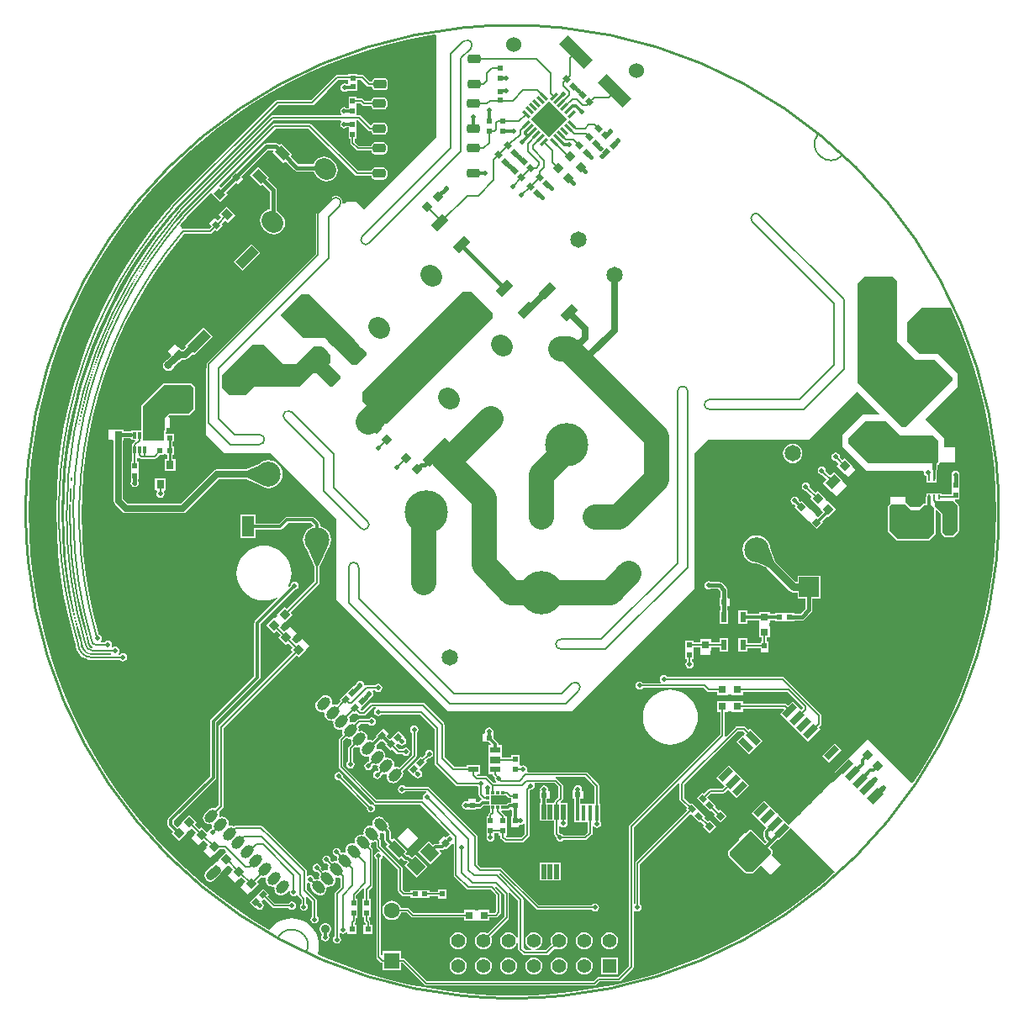
<source format=gtl>
G04*
G04 #@! TF.GenerationSoftware,Altium Limited,Altium Designer,20.1.14 (287)*
G04*
G04 Layer_Physical_Order=1*
G04 Layer_Color=255*
%FSLAX44Y44*%
%MOMM*%
G71*
G04*
G04 #@! TF.SameCoordinates,26D83F00-FBC8-424C-8E9F-EDBCECB59CF3*
G04*
G04*
G04 #@! TF.FilePolarity,Positive*
G04*
G01*
G75*
%ADD12C,0.2000*%
%ADD16C,0.2540*%
%ADD18C,0.3810*%
%ADD30R,0.8000X0.8000*%
%ADD31R,0.4000X1.6000*%
%ADD32R,0.8000X0.9000*%
%ADD33R,0.5000X0.5000*%
%ADD34R,0.3100X0.6600*%
%ADD35R,0.5000X0.5000*%
%ADD36R,0.6000X1.1000*%
G04:AMPARAMS|DCode=37|XSize=0.9mm|YSize=1.3mm|CornerRadius=0mm|HoleSize=0mm|Usage=FLASHONLY|Rotation=225.000|XOffset=0mm|YOffset=0mm|HoleType=Round|Shape=Rectangle|*
%AMROTATEDRECTD37*
4,1,4,-0.1414,0.7778,0.7778,-0.1414,0.1414,-0.7778,-0.7778,0.1414,-0.1414,0.7778,0.0*
%
%ADD37ROTATEDRECTD37*%

G04:AMPARAMS|DCode=38|XSize=0.62mm|YSize=0.6mm|CornerRadius=0mm|HoleSize=0mm|Usage=FLASHONLY|Rotation=135.000|XOffset=0mm|YOffset=0mm|HoleType=Round|Shape=Rectangle|*
%AMROTATEDRECTD38*
4,1,4,0.4313,-0.0071,0.0071,-0.4313,-0.4313,0.0071,-0.0071,0.4313,0.4313,-0.0071,0.0*
%
%ADD38ROTATEDRECTD38*%

%ADD39P,1.1314X4X180.0*%
G04:AMPARAMS|DCode=40|XSize=1.5mm|YSize=0.6mm|CornerRadius=0mm|HoleSize=0mm|Usage=FLASHONLY|Rotation=135.000|XOffset=0mm|YOffset=0mm|HoleType=Round|Shape=Rectangle|*
%AMROTATEDRECTD40*
4,1,4,0.7425,-0.3182,0.3182,-0.7425,-0.7425,0.3182,-0.3182,0.7425,0.7425,-0.3182,0.0*
%
%ADD40ROTATEDRECTD40*%

G04:AMPARAMS|DCode=41|XSize=0.9mm|YSize=1.5mm|CornerRadius=0mm|HoleSize=0mm|Usage=FLASHONLY|Rotation=135.000|XOffset=0mm|YOffset=0mm|HoleType=Round|Shape=Rectangle|*
%AMROTATEDRECTD41*
4,1,4,0.8485,0.2121,-0.2121,-0.8485,-0.8485,-0.2121,0.2121,0.8485,0.8485,0.2121,0.0*
%
%ADD41ROTATEDRECTD41*%

G04:AMPARAMS|DCode=42|XSize=1.5mm|YSize=0.6mm|CornerRadius=0mm|HoleSize=0mm|Usage=FLASHONLY|Rotation=45.000|XOffset=0mm|YOffset=0mm|HoleType=Round|Shape=Rectangle|*
%AMROTATEDRECTD42*
4,1,4,-0.3182,-0.7425,-0.7425,-0.3182,0.3182,0.7425,0.7425,0.3182,-0.3182,-0.7425,0.0*
%
%ADD42ROTATEDRECTD42*%

G04:AMPARAMS|DCode=43|XSize=0.62mm|YSize=0.5mm|CornerRadius=0mm|HoleSize=0mm|Usage=FLASHONLY|Rotation=135.000|XOffset=0mm|YOffset=0mm|HoleType=Round|Shape=Rectangle|*
%AMROTATEDRECTD43*
4,1,4,0.3960,-0.0424,0.0424,-0.3960,-0.3960,0.0424,-0.0424,0.3960,0.3960,-0.0424,0.0*
%
%ADD43ROTATEDRECTD43*%

G04:AMPARAMS|DCode=44|XSize=0.9mm|YSize=1.6mm|CornerRadius=0mm|HoleSize=0mm|Usage=FLASHONLY|Rotation=315.000|XOffset=0mm|YOffset=0mm|HoleType=Round|Shape=Rectangle|*
%AMROTATEDRECTD44*
4,1,4,-0.8839,-0.2475,0.2475,0.8839,0.8839,0.2475,-0.2475,-0.8839,-0.8839,-0.2475,0.0*
%
%ADD44ROTATEDRECTD44*%

%ADD45R,0.5000X0.6000*%
%ADD46R,0.6000X0.5400*%
G04:AMPARAMS|DCode=47|XSize=0.9mm|YSize=1.6mm|CornerRadius=0mm|HoleSize=0mm|Usage=FLASHONLY|Rotation=225.000|XOffset=0mm|YOffset=0mm|HoleType=Round|Shape=Rectangle|*
%AMROTATEDRECTD47*
4,1,4,-0.2475,0.8839,0.8839,-0.2475,0.2475,-0.8839,-0.8839,0.2475,-0.2475,0.8839,0.0*
%
%ADD47ROTATEDRECTD47*%

G04:AMPARAMS|DCode=48|XSize=0.62mm|YSize=0.5mm|CornerRadius=0mm|HoleSize=0mm|Usage=FLASHONLY|Rotation=45.000|XOffset=0mm|YOffset=0mm|HoleType=Round|Shape=Rectangle|*
%AMROTATEDRECTD48*
4,1,4,-0.0424,-0.3960,-0.3960,-0.0424,0.0424,0.3960,0.3960,0.0424,-0.0424,-0.3960,0.0*
%
%ADD48ROTATEDRECTD48*%

G04:AMPARAMS|DCode=49|XSize=0.8mm|YSize=0.8mm|CornerRadius=0.28mm|HoleSize=0mm|Usage=FLASHONLY|Rotation=270.000|XOffset=0mm|YOffset=0mm|HoleType=Round|Shape=RoundedRectangle|*
%AMROUNDEDRECTD49*
21,1,0.8000,0.2400,0,0,270.0*
21,1,0.2400,0.8000,0,0,270.0*
1,1,0.5600,-0.1200,-0.1200*
1,1,0.5600,-0.1200,0.1200*
1,1,0.5600,0.1200,0.1200*
1,1,0.5600,0.1200,-0.1200*
%
%ADD49ROUNDEDRECTD49*%
%ADD50P,0.8485X4X360.0*%
G04:AMPARAMS|DCode=51|XSize=0.9mm|YSize=1.3mm|CornerRadius=0mm|HoleSize=0mm|Usage=FLASHONLY|Rotation=315.000|XOffset=0mm|YOffset=0mm|HoleType=Round|Shape=Rectangle|*
%AMROTATEDRECTD51*
4,1,4,-0.7778,-0.1414,0.1414,0.7778,0.7778,0.1414,-0.1414,-0.7778,-0.7778,-0.1414,0.0*
%
%ADD51ROTATEDRECTD51*%

%ADD52R,1.1000X0.6000*%
%ADD53R,1.1000X0.7000*%
%ADD54R,0.5000X1.5100*%
%ADD55R,0.3250X0.3000*%
%ADD56R,0.3000X0.3250*%
%ADD57R,0.5000X0.6200*%
%ADD58R,0.6200X0.5000*%
G04:AMPARAMS|DCode=59|XSize=0.91mm|YSize=1.22mm|CornerRadius=0mm|HoleSize=0mm|Usage=FLASHONLY|Rotation=45.000|XOffset=0mm|YOffset=0mm|HoleType=Round|Shape=Rectangle|*
%AMROTATEDRECTD59*
4,1,4,0.1096,-0.7531,-0.7531,0.1096,-0.1096,0.7531,0.7531,-0.1096,0.1096,-0.7531,0.0*
%
%ADD59ROTATEDRECTD59*%

G04:AMPARAMS|DCode=60|XSize=0.8mm|YSize=0.9mm|CornerRadius=0mm|HoleSize=0mm|Usage=FLASHONLY|Rotation=45.000|XOffset=0mm|YOffset=0mm|HoleType=Round|Shape=Rectangle|*
%AMROTATEDRECTD60*
4,1,4,0.0354,-0.6010,-0.6010,0.0354,-0.0354,0.6010,0.6010,-0.0354,0.0354,-0.6010,0.0*
%
%ADD60ROTATEDRECTD60*%

%ADD61R,1.3000X0.9000*%
G04:AMPARAMS|DCode=62|XSize=3.5mm|YSize=1.2mm|CornerRadius=0mm|HoleSize=0mm|Usage=FLASHONLY|Rotation=135.000|XOffset=0mm|YOffset=0mm|HoleType=Round|Shape=Rectangle|*
%AMROTATEDRECTD62*
4,1,4,1.6617,-0.8132,0.8132,-1.6617,-1.6617,0.8132,-0.8132,1.6617,1.6617,-0.8132,0.0*
%
%ADD62ROTATEDRECTD62*%

G04:AMPARAMS|DCode=63|XSize=0.85mm|YSize=0.3mm|CornerRadius=0mm|HoleSize=0mm|Usage=FLASHONLY|Rotation=45.000|XOffset=0mm|YOffset=0mm|HoleType=Round|Shape=Rectangle|*
%AMROTATEDRECTD63*
4,1,4,-0.1945,-0.4066,-0.4066,-0.1945,0.1945,0.4066,0.4066,0.1945,-0.1945,-0.4066,0.0*
%
%ADD63ROTATEDRECTD63*%

G04:AMPARAMS|DCode=64|XSize=0.85mm|YSize=0.3mm|CornerRadius=0mm|HoleSize=0mm|Usage=FLASHONLY|Rotation=135.000|XOffset=0mm|YOffset=0mm|HoleType=Round|Shape=Rectangle|*
%AMROTATEDRECTD64*
4,1,4,0.4066,-0.1945,0.1945,-0.4066,-0.4066,0.1945,-0.1945,0.4066,0.4066,-0.1945,0.0*
%
%ADD64ROTATEDRECTD64*%

%ADD65P,3.6770X4X180.0*%
G04:AMPARAMS|DCode=66|XSize=1mm|YSize=3.2mm|CornerRadius=0mm|HoleSize=0mm|Usage=FLASHONLY|Rotation=135.000|XOffset=0mm|YOffset=0mm|HoleType=Round|Shape=Rectangle|*
%AMROTATEDRECTD66*
4,1,4,1.4849,0.7778,-0.7778,-1.4849,-1.4849,-0.7778,0.7778,1.4849,1.4849,0.7778,0.0*
%
%ADD66ROTATEDRECTD66*%

%ADD67P,1.1314X4X270.0*%
%ADD68R,0.8000X2.7000*%
%ADD69R,0.2800X0.5000*%
%ADD70R,1.6000X0.9000*%
%ADD71R,0.8000X0.8000*%
%ADD72R,0.6000X0.6200*%
%ADD73R,0.9000X1.6000*%
%ADD74R,2.0000X2.0000*%
G04:AMPARAMS|DCode=75|XSize=1.285mm|YSize=1.47mm|CornerRadius=0mm|HoleSize=0mm|Usage=FLASHONLY|Rotation=45.000|XOffset=0mm|YOffset=0mm|HoleType=Round|Shape=Rectangle|*
%AMROTATEDRECTD75*
4,1,4,0.0654,-0.9740,-0.9740,0.0654,-0.0654,0.9740,0.9740,-0.0654,0.0654,-0.9740,0.0*
%
%ADD75ROTATEDRECTD75*%

G04:AMPARAMS|DCode=76|XSize=1.3mm|YSize=0.9mm|CornerRadius=0.225mm|HoleSize=0mm|Usage=FLASHONLY|Rotation=0.000|XOffset=0mm|YOffset=0mm|HoleType=Round|Shape=RoundedRectangle|*
%AMROUNDEDRECTD76*
21,1,1.3000,0.4500,0,0,0.0*
21,1,0.8500,0.9000,0,0,0.0*
1,1,0.4500,0.4250,-0.2250*
1,1,0.4500,-0.4250,-0.2250*
1,1,0.4500,-0.4250,0.2250*
1,1,0.4500,0.4250,0.2250*
%
%ADD76ROUNDEDRECTD76*%
G04:AMPARAMS|DCode=77|XSize=1mm|YSize=2.3mm|CornerRadius=0mm|HoleSize=0mm|Usage=FLASHONLY|Rotation=315.000|XOffset=0mm|YOffset=0mm|HoleType=Round|Shape=Rectangle|*
%AMROTATEDRECTD77*
4,1,4,-1.1667,-0.4596,0.4596,1.1667,1.1667,0.4596,-0.4596,-1.1667,-1.1667,-0.4596,0.0*
%
%ADD77ROTATEDRECTD77*%

%ADD78R,1.2700X2.0828*%
G04:AMPARAMS|DCode=79|XSize=1mm|YSize=1.5mm|CornerRadius=0mm|HoleSize=0mm|Usage=FLASHONLY|Rotation=225.000|XOffset=0mm|YOffset=0mm|HoleType=Round|Shape=Round|*
%AMOVALD79*
21,1,0.5000,1.0000,0.0000,0.0000,315.0*
1,1,1.0000,-0.1768,0.1768*
1,1,1.0000,0.1768,-0.1768*
%
%ADD79OVALD79*%

G04:AMPARAMS|DCode=80|XSize=1mm|YSize=1.5mm|CornerRadius=0mm|HoleSize=0mm|Usage=FLASHONLY|Rotation=135.000|XOffset=0mm|YOffset=0mm|HoleType=Round|Shape=Round|*
%AMOVALD80*
21,1,0.5000,1.0000,0.0000,0.0000,225.0*
1,1,1.0000,0.1768,0.1768*
1,1,1.0000,-0.1768,-0.1768*
%
%ADD80OVALD80*%

%ADD145C,0.2032*%
%ADD146C,0.3048*%
%ADD147C,0.1524*%
%ADD148C,0.1778*%
%ADD149C,2.5400*%
%ADD150C,0.6350*%
%ADD151C,0.5080*%
%ADD152C,0.7620*%
%ADD153C,0.3000*%
%ADD154C,0.3556*%
%ADD155C,0.8890*%
G04:AMPARAMS|DCode=156|XSize=2.3mm|YSize=1.95mm|CornerRadius=0mm|HoleSize=0mm|Usage=FLASHONLY|Rotation=315.000|XOffset=0mm|YOffset=0mm|HoleType=Round|Shape=Round|*
%AMOVALD156*
21,1,0.3500,1.9500,0.0000,0.0000,315.0*
1,1,1.9500,-0.1237,0.1237*
1,1,1.9500,0.1237,-0.1237*
%
%ADD156OVALD156*%

%ADD157C,1.9500*%
%ADD158C,1.5240*%
%ADD159C,1.6500*%
%ADD160C,1.4000*%
%ADD161R,1.4000X1.4000*%
%ADD162C,1.5000*%
%ADD163R,1.6000X1.6000*%
%ADD164C,1.6000*%
%ADD165C,1.9000*%
%ADD166C,4.3660*%
%ADD167C,2.5000*%
%ADD168C,0.5080*%
%ADD169C,0.8128*%
G36*
X-76435Y480075D02*
X-76435Y376955D01*
X-149180Y304210D01*
X-156882Y311912D01*
X-167640D01*
X-169287Y310265D01*
X-171027Y310285D01*
X-171150Y310409D01*
Y312399D01*
X-171276Y312702D01*
Y313030D01*
X-172037Y314867D01*
X-172269Y315100D01*
X-172395Y315403D01*
X-173801Y316809D01*
X-174104Y316935D01*
X-174336Y317167D01*
X-176174Y317928D01*
X-176502D01*
X-176805Y318054D01*
X-178795D01*
X-179098Y317928D01*
X-179426D01*
X-181264Y317167D01*
X-181496Y316935D01*
X-181799Y316809D01*
X-197000Y301607D01*
X-197484Y300441D01*
Y259681D01*
X-307076Y150089D01*
X-307560Y148922D01*
Y145830D01*
X-308610Y144780D01*
X-308610Y77902D01*
X-289636Y58928D01*
X-243363Y58928D01*
X-177816Y-6619D01*
X-177816Y-88415D01*
X-65063Y-201168D01*
X59690Y-201168D01*
X183642Y-77216D01*
X183642Y58928D01*
X197358Y72644D01*
X298704D01*
X346500Y120440D01*
X348221Y120409D01*
X369422Y99208D01*
X368936Y98035D01*
X352697D01*
X332482Y77820D01*
Y65536D01*
X356942Y41076D01*
X413590D01*
X414420Y39806D01*
X414357Y39491D01*
X414672Y37905D01*
X415570Y36561D01*
X416564Y35897D01*
Y29775D01*
X427412D01*
Y37823D01*
X427337D01*
Y42267D01*
X427718Y42838D01*
X427984Y44176D01*
Y47060D01*
X428679Y47348D01*
X429664Y48333D01*
X429952Y49028D01*
X430504Y50069D01*
X445744D01*
Y65309D01*
X435024D01*
Y73992D01*
X416052Y92964D01*
X415892Y93132D01*
X448315Y125555D01*
Y139291D01*
X428348Y159258D01*
X409956D01*
X397637Y171577D01*
Y191135D01*
X412242Y205740D01*
X441656Y205653D01*
X450109Y186441D01*
X457813Y166630D01*
X464646Y146502D01*
X470594Y126095D01*
X475647Y105448D01*
X479793Y84600D01*
X483027Y63592D01*
X485341Y42462D01*
X486731Y21251D01*
X487195Y0D01*
X486731Y-21251D01*
X485341Y-42462D01*
X483027Y-63592D01*
X479793Y-84600D01*
X475647Y-105448D01*
X470594Y-126095D01*
X464646Y-146502D01*
X457813Y-166630D01*
X450109Y-186441D01*
X441549Y-205898D01*
X432147Y-224962D01*
X421923Y-243598D01*
X410896Y-261770D01*
X403307Y-273127D01*
X402043Y-273252D01*
X397536Y-268745D01*
X357667Y-228875D01*
X324825Y-261768D01*
X328082Y-265026D01*
X278043Y-315065D01*
X274573Y-311595D01*
X273900Y-310922D01*
X267727Y-304749D01*
X267502Y-304524D01*
X266604Y-303626D01*
X260656Y-297678D01*
X259758Y-296780D01*
X259533Y-296555D01*
X253360Y-290382D01*
X240598Y-303144D01*
X246771Y-309317D01*
X247669Y-310215D01*
X247894Y-310440D01*
X253842Y-316388D01*
X254067Y-316613D01*
X254844Y-317389D01*
X255107Y-317908D01*
X255107Y-318922D01*
X253895Y-320134D01*
X253221Y-321142D01*
X252985Y-322331D01*
Y-327381D01*
X253221Y-328571D01*
X253895Y-329579D01*
X256334Y-332017D01*
X254697Y-333654D01*
X241038Y-319995D01*
X241038Y-319994D01*
X239871Y-319511D01*
X239864Y-319514D01*
X238705Y-319994D01*
X235175Y-323524D01*
X233916Y-323524D01*
X233916Y-323524D01*
X228528Y-328912D01*
X228528Y-328912D01*
X228528Y-330172D01*
X217842Y-340857D01*
X217359Y-342023D01*
X217359Y-345975D01*
X217842Y-347141D01*
X234186Y-363485D01*
X235352Y-363968D01*
X241751Y-363968D01*
X242917Y-363485D01*
X249680Y-356722D01*
X250950D01*
X259925Y-365697D01*
X270701Y-354921D01*
X261091Y-345311D01*
X261574Y-344145D01*
Y-341214D01*
X261091Y-340048D01*
X259092Y-338049D01*
X267297Y-329843D01*
X268209Y-330755D01*
X280456Y-318508D01*
X324226Y-362278D01*
X324184Y-363547D01*
X313163Y-373213D01*
X296586Y-386518D01*
X279444Y-399087D01*
X261770Y-410896D01*
X243598Y-421923D01*
X224962Y-432147D01*
X205898Y-441549D01*
X186441Y-450109D01*
X166630Y-457813D01*
X146502Y-464646D01*
X126095Y-470594D01*
X105448Y-475647D01*
X84600Y-479793D01*
X63592Y-483027D01*
X42462Y-485341D01*
X21251Y-486731D01*
X0Y-487195D01*
X-21251Y-486731D01*
X-42462Y-485341D01*
X-63592Y-483027D01*
X-84600Y-479793D01*
X-105448Y-475647D01*
X-126095Y-470594D01*
X-146502Y-464646D01*
X-166630Y-457813D01*
X-186441Y-450109D01*
X-196381Y-445736D01*
X-196246Y-445412D01*
X-195235Y-441199D01*
X-194895Y-436880D01*
X-195235Y-432561D01*
X-196246Y-428348D01*
X-197904Y-424346D01*
X-200168Y-420652D01*
X-202981Y-417357D01*
X-206276Y-414544D01*
X-209970Y-412280D01*
X-213972Y-410622D01*
X-218185Y-409611D01*
X-222504Y-409271D01*
X-226823Y-409611D01*
X-231036Y-410622D01*
X-235038Y-412280D01*
X-238732Y-414544D01*
X-242027Y-417357D01*
X-244840Y-420652D01*
X-245071Y-421029D01*
X-261770Y-410896D01*
X-279444Y-399087D01*
X-296586Y-386518D01*
X-313163Y-373213D01*
X-329144Y-359198D01*
X-344499Y-344499D01*
X-359198Y-329144D01*
X-373213Y-313163D01*
X-386518Y-296586D01*
X-399087Y-279444D01*
X-410896Y-261770D01*
X-421923Y-243598D01*
X-432147Y-224962D01*
X-441549Y-205898D01*
X-450109Y-186441D01*
X-457813Y-166630D01*
X-464646Y-146502D01*
X-470594Y-126095D01*
X-475647Y-105448D01*
X-479793Y-84600D01*
X-483027Y-63592D01*
X-485341Y-42462D01*
X-486731Y-21251D01*
X-487195Y0D01*
X-486731Y21251D01*
X-485341Y42462D01*
X-483027Y63592D01*
X-479793Y84600D01*
X-475647Y105448D01*
X-470594Y126095D01*
X-464646Y146502D01*
X-457813Y166630D01*
X-450109Y186441D01*
X-441549Y205898D01*
X-432147Y224962D01*
X-421923Y243598D01*
X-410896Y261770D01*
X-399087Y279444D01*
X-386518Y296586D01*
X-373213Y313163D01*
X-359198Y329144D01*
X-344499Y344499D01*
X-329144Y359198D01*
X-313163Y373213D01*
X-296586Y386518D01*
X-279444Y399087D01*
X-261770Y410896D01*
X-243598Y421923D01*
X-224962Y432147D01*
X-205898Y441549D01*
X-186441Y450109D01*
X-166630Y457813D01*
X-146502Y464646D01*
X-126095Y470594D01*
X-105448Y475647D01*
X-84600Y479793D01*
X-77399Y480902D01*
X-76435Y480075D01*
D02*
G37*
G36*
X-158884Y172854D02*
X-157437Y170492D01*
X-154702Y167290D01*
X-152227Y164815D01*
X-149026Y162081D01*
X-146817Y160728D01*
Y157954D01*
X-157162Y147609D01*
X-161071D01*
X-188214Y174752D01*
X-210312D01*
X-233680Y198120D01*
X-213106Y218694D01*
X-204724D01*
X-158884Y172854D01*
D02*
G37*
G36*
X-231140Y148590D02*
X-218408D01*
X-200628Y166370D01*
X-191516D01*
X-183134Y157988D01*
Y150691D01*
X-185081Y148744D01*
X-173561Y137225D01*
Y134620D01*
X-182070Y126111D01*
X-183560D01*
X-196768Y139318D01*
X-201550D01*
X-214684Y126185D01*
X-259387D01*
X-268478Y117094D01*
X-284734D01*
X-292354Y124714D01*
X-292354Y137666D01*
X-273556Y156464D01*
X-262126Y167894D01*
X-250444D01*
X-231140Y148590D01*
D02*
G37*
G36*
X-41402Y221234D02*
X-19685Y199517D01*
Y195453D01*
X-126492Y88646D01*
X-128016D01*
X-133858Y94360D01*
X-151216Y111718D01*
X-151216Y120564D01*
X-50546Y221234D01*
X-41402Y221234D01*
D02*
G37*
G36*
X387604Y232156D02*
Y171196D01*
X405892Y152908D01*
X425704D01*
X442976Y135636D01*
Y132588D01*
X395732Y85344D01*
X392430D01*
X347726Y130048D01*
Y229870D01*
X354330Y236474D01*
X383286D01*
X387604Y232156D01*
D02*
G37*
G36*
X390398Y76962D02*
X423164D01*
X428498Y71628D01*
Y49499D01*
X427513Y48514D01*
X358394D01*
X338582Y68326D01*
Y74422D01*
X339598Y75692D01*
X355346Y91440D01*
X375920D01*
X390398Y76962D01*
D02*
G37*
G36*
X259925Y-341214D02*
Y-344145D01*
X250046Y-354023D01*
X249148Y-354921D01*
X248250Y-355819D01*
X241751Y-362319D01*
X235352Y-362319D01*
X219009Y-345975D01*
X219009Y-342023D01*
X234699Y-326333D01*
X239871Y-321161D01*
X259925Y-341214D01*
D02*
G37*
%LPC*%
G36*
X-156258Y440852D02*
X-165306D01*
Y439898D01*
X-176553D01*
X-177544Y439701D01*
X-178385Y439139D01*
X-190807Y426717D01*
X-190807Y426717D01*
X-202692Y414832D01*
X-236728D01*
X-237719Y414635D01*
X-238559Y414073D01*
X-344079Y308554D01*
X-344339Y308164D01*
X-350973Y300540D01*
X-364458Y283517D01*
X-377141Y265889D01*
X-388997Y247693D01*
X-400000Y228970D01*
X-410127Y209759D01*
X-419355Y190100D01*
X-427666Y170036D01*
X-435041Y149610D01*
X-441465Y128865D01*
X-446924Y107845D01*
X-451407Y86596D01*
X-454903Y65162D01*
X-457406Y43590D01*
X-458909Y21925D01*
X-459411Y214D01*
X-458909Y-21497D01*
X-457406Y-43162D01*
X-454903Y-64734D01*
X-451407Y-86168D01*
X-446924Y-107417D01*
X-441465Y-128437D01*
X-439994Y-133189D01*
X-439707Y-136093D01*
X-438783Y-139142D01*
X-437280Y-141952D01*
X-435259Y-144416D01*
X-432796Y-146437D01*
X-429986Y-147939D01*
X-426936Y-148864D01*
X-423765Y-149176D01*
Y-149148D01*
X-395333D01*
X-395106Y-149488D01*
X-393762Y-150386D01*
X-392176Y-150702D01*
X-390590Y-150386D01*
X-389246Y-149488D01*
X-388348Y-148144D01*
X-388032Y-146558D01*
X-388348Y-144972D01*
X-389246Y-143628D01*
X-390590Y-142730D01*
X-392176Y-142414D01*
X-393762Y-142730D01*
X-395106Y-143628D01*
X-395201Y-143770D01*
X-396345Y-143750D01*
X-396833Y-142624D01*
X-396097Y-141522D01*
X-395782Y-139937D01*
X-396097Y-138351D01*
X-396996Y-137007D01*
X-398340Y-136109D01*
X-399926Y-135793D01*
X-401511Y-136109D01*
X-402418Y-136714D01*
X-403048Y-136641D01*
X-403520Y-135989D01*
X-403803Y-135350D01*
X-403526Y-133957D01*
X-403842Y-132371D01*
X-404740Y-131027D01*
X-406084Y-130129D01*
X-407670Y-129813D01*
X-409256Y-130129D01*
X-410600Y-131027D01*
X-410838Y-131384D01*
X-414185D01*
X-414547Y-130499D01*
X-414629Y-130114D01*
X-413778Y-128840D01*
X-413462Y-127254D01*
X-413778Y-125668D01*
X-414676Y-124324D01*
X-416020Y-123426D01*
X-416818Y-123267D01*
X-417088Y-122397D01*
X-422178Y-102797D01*
X-426358Y-82983D01*
X-429618Y-62997D01*
X-431952Y-42881D01*
X-433354Y-22679D01*
X-433822Y-2434D01*
X-433354Y17811D01*
X-431952Y38012D01*
X-429618Y58128D01*
X-426358Y78114D01*
X-422178Y97928D01*
X-417088Y117528D01*
X-411097Y136873D01*
X-404220Y155920D01*
X-396471Y174629D01*
X-387865Y192959D01*
X-378423Y210874D01*
X-368163Y228333D01*
X-357108Y245299D01*
X-345280Y261737D01*
X-332707Y277611D01*
X-330746Y279864D01*
X-304543D01*
X-303552Y280061D01*
X-302712Y280623D01*
X-299231Y284104D01*
X-297792Y282665D01*
X-292101Y288356D01*
X-293312Y289566D01*
X-289474Y293404D01*
X-287046Y290975D01*
X-279233Y298787D01*
X-287753Y307307D01*
X-295565Y299494D01*
X-293137Y297066D01*
X-296974Y293228D01*
X-298641Y294895D01*
X-298792Y294744D01*
X-299956Y295908D01*
X-305344Y290520D01*
X-304180Y289356D01*
X-304331Y289204D01*
X-302893Y287766D01*
X-305616Y285043D01*
X-331953D01*
Y285205D01*
X-333061Y286313D01*
Y286313D01*
X-333061Y286313D01*
X-334010Y287262D01*
X-334010Y287262D01*
X-334010D01*
X-335067Y288320D01*
X-334482Y289009D01*
X-328495Y295889D01*
Y295889D01*
X-328498Y295964D01*
X-304215Y320247D01*
X-302990Y320354D01*
X-302651Y320015D01*
X-294470Y311835D01*
X-286658Y319647D01*
X-288608Y321597D01*
X-278503Y331702D01*
X-277431Y330630D01*
X-277280Y330782D01*
X-276116Y329618D01*
X-270728Y335006D01*
X-271892Y336170D01*
X-271740Y336321D01*
X-272812Y337393D01*
X-245948Y364258D01*
X-241103D01*
X-240577Y362988D01*
X-241399Y362165D01*
X-230617Y351383D01*
X-228794Y353206D01*
X-219540Y343951D01*
X-218405Y343193D01*
X-217067Y342927D01*
X-200577D01*
X-199670Y340738D01*
X-197863Y338383D01*
X-195388Y335908D01*
X-193033Y334101D01*
X-190290Y332965D01*
X-187347Y332577D01*
X-184404Y332965D01*
X-181662Y334101D01*
X-179307Y335908D01*
X-177500Y338263D01*
X-176364Y341006D01*
X-175976Y343949D01*
X-176364Y346892D01*
X-177500Y349634D01*
X-179307Y351989D01*
X-181782Y354464D01*
X-184137Y356271D01*
X-186879Y357407D01*
X-189822Y357795D01*
X-192765Y357407D01*
X-195508Y356271D01*
X-197863Y354464D01*
X-199670Y352109D01*
X-200577Y349920D01*
X-215619D01*
X-223850Y358150D01*
X-222027Y359973D01*
X-232809Y370755D01*
X-234632Y368932D01*
X-235926Y370226D01*
X-237060Y370984D01*
X-238398Y371250D01*
X-247396D01*
X-248734Y370984D01*
X-249868Y370226D01*
X-277757Y342337D01*
X-278280Y342860D01*
X-283971Y337169D01*
X-283448Y336646D01*
X-293553Y326541D01*
X-294838Y327827D01*
X-295177Y328166D01*
X-295070Y329392D01*
X-238685Y385776D01*
X-205461D01*
X-158467Y338783D01*
X-157627Y338221D01*
X-156636Y338024D01*
X-142144D01*
X-141919Y336892D01*
X-141085Y335643D01*
X-139837Y334809D01*
X-138364Y334516D01*
X-129864D01*
X-128392Y334809D01*
X-127143Y335643D01*
X-126309Y336892D01*
X-126016Y338364D01*
Y342864D01*
X-126309Y344337D01*
X-127143Y345585D01*
X-128392Y346419D01*
X-129864Y346712D01*
X-138364D01*
X-139837Y346419D01*
X-141085Y345585D01*
X-141919Y344337D01*
X-142144Y343204D01*
X-155563D01*
X-202557Y390197D01*
X-203397Y390759D01*
X-204388Y390956D01*
X-239758D01*
X-240749Y390759D01*
X-241589Y390197D01*
X-332328Y299459D01*
X-332588Y299069D01*
X-339058Y291635D01*
X-352216Y275023D01*
X-364593Y257821D01*
X-376162Y240066D01*
X-386898Y221796D01*
X-396780Y203049D01*
X-405785Y183866D01*
X-413895Y164288D01*
X-421091Y144356D01*
X-427360Y124113D01*
X-432687Y103602D01*
X-437061Y82866D01*
X-440473Y61951D01*
X-442915Y40901D01*
X-444382Y19760D01*
X-444872Y-1426D01*
X-444382Y-22611D01*
X-442915Y-43752D01*
X-440473Y-64802D01*
X-437061Y-85718D01*
X-432687Y-106453D01*
X-427360Y-126964D01*
X-426253Y-130540D01*
X-426111Y-131620D01*
X-425448Y-133220D01*
X-424393Y-134594D01*
X-423139Y-135557D01*
X-423045Y-136118D01*
X-423093Y-136993D01*
X-423463Y-137203D01*
X-424576Y-136982D01*
X-426215Y-135887D01*
X-427310Y-134248D01*
X-427460Y-133495D01*
X-427675Y-132314D01*
X-427752Y-131568D01*
X-427888Y-131126D01*
X-429299Y-126571D01*
X-434523Y-106456D01*
X-438812Y-86123D01*
X-442158Y-65612D01*
X-444553Y-44969D01*
X-445992Y-24238D01*
X-446468Y-3653D01*
X-446430Y-3462D01*
X-446472Y-3250D01*
X-445979Y18097D01*
X-444485Y39609D01*
X-442000Y61029D01*
X-438529Y82312D01*
X-434078Y103412D01*
X-428657Y124283D01*
X-422278Y144882D01*
X-414955Y165165D01*
X-406703Y185087D01*
X-397539Y204607D01*
X-387484Y223684D01*
X-376558Y242275D01*
X-364786Y260342D01*
X-352192Y277846D01*
X-338802Y294750D01*
X-332031Y302532D01*
Y302532D01*
X-332033Y302606D01*
X-240481Y394158D01*
X-180110D01*
X-180110Y394158D01*
X-173217D01*
X-172642Y392888D01*
X-173246Y391984D01*
X-173562Y390398D01*
X-173246Y388812D01*
X-172348Y387468D01*
X-171004Y386570D01*
X-169418Y386254D01*
X-167832Y386570D01*
X-166634Y387370D01*
X-165060D01*
Y385694D01*
X-165060D01*
Y384942D01*
X-165060D01*
Y375694D01*
X-163367D01*
Y371484D01*
X-163189Y370592D01*
X-162684Y369836D01*
X-157214Y364366D01*
X-156458Y363861D01*
X-155566Y363683D01*
X-142196D01*
X-141919Y362291D01*
X-141085Y361043D01*
X-139837Y360209D01*
X-138364Y359916D01*
X-129864D01*
X-128392Y360209D01*
X-127143Y361043D01*
X-126309Y362291D01*
X-126016Y363764D01*
Y368264D01*
X-126309Y369737D01*
X-127143Y370985D01*
X-128392Y371819D01*
X-129864Y372112D01*
X-138364D01*
X-139837Y371819D01*
X-141085Y370985D01*
X-141919Y369737D01*
X-142196Y368345D01*
X-154601D01*
X-158705Y372449D01*
Y375694D01*
X-157012D01*
Y384942D01*
X-157012D01*
Y385694D01*
X-157012D01*
Y394158D01*
X-155251D01*
X-145087Y383995D01*
X-144247Y383433D01*
X-143256Y383236D01*
X-142144D01*
X-141919Y382104D01*
X-141085Y380855D01*
X-139837Y380021D01*
X-138364Y379728D01*
X-129864D01*
X-128392Y380021D01*
X-127143Y380855D01*
X-126309Y382104D01*
X-126016Y383576D01*
Y388076D01*
X-126309Y389548D01*
X-127143Y390797D01*
X-128392Y391631D01*
X-129864Y391924D01*
X-138364D01*
X-139837Y391631D01*
X-141085Y390797D01*
X-141759Y389788D01*
X-142764Y389494D01*
X-143231Y389463D01*
X-152347Y398579D01*
X-153187Y399141D01*
X-154178Y399338D01*
X-157012D01*
Y408310D01*
X-157012D01*
Y409062D01*
X-157012D01*
Y411096D01*
X-152885D01*
X-151183Y409395D01*
X-150343Y408833D01*
X-149352Y408636D01*
X-142144D01*
X-141919Y407504D01*
X-141085Y406255D01*
X-139837Y405421D01*
X-138364Y405128D01*
X-129864D01*
X-128392Y405421D01*
X-127143Y406255D01*
X-126309Y407504D01*
X-126016Y408976D01*
Y413476D01*
X-126309Y414949D01*
X-127143Y416197D01*
X-128392Y417031D01*
X-129864Y417324D01*
X-138364D01*
X-139837Y417031D01*
X-141085Y416197D01*
X-141919Y414949D01*
X-142144Y413816D01*
X-148279D01*
X-149981Y415517D01*
X-150821Y416079D01*
X-151812Y416276D01*
X-157012D01*
Y418310D01*
X-165060D01*
Y409062D01*
X-165060D01*
Y408310D01*
X-165060D01*
Y406540D01*
X-166874D01*
X-167832Y407180D01*
X-169418Y407496D01*
X-171004Y407180D01*
X-172348Y406282D01*
X-173246Y404938D01*
X-173562Y403352D01*
X-173246Y401766D01*
X-172472Y400608D01*
X-172683Y399874D01*
X-173011Y399338D01*
X-180110D01*
X-180110Y399338D01*
X-241554D01*
X-242545Y399141D01*
X-243385Y398579D01*
X-335863Y306101D01*
X-336123Y305712D01*
X-342785Y298057D01*
X-356323Y280965D01*
X-369057Y263267D01*
X-380960Y245000D01*
X-392006Y226202D01*
X-402173Y206915D01*
X-411438Y187178D01*
X-419782Y167035D01*
X-427186Y146527D01*
X-433636Y125700D01*
X-439117Y104597D01*
X-443617Y83263D01*
X-447127Y61744D01*
X-449640Y40086D01*
X-451149Y18336D01*
X-451653Y-3462D01*
X-451648D01*
X-451163Y-24477D01*
X-449707Y-45447D01*
X-447285Y-66327D01*
X-443901Y-87074D01*
X-439562Y-107641D01*
X-434278Y-127987D01*
X-432858Y-132571D01*
X-432543Y-134967D01*
X-431519Y-137439D01*
X-429890Y-139562D01*
X-427767Y-141191D01*
X-425295Y-142215D01*
X-423861Y-142404D01*
X-423859Y-142404D01*
X-423245Y-142527D01*
X-422642Y-142564D01*
X-422642Y-142564D01*
X-422642Y-142564D01*
Y-142527D01*
X-422642Y-142526D01*
X-404238D01*
X-404024Y-142698D01*
X-404124Y-143265D01*
X-404707Y-143968D01*
X-423765D01*
X-423818Y-143979D01*
X-426629Y-143609D01*
X-429297Y-142503D01*
X-431589Y-140745D01*
X-433347Y-138454D01*
X-434452Y-135785D01*
X-434670Y-134133D01*
X-434812Y-132922D01*
X-434890Y-132176D01*
X-435026Y-131735D01*
X-436486Y-127020D01*
X-441885Y-106232D01*
X-446318Y-85217D01*
X-449776Y-64019D01*
X-452251Y-42684D01*
X-453739Y-21258D01*
X-454235Y214D01*
X-453739Y21686D01*
X-452251Y43113D01*
X-449776Y64447D01*
X-446318Y85645D01*
X-441885Y106660D01*
X-436486Y127448D01*
X-430133Y147965D01*
X-422839Y168166D01*
X-414620Y188009D01*
X-405493Y207451D01*
X-395478Y226451D01*
X-384596Y244968D01*
X-372871Y262963D01*
X-360327Y280397D01*
X-346991Y297233D01*
X-340246Y304984D01*
Y304984D01*
X-340249Y305059D01*
X-235655Y409652D01*
X-201619D01*
X-200628Y409849D01*
X-199788Y410411D01*
X-187145Y423054D01*
X-187145Y423054D01*
X-175481Y434718D01*
X-165306D01*
Y432404D01*
X-165306D01*
Y432212D01*
X-165306D01*
Y430416D01*
X-166620D01*
X-167578Y431056D01*
X-169164Y431372D01*
X-170750Y431056D01*
X-172094Y430158D01*
X-172992Y428814D01*
X-173308Y427228D01*
X-172992Y425642D01*
X-172094Y424298D01*
X-170750Y423400D01*
X-169164Y423084D01*
X-167578Y423400D01*
X-166576Y424070D01*
X-165306Y423764D01*
Y423764D01*
X-156258D01*
Y432212D01*
X-156258D01*
Y432404D01*
X-156258D01*
Y434718D01*
X-152631D01*
X-146611Y428699D01*
X-145771Y428137D01*
X-144780Y427940D01*
X-141636D01*
X-141411Y426808D01*
X-140577Y425559D01*
X-139329Y424725D01*
X-137856Y424432D01*
X-129356D01*
X-127884Y424725D01*
X-126635Y425559D01*
X-125801Y426808D01*
X-125508Y428280D01*
Y432780D01*
X-125801Y434253D01*
X-126635Y435501D01*
X-127884Y436335D01*
X-129356Y436628D01*
X-137856D01*
X-139329Y436335D01*
X-140577Y435501D01*
X-141411Y434253D01*
X-141636Y433120D01*
X-143707D01*
X-149727Y439139D01*
X-150567Y439701D01*
X-151558Y439898D01*
X-156258D01*
Y440852D01*
D02*
G37*
G36*
X-255932Y347633D02*
X-264522Y339043D01*
X-253739Y328261D01*
X-251898Y330103D01*
X-244336Y322541D01*
Y304567D01*
X-245798Y304374D01*
X-248541Y303238D01*
X-250896Y301431D01*
X-252703Y299076D01*
X-253839Y296334D01*
X-254226Y293390D01*
X-253839Y290447D01*
X-252703Y287705D01*
X-250896Y285350D01*
X-248421Y282875D01*
X-246066Y281068D01*
X-243323Y279932D01*
X-240380Y279544D01*
X-237437Y279932D01*
X-234695Y281068D01*
X-232340Y282875D01*
X-230532Y285230D01*
X-229396Y287973D01*
X-229009Y290916D01*
X-229396Y293859D01*
X-230532Y296601D01*
X-232340Y298956D01*
X-234814Y301431D01*
X-237170Y303238D01*
X-237344Y303310D01*
Y323989D01*
X-237344Y323989D01*
X-237610Y325327D01*
X-238368Y326461D01*
X-246953Y335047D01*
X-245150Y336851D01*
X-255932Y347633D01*
D02*
G37*
G36*
X-262645Y270142D02*
X-281064Y251723D01*
X-271838Y242497D01*
X-253419Y260916D01*
X-262645Y270142D01*
D02*
G37*
G36*
X-311153Y185714D02*
X-329572Y167295D01*
X-328346Y166069D01*
X-331606Y162810D01*
X-333052D01*
X-336073Y165831D01*
X-336387Y165517D01*
X-339580Y168710D01*
X-346764Y161526D01*
X-343571Y158333D01*
X-343885Y158019D01*
X-343367Y157500D01*
X-347731Y153136D01*
X-348636Y152956D01*
X-350485Y151721D01*
X-351720Y149872D01*
X-352154Y147692D01*
X-351720Y145512D01*
X-350485Y143663D01*
X-348636Y142428D01*
X-346456Y141994D01*
X-344276Y142428D01*
X-342427Y143663D01*
X-341192Y145512D01*
X-341040Y146276D01*
X-336591Y150725D01*
X-336073Y150207D01*
X-333052Y153228D01*
X-329621D01*
X-327788Y153592D01*
X-326234Y154631D01*
X-321571Y159294D01*
X-320345Y158069D01*
X-301926Y176487D01*
X-311153Y185714D01*
D02*
G37*
G36*
X-323850Y129412D02*
X-350683D01*
X-351850Y128928D01*
X-373022Y107756D01*
X-373506Y106589D01*
Y82009D01*
X-383486D01*
Y81901D01*
X-384756Y80858D01*
X-385064Y80920D01*
X-391344D01*
Y82947D01*
X-402392D01*
Y82503D01*
X-406908D01*
Y72343D01*
X-402392Y72343D01*
Y71899D01*
X-401659D01*
Y10933D01*
X-401294Y9100D01*
X-400256Y7546D01*
X-392816Y106D01*
X-391262Y-932D01*
X-389428Y-1297D01*
X-332040D01*
X-330207Y-932D01*
X-328652Y106D01*
X-295704Y33055D01*
X-268008D01*
X-254629Y26956D01*
X-254217Y26859D01*
X-252773Y25750D01*
X-249361Y24337D01*
X-245700Y23855D01*
X-242039Y24337D01*
X-238627Y25750D01*
X-235698Y27998D01*
X-233450Y30928D01*
X-232037Y34339D01*
X-231555Y38000D01*
X-232037Y41661D01*
X-233450Y45072D01*
X-235698Y48002D01*
X-238627Y50250D01*
X-242039Y51663D01*
X-245700Y52145D01*
X-249361Y51663D01*
X-252773Y50250D01*
X-255544Y48123D01*
X-268412Y42637D01*
X-297688D01*
X-299521Y42272D01*
X-301076Y41234D01*
X-334025Y8285D01*
X-387444D01*
X-392077Y12918D01*
Y71899D01*
X-391344D01*
Y73927D01*
X-385064D01*
X-384756Y73988D01*
X-383486Y72946D01*
Y72361D01*
X-380505D01*
X-380019Y71188D01*
X-382243Y68964D01*
X-382805Y68124D01*
X-382967Y67309D01*
X-383486D01*
Y57661D01*
X-382962D01*
Y50491D01*
X-384357D01*
Y42443D01*
X-384143D01*
Y40491D01*
X-384357D01*
Y32443D01*
X-383829D01*
Y31039D01*
X-384161Y30542D01*
X-384476Y28956D01*
X-384161Y27370D01*
X-383263Y26026D01*
X-381918Y25128D01*
X-380333Y24812D01*
X-378747Y25128D01*
X-377403Y26026D01*
X-376505Y27370D01*
X-376189Y28956D01*
X-376505Y30542D01*
X-376837Y31039D01*
Y32443D01*
X-376309D01*
Y40491D01*
X-376523D01*
Y42443D01*
X-376309D01*
Y50491D01*
X-377783D01*
Y54242D01*
X-376513Y54768D01*
X-375973Y54229D01*
X-375133Y53667D01*
X-374142Y53470D01*
X-360659D01*
X-359668Y53667D01*
X-358828Y54229D01*
X-355373Y57683D01*
X-350988D01*
Y57897D01*
X-349036D01*
Y57683D01*
X-347861D01*
Y53522D01*
X-350456D01*
Y41474D01*
X-339408D01*
Y53522D01*
X-342163D01*
Y57683D01*
X-340988D01*
Y65731D01*
X-342163D01*
Y70637D01*
X-340988D01*
Y78685D01*
X-349036D01*
X-349632Y79708D01*
Y80550D01*
X-348846Y81337D01*
X-348362Y82503D01*
Y84567D01*
X-344932D01*
Y94727D01*
X-346020D01*
X-346506Y95900D01*
X-345026Y97380D01*
X-325842D01*
X-324676Y97863D01*
X-320089Y102450D01*
X-319606Y103616D01*
Y125168D01*
X-320089Y126334D01*
X-322684Y128928D01*
X-323850Y129412D01*
D02*
G37*
G36*
X282137Y68595D02*
X279586Y68260D01*
X277208Y67275D01*
X275166Y65708D01*
X273600Y63666D01*
X272615Y61289D01*
X272279Y58737D01*
X272615Y56186D01*
X273600Y53808D01*
X275166Y51766D01*
X277208Y50200D01*
X279586Y49215D01*
X282137Y48879D01*
X284689Y49215D01*
X287066Y50200D01*
X289108Y51766D01*
X290675Y53808D01*
X291660Y56186D01*
X291996Y58737D01*
X291660Y61289D01*
X290675Y63666D01*
X289108Y65708D01*
X287066Y67275D01*
X284689Y68260D01*
X282137Y68595D01*
D02*
G37*
G36*
X325488Y59516D02*
X323902Y59200D01*
X322557Y58302D01*
X321659Y56958D01*
X321344Y55372D01*
X321659Y53786D01*
X322557Y52442D01*
X323902Y51544D01*
X325488Y51228D01*
X325889Y51308D01*
X328995Y48202D01*
X326737Y45943D01*
X334549Y38131D01*
X334863Y38445D01*
X338056Y35252D01*
X345240Y42436D01*
X342047Y45629D01*
X342361Y45943D01*
X334549Y53755D01*
X332658Y51864D01*
X329551Y54971D01*
X329631Y55372D01*
X329316Y56958D01*
X328418Y58302D01*
X327073Y59200D01*
X325488Y59516D01*
D02*
G37*
G36*
X446160Y41479D02*
X444574Y41164D01*
X443230Y40265D01*
X442331Y38921D01*
X442016Y37335D01*
X442331Y35750D01*
X442663Y35253D01*
Y31513D01*
X442136D01*
Y22266D01*
X442136D01*
Y21513D01*
X442136D01*
Y17389D01*
X432412D01*
Y18823D01*
X416564D01*
Y15723D01*
X416380Y14799D01*
Y8337D01*
X414793D01*
X413627Y7854D01*
X412872Y7099D01*
X412394D01*
Y6621D01*
X410251Y4478D01*
X409379Y4840D01*
Y4840D01*
X401759D01*
Y4840D01*
X400904Y4486D01*
X397062Y8328D01*
X395895Y8811D01*
X395408D01*
Y15103D01*
X380168D01*
Y8161D01*
X379824Y7817D01*
X379764D01*
Y7757D01*
X378539Y6532D01*
X378056Y5366D01*
Y-19420D01*
X378539Y-20586D01*
X386801Y-28848D01*
X387968Y-29331D01*
X418501D01*
X419667Y-28848D01*
X425353Y-23162D01*
X425836Y-21996D01*
Y-17690D01*
X425890Y1529D01*
X427064Y2013D01*
X431504Y-2428D01*
Y-20782D01*
X431987Y-21949D01*
X434756Y-24717D01*
X435922Y-25200D01*
X443825D01*
X444991Y-24717D01*
X449481Y-20227D01*
X449964Y-19061D01*
Y5725D01*
X449481Y6891D01*
X445377Y10995D01*
X445903Y12265D01*
X450184D01*
Y21513D01*
X450184D01*
Y22266D01*
X450184D01*
Y31513D01*
X449656D01*
Y35253D01*
X449988Y35750D01*
X450303Y37335D01*
X449988Y38921D01*
X449090Y40265D01*
X447745Y41164D01*
X446160Y41479D01*
D02*
G37*
G36*
X311499Y45546D02*
X309913Y45230D01*
X308569Y44332D01*
X307670Y42988D01*
X307355Y41402D01*
X307670Y39816D01*
X308569Y38472D01*
X309913Y37574D01*
X311499Y37258D01*
X311900Y37338D01*
X316458Y32781D01*
X312615Y28938D01*
X321134Y20419D01*
X321420Y20705D01*
X326572Y15553D01*
X337348Y26329D01*
X332196Y31481D01*
X332482Y31767D01*
X323963Y40286D01*
X320120Y36443D01*
X315562Y41001D01*
X315642Y41402D01*
X315327Y42988D01*
X314429Y44332D01*
X313084Y45230D01*
X311499Y45546D01*
D02*
G37*
G36*
X-348908Y33522D02*
X-359956D01*
Y21474D01*
X-358701D01*
X-358022Y20204D01*
X-358412Y19620D01*
X-358728Y18034D01*
X-358412Y16448D01*
X-357514Y15104D01*
X-356170Y14206D01*
X-354584Y13890D01*
X-352998Y14206D01*
X-351654Y15104D01*
X-350756Y16448D01*
X-350440Y18034D01*
X-350756Y19620D01*
X-351146Y20204D01*
X-350467Y21474D01*
X-348908D01*
Y33522D01*
D02*
G37*
G36*
X295402Y29544D02*
X293816Y29228D01*
X292472Y28330D01*
X291574Y26986D01*
X291258Y25400D01*
X291574Y23814D01*
X292472Y22470D01*
X293816Y21572D01*
X295402Y21256D01*
X295803Y21336D01*
X301760Y15379D01*
X299559Y13177D01*
X307371Y5365D01*
X307685Y5679D01*
X310479Y2885D01*
X310165Y2571D01*
X312738Y-2D01*
X307310Y-5430D01*
X304423Y-2543D01*
X304816Y-2150D01*
X300326Y2340D01*
X299933Y1947D01*
X290752Y11128D01*
X289750Y10127D01*
X288307Y11570D01*
X288054Y12842D01*
X287156Y14186D01*
X285812Y15084D01*
X284226Y15400D01*
X282640Y15084D01*
X281296Y14186D01*
X280398Y12842D01*
X280082Y11256D01*
X280398Y9670D01*
X281296Y8326D01*
X282640Y7428D01*
X283912Y7175D01*
X285355Y5732D01*
X284354Y4730D01*
X293535Y-4451D01*
X293142Y-4844D01*
X297632Y-9334D01*
X298025Y-8941D01*
X306308Y-17224D01*
X312706Y-10826D01*
X311705Y-9825D01*
X317133Y-4397D01*
X317977Y-5241D01*
X325789Y2571D01*
X317977Y10383D01*
X317663Y10069D01*
X314869Y12863D01*
X315183Y13177D01*
X307371Y20989D01*
X305423Y19042D01*
X299466Y24999D01*
X299546Y25400D01*
X299230Y26986D01*
X298332Y28330D01*
X296988Y29228D01*
X295402Y29544D01*
D02*
G37*
G36*
X-258287Y-3006D02*
X-274035D01*
Y-26882D01*
X-258287D01*
Y-18027D01*
X-234112D01*
X-234112Y-18027D01*
X-232932Y-17793D01*
X-231932Y-17125D01*
X-225891Y-11083D01*
X-202827D01*
X-200543Y-13367D01*
X-200522Y-13693D01*
X-200891Y-14815D01*
X-203873Y-16050D01*
X-206802Y-18298D01*
X-209050Y-21228D01*
X-210463Y-24639D01*
X-210945Y-28300D01*
X-210463Y-31961D01*
X-209050Y-35373D01*
X-206923Y-38144D01*
X-199659Y-55183D01*
X-199390Y-55577D01*
Y-70037D01*
X-227279Y-97925D01*
X-229354Y-95851D01*
X-237166Y-103663D01*
X-236852Y-103977D01*
X-239646Y-106771D01*
X-239960Y-106457D01*
X-247772Y-114269D01*
X-239960Y-122081D01*
X-237885Y-120007D01*
X-233652Y-124240D01*
X-235619Y-126207D01*
X-227807Y-134019D01*
X-225732Y-131945D01*
X-221099Y-136579D01*
X-223173Y-138653D01*
X-221099Y-140728D01*
X-295201Y-214831D01*
X-295763Y-215671D01*
X-295960Y-216662D01*
Y-295345D01*
X-299105Y-298490D01*
X-299805Y-298200D01*
X-301508Y-297976D01*
X-303211Y-298200D01*
X-304798Y-298857D01*
X-306161Y-299903D01*
X-309697Y-303439D01*
X-310742Y-304802D01*
X-311400Y-306389D01*
X-311624Y-308092D01*
X-311400Y-309795D01*
X-310742Y-311382D01*
X-309697Y-312745D01*
X-308334Y-313790D01*
X-306747Y-314448D01*
X-305044Y-314672D01*
X-303417Y-314458D01*
X-302861Y-314871D01*
X-302843Y-314890D01*
X-302430Y-315445D01*
X-302644Y-317072D01*
X-302425Y-318731D01*
X-303810Y-319006D01*
X-305154Y-319904D01*
X-306052Y-321248D01*
X-306251Y-322250D01*
X-307589Y-322709D01*
X-312959Y-317339D01*
X-315125Y-319505D01*
X-319632Y-314998D01*
X-317562Y-312928D01*
X-325374Y-305116D01*
X-333186Y-312928D01*
X-332872Y-313242D01*
X-335667Y-316036D01*
X-335981Y-315723D01*
X-337689Y-317431D01*
X-341062Y-314058D01*
Y-311675D01*
X-299046Y-269660D01*
X-298373Y-268651D01*
X-298136Y-267462D01*
Y-212157D01*
X-254851Y-168871D01*
X-254177Y-167863D01*
X-253940Y-166674D01*
Y-113301D01*
X-219142Y-78503D01*
X-217870Y-78250D01*
X-216526Y-77352D01*
X-215628Y-76008D01*
X-215312Y-74422D01*
X-215628Y-72836D01*
X-216526Y-71492D01*
X-217870Y-70594D01*
X-219456Y-70278D01*
X-221042Y-70594D01*
X-222386Y-71492D01*
X-223284Y-72836D01*
X-223537Y-74108D01*
X-224758Y-75329D01*
X-225762Y-74537D01*
X-225590Y-74256D01*
X-223932Y-70254D01*
X-222921Y-66041D01*
X-222581Y-61722D01*
X-222921Y-57403D01*
X-223932Y-53190D01*
X-225590Y-49188D01*
X-227854Y-45494D01*
X-230667Y-42199D01*
X-233962Y-39386D01*
X-237656Y-37122D01*
X-241658Y-35464D01*
X-245871Y-34453D01*
X-250190Y-34113D01*
X-254509Y-34453D01*
X-258722Y-35464D01*
X-262724Y-37122D01*
X-266418Y-39386D01*
X-269713Y-42199D01*
X-272526Y-45494D01*
X-274790Y-49188D01*
X-276448Y-53190D01*
X-277459Y-57403D01*
X-277799Y-61722D01*
X-277459Y-66041D01*
X-276448Y-70254D01*
X-274790Y-74256D01*
X-272526Y-77950D01*
X-269713Y-81245D01*
X-266418Y-84058D01*
X-262724Y-86322D01*
X-258722Y-87980D01*
X-254509Y-88991D01*
X-250190Y-89331D01*
X-245871Y-88991D01*
X-241658Y-87980D01*
X-237656Y-86322D01*
X-237375Y-86150D01*
X-236583Y-87154D01*
X-259245Y-109817D01*
X-259919Y-110825D01*
X-260156Y-112014D01*
Y-165386D01*
X-303442Y-208672D01*
X-304115Y-209680D01*
X-304352Y-210870D01*
Y-266175D01*
X-346367Y-308190D01*
X-347041Y-309199D01*
X-347278Y-310388D01*
Y-315345D01*
X-347041Y-316535D01*
X-346367Y-317543D01*
X-342084Y-321826D01*
X-343793Y-323535D01*
X-335981Y-331347D01*
X-328168Y-323535D01*
X-328483Y-323221D01*
X-325688Y-320426D01*
X-325374Y-320740D01*
X-323111Y-318477D01*
X-318604Y-322984D01*
X-320771Y-325151D01*
X-320457Y-325465D01*
X-323650Y-328658D01*
X-316466Y-335842D01*
X-313273Y-332649D01*
X-312959Y-332963D01*
X-310792Y-330796D01*
X-306158Y-335430D01*
X-308325Y-337597D01*
X-308011Y-337911D01*
X-311204Y-341104D01*
X-304020Y-348288D01*
X-300827Y-345095D01*
X-300513Y-345409D01*
X-295161Y-340057D01*
X-290040D01*
X-288823Y-341274D01*
X-288067Y-342231D01*
X-295879Y-350043D01*
X-295565Y-350357D01*
X-298359Y-353151D01*
X-298673Y-352837D01*
X-300828Y-354992D01*
X-301002Y-355027D01*
X-302977Y-356346D01*
X-303050Y-356455D01*
X-308577Y-361983D01*
X-309897Y-363957D01*
X-310360Y-366286D01*
X-309897Y-368615D01*
X-308577Y-370589D01*
X-306603Y-371909D01*
X-304274Y-372372D01*
X-301945Y-371909D01*
X-299970Y-370589D01*
X-294370Y-364989D01*
X-294370Y-364989D01*
X-293051Y-363014D01*
X-293007Y-362795D01*
X-290861Y-360649D01*
X-291175Y-360335D01*
X-288381Y-357541D01*
X-288067Y-357855D01*
X-285682Y-355470D01*
X-281175Y-359977D01*
X-283687Y-362489D01*
X-283373Y-362803D01*
X-286566Y-365996D01*
X-279382Y-373180D01*
X-276189Y-369987D01*
X-275875Y-370301D01*
X-273363Y-367789D01*
X-268729Y-372423D01*
X-270987Y-374681D01*
X-270673Y-374995D01*
X-273866Y-378188D01*
X-266682Y-385372D01*
X-263489Y-382179D01*
X-263175Y-382493D01*
X-255363Y-374681D01*
X-257621Y-372423D01*
X-253333Y-368135D01*
X-252865Y-368329D01*
X-251162Y-368554D01*
X-249535Y-368339D01*
X-248980Y-368753D01*
X-248962Y-368771D01*
X-248548Y-369327D01*
X-248762Y-370954D01*
X-248538Y-372657D01*
X-247881Y-374244D01*
X-246835Y-375606D01*
X-245472Y-376652D01*
X-243885Y-377310D01*
X-242182Y-377534D01*
X-240555Y-377320D01*
X-240000Y-377733D01*
X-239981Y-377752D01*
X-239568Y-378307D01*
X-239782Y-379934D01*
X-239558Y-381637D01*
X-238900Y-383224D01*
X-237855Y-384587D01*
X-236492Y-385633D01*
X-234905Y-386290D01*
X-233202Y-386514D01*
X-231499Y-386290D01*
X-229912Y-385633D01*
X-228549Y-384587D01*
X-225138Y-381176D01*
X-224616Y-381427D01*
X-224211Y-381752D01*
X-224079Y-381867D01*
X-224362Y-383286D01*
X-224046Y-384872D01*
X-223148Y-386216D01*
X-221804Y-387114D01*
X-220218Y-387430D01*
X-218632Y-387114D01*
X-217288Y-386216D01*
X-215977Y-386540D01*
X-215923Y-386810D01*
X-215390Y-387608D01*
X-212518Y-390480D01*
Y-394520D01*
X-212988Y-394834D01*
X-213886Y-396178D01*
X-214202Y-397764D01*
X-213886Y-399350D01*
X-212988Y-400694D01*
X-211644Y-401592D01*
X-210058Y-401908D01*
X-208472Y-401592D01*
X-207128Y-400694D01*
X-206230Y-399350D01*
X-205914Y-397764D01*
X-206230Y-396178D01*
X-207128Y-394834D01*
X-207598Y-394520D01*
Y-389461D01*
X-207785Y-388519D01*
X-208202Y-387896D01*
X-207215Y-387086D01*
X-201850Y-392451D01*
Y-407220D01*
X-202320Y-407534D01*
X-203218Y-408878D01*
X-203534Y-410464D01*
X-203218Y-412050D01*
X-202320Y-413394D01*
X-200976Y-414292D01*
X-199390Y-414608D01*
X-197804Y-414292D01*
X-196460Y-413394D01*
X-195562Y-412050D01*
X-195246Y-410464D01*
X-195562Y-408878D01*
X-196460Y-407534D01*
X-196930Y-407220D01*
Y-391432D01*
X-197117Y-390490D01*
X-197650Y-389692D01*
X-207090Y-380253D01*
Y-374234D01*
X-205820Y-373555D01*
X-205294Y-373906D01*
X-204731Y-374018D01*
X-203716Y-374646D01*
X-203731Y-375413D01*
X-203861Y-376398D01*
X-203637Y-378101D01*
X-202979Y-379688D01*
X-201934Y-381051D01*
X-198398Y-384587D01*
X-197035Y-385633D01*
X-195448Y-386290D01*
X-193745Y-386514D01*
X-192042Y-386290D01*
X-190455Y-385633D01*
X-189092Y-384587D01*
X-188046Y-383224D01*
X-187389Y-381637D01*
X-187165Y-379934D01*
X-187379Y-378307D01*
X-186966Y-377752D01*
X-186947Y-377733D01*
X-186392Y-377320D01*
X-184765Y-377534D01*
X-183062Y-377310D01*
X-181475Y-376652D01*
X-180112Y-375606D01*
X-179066Y-374244D01*
X-178409Y-372657D01*
X-178185Y-370954D01*
X-178399Y-369327D01*
X-177985Y-368771D01*
X-177967Y-368753D01*
X-177411Y-368339D01*
X-175785Y-368554D01*
X-174289Y-368357D01*
X-173827Y-368553D01*
X-173019Y-369264D01*
Y-377805D01*
X-178432Y-383218D01*
X-178937Y-383975D01*
X-179115Y-384867D01*
Y-427454D01*
X-179714Y-427854D01*
X-180612Y-429198D01*
X-180928Y-430784D01*
X-180612Y-432370D01*
X-179714Y-433714D01*
X-178370Y-434612D01*
X-176784Y-434928D01*
X-175198Y-434612D01*
X-173854Y-433714D01*
X-172956Y-432370D01*
X-172640Y-430784D01*
X-172956Y-429198D01*
X-173854Y-427854D01*
X-174453Y-427454D01*
Y-424660D01*
X-173183Y-424094D01*
X-172267Y-424706D01*
X-170681Y-425022D01*
X-169096Y-424706D01*
X-167752Y-423808D01*
X-167338Y-423189D01*
X-166068Y-423574D01*
Y-425066D01*
X-157020D01*
Y-415818D01*
X-159213D01*
Y-414223D01*
X-158372Y-413382D01*
X-157867Y-412626D01*
X-157689Y-411734D01*
Y-408738D01*
X-155996D01*
Y-400008D01*
X-155996Y-399490D01*
X-155996D01*
Y-398738D01*
X-155996D01*
Y-389490D01*
X-157689D01*
Y-386147D01*
X-150485Y-378943D01*
X-149314Y-379568D01*
X-149397Y-379984D01*
Y-389410D01*
X-151090D01*
Y-398140D01*
X-151090Y-398658D01*
X-151090D01*
Y-399410D01*
X-151090D01*
Y-408658D01*
X-149397D01*
Y-411988D01*
X-149219Y-412880D01*
X-148714Y-413636D01*
X-147873Y-414477D01*
Y-415818D01*
X-150066D01*
Y-425066D01*
X-141018D01*
Y-415818D01*
X-143211D01*
Y-413512D01*
X-143389Y-412620D01*
X-143894Y-411864D01*
X-144735Y-411023D01*
Y-408658D01*
X-143042D01*
Y-399928D01*
X-143042Y-399410D01*
X-143042D01*
Y-398658D01*
X-143042D01*
Y-389410D01*
X-144735D01*
Y-380949D01*
X-141354Y-377568D01*
X-140849Y-376812D01*
X-140671Y-375920D01*
Y-340874D01*
X-140849Y-339982D01*
X-141354Y-339226D01*
X-142885Y-337695D01*
X-142488Y-336736D01*
X-142264Y-335033D01*
X-142478Y-333406D01*
X-142064Y-332850D01*
X-142046Y-332832D01*
X-141490Y-332418D01*
X-139864Y-332633D01*
X-138475Y-332450D01*
X-137205Y-333211D01*
Y-336940D01*
X-137027Y-337832D01*
X-136522Y-338588D01*
X-133582Y-341529D01*
X-134207Y-342699D01*
X-134874Y-342566D01*
X-136460Y-342882D01*
X-137804Y-343780D01*
X-138702Y-345124D01*
X-139018Y-346710D01*
X-138702Y-348296D01*
X-137804Y-349640D01*
X-137205Y-350040D01*
Y-448310D01*
X-137027Y-449202D01*
X-136522Y-449958D01*
X-132712Y-453768D01*
X-131956Y-454273D01*
X-131064Y-454451D01*
X-130936D01*
Y-461644D01*
X-111888D01*
Y-454451D01*
X-110439D01*
X-88262Y-476628D01*
X-87506Y-477133D01*
X-86614Y-477311D01*
X82550D01*
X83442Y-477133D01*
X84198Y-476628D01*
X87833Y-472993D01*
X107188D01*
X108080Y-472815D01*
X108836Y-472310D01*
X121282Y-459864D01*
X121787Y-459108D01*
X121965Y-458216D01*
Y-402112D01*
X122512Y-401782D01*
X123235Y-401577D01*
X124398Y-402354D01*
X125984Y-402670D01*
X127570Y-402354D01*
X128914Y-401456D01*
X129812Y-400112D01*
X130128Y-398526D01*
X129812Y-396940D01*
X128914Y-395596D01*
X128315Y-395196D01*
Y-355304D01*
X178977Y-304642D01*
X180247Y-304642D01*
X181234Y-305629D01*
X181765Y-306160D01*
X188305Y-312700D01*
X189319Y-311686D01*
X193304Y-315671D01*
X191936Y-317038D01*
X198476Y-323578D01*
X204874Y-317180D01*
X198334Y-310641D01*
X196966Y-312008D01*
X192981Y-308023D01*
X193995Y-307009D01*
X186924Y-299938D01*
X180385Y-293398D01*
X179188Y-294596D01*
X173026Y-288434D01*
Y-274918D01*
X226979Y-220965D01*
X232232D01*
X234194Y-222927D01*
X232868Y-224253D01*
X231970Y-225151D01*
X231745Y-225376D01*
X225572Y-231549D01*
X238334Y-244311D01*
X244507Y-238138D01*
X245068Y-237577D01*
X245630Y-237015D01*
X251803Y-230842D01*
X239041Y-218080D01*
X237490Y-219631D01*
X234846Y-216987D01*
X234089Y-216481D01*
X233197Y-216304D01*
X226013D01*
X225121Y-216481D01*
X224365Y-216987D01*
X215139Y-226213D01*
X214876Y-226173D01*
X213779Y-225178D01*
Y-201358D01*
X216972D01*
Y-200914D01*
X220924D01*
Y-201358D01*
X231972D01*
Y-198165D01*
X273070D01*
X273596Y-199435D01*
X269589Y-203442D01*
X275762Y-209615D01*
X276324Y-210176D01*
X276885Y-210738D01*
X282833Y-216686D01*
X283731Y-217584D01*
X283956Y-217809D01*
X289904Y-223757D01*
X290129Y-223982D01*
X291027Y-224880D01*
X297200Y-231053D01*
X309962Y-218291D01*
X308503Y-216832D01*
X310436Y-214899D01*
X310969Y-214101D01*
X311156Y-213159D01*
Y-205146D01*
X310969Y-204204D01*
X310436Y-203406D01*
X273946Y-166916D01*
X273148Y-166383D01*
X272206Y-166196D01*
X155898D01*
X155584Y-165726D01*
X154240Y-164828D01*
X152654Y-164512D01*
X151068Y-164828D01*
X149724Y-165726D01*
X148826Y-167070D01*
X148510Y-168656D01*
X148826Y-170242D01*
X149603Y-171405D01*
X149398Y-172128D01*
X149068Y-172675D01*
X131346D01*
X130946Y-172076D01*
X129602Y-171178D01*
X128016Y-170862D01*
X126430Y-171178D01*
X125086Y-172076D01*
X124188Y-173420D01*
X123872Y-175006D01*
X124188Y-176592D01*
X125086Y-177936D01*
X126430Y-178834D01*
X128016Y-179150D01*
X129602Y-178834D01*
X130946Y-177936D01*
X131346Y-177337D01*
X192329D01*
X195710Y-180718D01*
X196466Y-181223D01*
X197358Y-181401D01*
X205924D01*
Y-184594D01*
X216972D01*
Y-184150D01*
X220924D01*
Y-184594D01*
X231972D01*
Y-181401D01*
X277165D01*
X292309Y-196545D01*
Y-197966D01*
X290973Y-199302D01*
X289647Y-197976D01*
X288749Y-197078D01*
X288524Y-196853D01*
X282351Y-190680D01*
X277618Y-195413D01*
X276392Y-194186D01*
X275635Y-193681D01*
X274743Y-193503D01*
X231972D01*
Y-190310D01*
X220924D01*
Y-190754D01*
X216972D01*
Y-190310D01*
X205924D01*
Y-201358D01*
X209117D01*
Y-224213D01*
X117986Y-315344D01*
X117481Y-316100D01*
X117303Y-316992D01*
Y-457251D01*
X106223Y-468331D01*
X86868D01*
X85976Y-468509D01*
X85220Y-469014D01*
X81585Y-472649D01*
X-85649D01*
X-107826Y-450472D01*
X-108582Y-449967D01*
X-109474Y-449789D01*
X-111888D01*
Y-442596D01*
X-130936D01*
Y-446164D01*
X-132206Y-446822D01*
X-132543Y-446584D01*
Y-350040D01*
X-131944Y-349640D01*
X-131046Y-348296D01*
X-130730Y-346710D01*
X-130863Y-346043D01*
X-129693Y-345418D01*
X-115307Y-359803D01*
Y-381308D01*
X-115129Y-382200D01*
X-114624Y-382956D01*
X-111066Y-386515D01*
X-110309Y-387020D01*
X-109417Y-387197D01*
X-102762D01*
Y-388891D01*
X-93514D01*
Y-388891D01*
X-92762D01*
Y-388891D01*
X-83514D01*
Y-387197D01*
X-74818D01*
Y-389391D01*
X-66770D01*
Y-380343D01*
X-74818D01*
Y-382536D01*
X-83514D01*
Y-380843D01*
X-92762D01*
Y-380843D01*
X-93514D01*
Y-380843D01*
X-102762D01*
Y-382536D01*
X-108452D01*
X-110645Y-380343D01*
Y-358838D01*
X-110823Y-357946D01*
X-111328Y-357190D01*
X-132543Y-335975D01*
Y-331042D01*
X-132721Y-330150D01*
X-133226Y-329394D01*
X-133905Y-328715D01*
X-133507Y-327755D01*
X-133283Y-326052D01*
X-133497Y-324425D01*
X-133084Y-323870D01*
X-133066Y-323852D01*
X-132510Y-323438D01*
X-130883Y-323652D01*
X-130108Y-323550D01*
X-128844Y-324580D01*
X-128838Y-324601D01*
Y-330276D01*
X-128601Y-331466D01*
X-127928Y-332474D01*
X-125556Y-334845D01*
X-127618Y-336907D01*
X-114149Y-350376D01*
X-112087Y-348314D01*
X-109462Y-350939D01*
X-108454Y-351613D01*
X-107264Y-351850D01*
X-106735D01*
X-105773Y-352811D01*
X-109196Y-356235D01*
X-96646Y-368784D01*
X-85405Y-357543D01*
X-97955Y-344993D01*
X-101378Y-348416D01*
X-103250Y-346544D01*
X-104258Y-345871D01*
X-105447Y-345634D01*
X-105977D01*
X-107692Y-343919D01*
X-105630Y-341857D01*
X-119099Y-328388D01*
X-121161Y-330450D01*
X-122622Y-328989D01*
Y-322225D01*
X-122859Y-321036D01*
X-123532Y-320028D01*
X-124603Y-318958D01*
X-124527Y-318775D01*
X-124303Y-317072D01*
X-124527Y-315369D01*
X-125185Y-313782D01*
X-126230Y-312419D01*
X-129766Y-308883D01*
X-131129Y-307838D01*
X-132716Y-307180D01*
X-134419Y-306956D01*
X-136122Y-307180D01*
X-137709Y-307838D01*
X-139072Y-308883D01*
X-140118Y-310246D01*
X-140775Y-311833D01*
X-140999Y-313536D01*
X-140785Y-315163D01*
X-141198Y-315719D01*
X-141217Y-315737D01*
X-141772Y-316151D01*
X-143399Y-315937D01*
X-145102Y-316161D01*
X-146689Y-316818D01*
X-148052Y-317864D01*
X-149098Y-319227D01*
X-149755Y-320814D01*
X-149979Y-322517D01*
X-149765Y-324144D01*
X-150179Y-324699D01*
X-150197Y-324717D01*
X-150752Y-325131D01*
X-152379Y-324917D01*
X-154082Y-325141D01*
X-155669Y-325798D01*
X-157032Y-326844D01*
X-158078Y-328207D01*
X-158735Y-329794D01*
X-158960Y-331497D01*
X-158745Y-333124D01*
X-159159Y-333679D01*
X-159177Y-333698D01*
X-159733Y-334111D01*
X-161360Y-333897D01*
X-163063Y-334121D01*
X-164650Y-334779D01*
X-166013Y-335824D01*
X-167058Y-337187D01*
X-167716Y-338774D01*
X-167940Y-340477D01*
X-167726Y-342104D01*
X-168139Y-342659D01*
X-168158Y-342678D01*
X-168713Y-343091D01*
X-170340Y-342877D01*
X-171681Y-343054D01*
X-172289Y-342849D01*
X-172999Y-342123D01*
X-173210Y-341060D01*
X-174108Y-339716D01*
X-175452Y-338818D01*
X-177038Y-338502D01*
X-178624Y-338818D01*
X-179968Y-339716D01*
X-180866Y-341060D01*
X-181182Y-342646D01*
X-180866Y-344232D01*
X-179968Y-345576D01*
X-178624Y-346474D01*
X-177623Y-346673D01*
X-176840Y-347586D01*
X-176731Y-348023D01*
X-176920Y-349458D01*
X-176706Y-351084D01*
X-177120Y-351640D01*
X-177138Y-351658D01*
X-177693Y-352072D01*
X-179320Y-351857D01*
X-181023Y-352082D01*
X-181954Y-352467D01*
X-183449Y-350973D01*
X-183308Y-350266D01*
X-183624Y-348680D01*
X-184522Y-347336D01*
X-185866Y-346438D01*
X-187452Y-346122D01*
X-189038Y-346438D01*
X-190382Y-347336D01*
X-191280Y-348680D01*
X-191596Y-350266D01*
X-191280Y-351852D01*
X-190382Y-353196D01*
X-189038Y-354094D01*
X-187452Y-354410D01*
X-186745Y-354269D01*
X-185267Y-355747D01*
X-185676Y-356735D01*
X-185900Y-358438D01*
X-185686Y-360065D01*
X-186100Y-360620D01*
X-186118Y-360639D01*
X-186674Y-361052D01*
X-188300Y-360838D01*
X-190004Y-361062D01*
X-190963Y-361459D01*
X-193108Y-359314D01*
X-192967Y-358607D01*
X-193283Y-357022D01*
X-194181Y-355677D01*
X-195525Y-354779D01*
X-197111Y-354464D01*
X-198697Y-354779D01*
X-200041Y-355677D01*
X-200939Y-357022D01*
X-201255Y-358607D01*
X-200939Y-360193D01*
X-200041Y-361537D01*
X-198697Y-362435D01*
X-197111Y-362751D01*
X-196404Y-362610D01*
X-194259Y-364756D01*
X-194657Y-365715D01*
X-194881Y-367418D01*
X-194667Y-369045D01*
X-195080Y-369600D01*
X-195098Y-369619D01*
X-195654Y-370032D01*
X-197281Y-369818D01*
X-198391Y-369964D01*
X-198998Y-370023D01*
X-199779Y-368997D01*
X-199880Y-368492D01*
X-200778Y-367148D01*
X-202122Y-366250D01*
X-203708Y-365934D01*
X-205294Y-366250D01*
X-205820Y-366601D01*
X-207090Y-365922D01*
Y-362163D01*
X-207277Y-361222D01*
X-207810Y-360424D01*
X-242111Y-326123D01*
X-242111Y-326123D01*
X-251712Y-316522D01*
X-252510Y-315989D01*
X-253451Y-315802D01*
X-279293D01*
X-280234Y-315989D01*
X-281009Y-316507D01*
X-281845Y-316161D01*
X-283548Y-315937D01*
X-285175Y-316151D01*
X-285730Y-315737D01*
X-285748Y-315719D01*
X-286162Y-315163D01*
X-285948Y-313536D01*
X-286172Y-311833D01*
X-286829Y-310246D01*
X-287875Y-308883D01*
X-289238Y-307838D01*
X-290825Y-307180D01*
X-292528Y-306956D01*
X-294155Y-307170D01*
X-294710Y-306757D01*
X-294729Y-306738D01*
X-295142Y-306183D01*
X-294928Y-304556D01*
X-295152Y-302853D01*
X-295442Y-302153D01*
X-291539Y-298249D01*
X-290977Y-297409D01*
X-290780Y-296418D01*
Y-217735D01*
X-217436Y-144391D01*
X-215361Y-146465D01*
X-207549Y-138653D01*
X-207863Y-138339D01*
X-204670Y-135146D01*
X-211854Y-127962D01*
X-215047Y-131155D01*
X-215361Y-130841D01*
X-217436Y-132916D01*
X-222070Y-128282D01*
X-219995Y-126207D01*
X-220309Y-125893D01*
X-217116Y-122700D01*
X-224300Y-115516D01*
X-227493Y-118709D01*
X-227807Y-118395D01*
X-229989Y-120577D01*
X-234223Y-116344D01*
X-232148Y-114269D01*
X-232462Y-113955D01*
X-229667Y-111161D01*
X-229354Y-111475D01*
X-221541Y-103663D01*
X-223616Y-101588D01*
X-194969Y-72940D01*
X-194407Y-72100D01*
X-194210Y-71109D01*
Y-55584D01*
X-193972Y-55253D01*
X-191846Y-50588D01*
X-185756Y-37229D01*
X-185659Y-36817D01*
X-184550Y-35373D01*
X-183137Y-31961D01*
X-182655Y-28300D01*
X-183137Y-24639D01*
X-184550Y-21228D01*
X-186798Y-18298D01*
X-189727Y-16050D01*
X-193139Y-14637D01*
X-193717Y-14561D01*
Y-12750D01*
X-193951Y-11570D01*
X-194620Y-10570D01*
X-194620Y-10570D01*
X-199370Y-5820D01*
X-200370Y-5152D01*
X-201550Y-4917D01*
X-201550Y-4917D01*
X-227168D01*
X-227168Y-4917D01*
X-228348Y-5152D01*
X-229348Y-5820D01*
X-229348Y-5820D01*
X-235389Y-11861D01*
X-258287D01*
Y-3006D01*
D02*
G37*
G36*
X245700Y-23855D02*
X242039Y-24337D01*
X238627Y-25750D01*
X235698Y-27998D01*
X233450Y-30928D01*
X232037Y-34339D01*
X231555Y-38000D01*
X232037Y-41661D01*
X233450Y-45072D01*
X235698Y-48002D01*
X238627Y-50250D01*
X242039Y-51663D01*
X245502Y-52119D01*
X256089Y-56377D01*
X256371Y-56798D01*
X279123Y-79550D01*
X280887Y-80729D01*
X282968Y-81143D01*
X287180D01*
Y-87228D01*
X295208D01*
Y-97358D01*
X289929Y-102637D01*
X283690D01*
Y-102109D01*
X274442D01*
Y-102109D01*
X273690D01*
Y-102109D01*
X264442D01*
Y-103025D01*
X259270D01*
Y-100609D01*
X248222D01*
Y-103025D01*
X236528D01*
Y-98864D01*
X227480D01*
Y-112912D01*
X236528D01*
Y-109241D01*
X248222D01*
Y-111657D01*
X248666D01*
Y-115609D01*
X248222D01*
Y-126657D01*
X251286D01*
Y-130560D01*
X249722D01*
Y-132723D01*
X236528D01*
Y-126864D01*
X227480D01*
Y-140912D01*
X236528D01*
Y-137644D01*
X249722D01*
Y-139808D01*
X249936D01*
Y-141454D01*
X257556D01*
Y-139808D01*
X257770D01*
Y-130560D01*
X256206D01*
Y-126657D01*
X259270D01*
Y-115609D01*
X258826D01*
Y-111657D01*
X259270D01*
Y-109241D01*
X264442D01*
Y-110157D01*
X273690D01*
Y-110157D01*
X274442D01*
Y-110157D01*
X283690D01*
Y-109629D01*
X291377D01*
X292715Y-109363D01*
X293849Y-108605D01*
X301176Y-101278D01*
X301934Y-100144D01*
X302200Y-98806D01*
Y-87228D01*
X310228D01*
Y-64180D01*
X287180D01*
Y-70266D01*
X285221D01*
X264815Y-49860D01*
X259823Y-36504D01*
X259601Y-36145D01*
X259363Y-34339D01*
X257950Y-30928D01*
X255702Y-27998D01*
X252773Y-25750D01*
X249361Y-24337D01*
X245700Y-23855D01*
D02*
G37*
G36*
X197358Y-70024D02*
X195772Y-70340D01*
X194428Y-71238D01*
X193530Y-72582D01*
X193214Y-74168D01*
X193530Y-75754D01*
X194428Y-77098D01*
X195772Y-77996D01*
X197358Y-78312D01*
X198944Y-77996D01*
X199441Y-77664D01*
X207020D01*
X209436Y-80080D01*
Y-86908D01*
X208908D01*
Y-94956D01*
X209472D01*
Y-98864D01*
X208480D01*
Y-112912D01*
X217528D01*
Y-98864D01*
X216464D01*
Y-94956D01*
X216956D01*
Y-94742D01*
X219202D01*
Y-87122D01*
X216956D01*
Y-86908D01*
X216428D01*
Y-78632D01*
X216162Y-77294D01*
X215404Y-76160D01*
X210940Y-71696D01*
X209806Y-70938D01*
X208468Y-70672D01*
X199441D01*
X198944Y-70340D01*
X197358Y-70024D01*
D02*
G37*
G36*
X217528Y-126864D02*
X208480D01*
Y-131428D01*
X199854D01*
Y-128454D01*
X188806D01*
Y-131428D01*
X182332D01*
Y-129354D01*
X174284D01*
Y-138084D01*
X174284Y-138602D01*
X174284D01*
Y-139354D01*
X174284D01*
Y-148602D01*
X175977D01*
Y-150340D01*
X175378Y-150740D01*
X174480Y-152084D01*
X174164Y-153670D01*
X174480Y-155256D01*
X175378Y-156600D01*
X176722Y-157498D01*
X178308Y-157814D01*
X179894Y-157498D01*
X181238Y-156600D01*
X182136Y-155256D01*
X182452Y-153670D01*
X182136Y-152084D01*
X181238Y-150740D01*
X180639Y-150340D01*
Y-148602D01*
X182332D01*
Y-139872D01*
X182332Y-139354D01*
X182332D01*
Y-138602D01*
X182332D01*
Y-136348D01*
X188806D01*
Y-139502D01*
X189250D01*
Y-144018D01*
X199410D01*
Y-139502D01*
X199854D01*
Y-136348D01*
X208480D01*
Y-140912D01*
X217528D01*
Y-126864D01*
D02*
G37*
G36*
X-153613Y-170452D02*
X-155199Y-170767D01*
X-156543Y-171666D01*
X-157442Y-173010D01*
X-157558Y-173596D01*
X-160133Y-176171D01*
X-160555Y-175749D01*
X-167094Y-182288D01*
X-167626Y-182820D01*
X-174165Y-189359D01*
X-172998Y-190527D01*
X-176858Y-194387D01*
X-177688Y-194043D01*
X-179391Y-193819D01*
X-181018Y-194033D01*
X-181573Y-193620D01*
X-181591Y-193601D01*
X-182005Y-193046D01*
X-181791Y-191419D01*
X-182015Y-189716D01*
X-182672Y-188129D01*
X-183718Y-186766D01*
X-185081Y-185721D01*
X-186668Y-185063D01*
X-188371Y-184839D01*
X-190074Y-185063D01*
X-191661Y-185721D01*
X-193024Y-186766D01*
X-196560Y-190302D01*
X-197605Y-191665D01*
X-198263Y-193252D01*
X-198487Y-194955D01*
X-198263Y-196658D01*
X-197605Y-198245D01*
X-196560Y-199608D01*
X-195197Y-200653D01*
X-193610Y-201311D01*
X-191907Y-201535D01*
X-190280Y-201321D01*
X-189724Y-201734D01*
X-189706Y-201753D01*
X-189293Y-202308D01*
X-189507Y-203935D01*
X-189282Y-205638D01*
X-188625Y-207225D01*
X-187579Y-208588D01*
X-186217Y-209634D01*
X-184629Y-210291D01*
X-182926Y-210515D01*
X-181299Y-210301D01*
X-180744Y-210714D01*
X-180726Y-210733D01*
X-180312Y-211288D01*
X-180526Y-212915D01*
X-180302Y-214618D01*
X-179645Y-216205D01*
X-178599Y-217568D01*
X-177236Y-218614D01*
X-175649Y-219271D01*
X-173946Y-219495D01*
X-172319Y-219281D01*
X-171764Y-219695D01*
X-171745Y-219713D01*
X-171332Y-220268D01*
X-171546Y-221895D01*
X-171322Y-223598D01*
X-170925Y-224558D01*
X-174368Y-228001D01*
X-174873Y-228758D01*
X-175051Y-229650D01*
Y-257048D01*
X-174873Y-257940D01*
X-174368Y-258696D01*
X-139062Y-294002D01*
X-138306Y-294507D01*
X-137414Y-294685D01*
X-92405D01*
X-62780Y-324310D01*
X-62861Y-324780D01*
X-63281Y-325606D01*
X-64578Y-325864D01*
X-65922Y-326762D01*
X-66179Y-327146D01*
X-67289Y-327545D01*
X-67901Y-327523D01*
X-68816Y-326608D01*
X-74204Y-331996D01*
X-73876Y-332325D01*
X-73191Y-333311D01*
X-73895Y-334404D01*
X-77924D01*
X-79113Y-334641D01*
X-80121Y-335314D01*
X-80124Y-335317D01*
X-84201Y-331240D01*
X-95443Y-342481D01*
X-82893Y-355031D01*
X-71652Y-343789D01*
X-73648Y-341793D01*
X-73162Y-340620D01*
X-70853D01*
X-69664Y-340383D01*
X-68655Y-339709D01*
X-67724Y-338778D01*
X-66652Y-339851D01*
X-60961Y-334160D01*
Y-334160D01*
X-60808Y-333777D01*
X-60497Y-333652D01*
X-59227Y-334510D01*
Y-366032D01*
X-59049Y-366924D01*
X-58544Y-367680D01*
X-46370Y-379854D01*
X-45614Y-380359D01*
X-44722Y-380537D01*
X-22047D01*
X-16301Y-386283D01*
Y-402640D01*
X-17729Y-404069D01*
X-23044D01*
Y-400876D01*
X-34092D01*
Y-401320D01*
X-38044D01*
Y-400876D01*
X-49092D01*
Y-404069D01*
X-99619D01*
X-104016Y-399672D01*
X-104772Y-399167D01*
X-105664Y-398989D01*
X-112113D01*
X-112133Y-398834D01*
X-113093Y-396517D01*
X-114619Y-394527D01*
X-116609Y-393001D01*
X-118926Y-392041D01*
X-121412Y-391714D01*
X-123898Y-392041D01*
X-126215Y-393001D01*
X-128205Y-394527D01*
X-129731Y-396517D01*
X-130691Y-398834D01*
X-131018Y-401320D01*
X-130691Y-403806D01*
X-129731Y-406123D01*
X-128205Y-408113D01*
X-126215Y-409639D01*
X-123898Y-410599D01*
X-121412Y-410926D01*
X-118926Y-410599D01*
X-116609Y-409639D01*
X-114619Y-408113D01*
X-113093Y-406123D01*
X-112133Y-403806D01*
X-112113Y-403651D01*
X-106629D01*
X-102232Y-408048D01*
X-101476Y-408553D01*
X-100584Y-408731D01*
X-49092D01*
Y-411924D01*
X-38044D01*
Y-411480D01*
X-34092D01*
Y-411924D01*
X-23044D01*
Y-408731D01*
X-16764D01*
X-15872Y-408553D01*
X-15116Y-408048D01*
X-12322Y-405254D01*
X-11817Y-404498D01*
X-11639Y-403606D01*
Y-385318D01*
X-11817Y-384426D01*
X-12322Y-383670D01*
X-17443Y-378548D01*
X-17025Y-377170D01*
X-16866Y-377139D01*
X-8173Y-385832D01*
Y-407212D01*
X-25271Y-424311D01*
X-27239Y-423495D01*
X-29464Y-423203D01*
X-31689Y-423495D01*
X-33763Y-424354D01*
X-35543Y-425721D01*
X-36910Y-427501D01*
X-37769Y-429575D01*
X-38061Y-431800D01*
X-37769Y-434025D01*
X-36910Y-436099D01*
X-35543Y-437879D01*
X-33763Y-439246D01*
X-31689Y-440105D01*
X-29464Y-440397D01*
X-27239Y-440105D01*
X-25165Y-439246D01*
X-23385Y-437879D01*
X-22018Y-436099D01*
X-21159Y-434025D01*
X-20866Y-431800D01*
X-21159Y-429575D01*
X-21975Y-427607D01*
X-4194Y-409826D01*
X-3689Y-409070D01*
X-3511Y-408178D01*
Y-384867D01*
X-3689Y-383975D01*
X-3960Y-383568D01*
X-2974Y-382759D01*
X5792Y-391525D01*
Y-431631D01*
X4522Y-431714D01*
X4241Y-429575D01*
X3382Y-427501D01*
X2015Y-425721D01*
X235Y-424354D01*
X-1839Y-423495D01*
X-4064Y-423203D01*
X-6289Y-423495D01*
X-8363Y-424354D01*
X-10143Y-425721D01*
X-11510Y-427501D01*
X-12369Y-429575D01*
X-12661Y-431800D01*
X-12369Y-434025D01*
X-11510Y-436099D01*
X-10143Y-437879D01*
X-8363Y-439246D01*
X-6289Y-440105D01*
X-4064Y-440397D01*
X-1839Y-440105D01*
X235Y-439246D01*
X2015Y-437879D01*
X3382Y-436099D01*
X4241Y-434025D01*
X4522Y-431886D01*
X5792Y-431969D01*
Y-440182D01*
X5989Y-441173D01*
X6551Y-442013D01*
X10361Y-445823D01*
X11201Y-446385D01*
X12192Y-446582D01*
X28401D01*
X28639Y-446534D01*
X34591D01*
X35582Y-446337D01*
X36423Y-445776D01*
X42802Y-439397D01*
X44511Y-440105D01*
X46736Y-440397D01*
X48961Y-440105D01*
X51035Y-439246D01*
X52815Y-437879D01*
X54182Y-436099D01*
X55041Y-434025D01*
X55333Y-431800D01*
X55041Y-429575D01*
X54182Y-427501D01*
X52815Y-425721D01*
X51035Y-424354D01*
X48961Y-423495D01*
X46736Y-423203D01*
X44511Y-423495D01*
X42437Y-424354D01*
X40657Y-425721D01*
X39290Y-427501D01*
X38431Y-429575D01*
X38138Y-431800D01*
X38431Y-434025D01*
X39139Y-435734D01*
X33519Y-441355D01*
X28448D01*
X28210Y-441402D01*
X23434D01*
X23351Y-440132D01*
X23561Y-440105D01*
X25635Y-439246D01*
X27415Y-437879D01*
X28782Y-436099D01*
X29641Y-434025D01*
X29934Y-431800D01*
X29641Y-429575D01*
X28782Y-427501D01*
X27415Y-425721D01*
X25635Y-424354D01*
X23561Y-423495D01*
X21336Y-423203D01*
X19111Y-423495D01*
X17037Y-424354D01*
X15257Y-425721D01*
X13890Y-427501D01*
X13031Y-429575D01*
X12738Y-431800D01*
X13031Y-434025D01*
X13890Y-436099D01*
X15257Y-437879D01*
X17037Y-439246D01*
X19111Y-440105D01*
X19321Y-440132D01*
X19238Y-441402D01*
X13265D01*
X10972Y-439109D01*
Y-390452D01*
X10775Y-389461D01*
X10213Y-388621D01*
X-13247Y-365161D01*
X-12857Y-363754D01*
X-12706Y-363716D01*
X23752Y-400174D01*
X24508Y-400679D01*
X25400Y-400857D01*
X79982D01*
X80382Y-401456D01*
X81726Y-402354D01*
X83312Y-402670D01*
X84898Y-402354D01*
X86242Y-401456D01*
X87140Y-400112D01*
X87456Y-398526D01*
X87140Y-396940D01*
X86242Y-395596D01*
X84898Y-394698D01*
X83312Y-394382D01*
X81726Y-394698D01*
X80382Y-395596D01*
X79982Y-396195D01*
X26365D01*
X-10798Y-359032D01*
X-11554Y-358527D01*
X-12446Y-358349D01*
X-31509D01*
X-35205Y-354654D01*
Y-326719D01*
X-35382Y-325827D01*
X-35887Y-325071D01*
X-83206Y-277752D01*
X-83962Y-277247D01*
X-84854Y-277069D01*
X-107922D01*
X-108322Y-276470D01*
X-109666Y-275572D01*
X-111252Y-275256D01*
X-112838Y-275572D01*
X-114182Y-276470D01*
X-115080Y-277814D01*
X-115396Y-279400D01*
X-115080Y-280986D01*
X-114182Y-282330D01*
X-112838Y-283228D01*
X-111252Y-283544D01*
X-109666Y-283228D01*
X-108322Y-282330D01*
X-107922Y-281731D01*
X-86853D01*
X-86744Y-281912D01*
X-87374Y-283332D01*
X-87946Y-283446D01*
X-89290Y-284344D01*
X-90188Y-285688D01*
X-90504Y-287274D01*
X-90188Y-288860D01*
X-90022Y-289109D01*
X-90126Y-289326D01*
X-90861Y-290138D01*
X-91440Y-290023D01*
X-136449D01*
X-170389Y-256083D01*
Y-230615D01*
X-167628Y-227854D01*
X-166669Y-228251D01*
X-164966Y-228476D01*
X-163339Y-228262D01*
X-162784Y-228675D01*
X-162765Y-228693D01*
X-162352Y-229249D01*
X-162566Y-230876D01*
X-162342Y-232579D01*
X-161944Y-233538D01*
X-164846Y-236440D01*
X-165352Y-237196D01*
X-165529Y-238088D01*
Y-250924D01*
X-166128Y-251324D01*
X-167026Y-252668D01*
X-167342Y-254254D01*
X-167026Y-255840D01*
X-166128Y-257184D01*
X-164784Y-258082D01*
X-163198Y-258398D01*
X-161612Y-258082D01*
X-160268Y-257184D01*
X-159370Y-255840D01*
X-159054Y-254254D01*
X-159370Y-252668D01*
X-160268Y-251324D01*
X-160867Y-250924D01*
Y-239054D01*
X-158648Y-236834D01*
X-157689Y-237232D01*
X-155986Y-237456D01*
X-154359Y-237242D01*
X-153803Y-237655D01*
X-153785Y-237674D01*
X-153371Y-238229D01*
X-153586Y-239856D01*
X-153361Y-241559D01*
X-152704Y-243146D01*
X-151658Y-244509D01*
X-150295Y-245555D01*
X-148708Y-246212D01*
X-147005Y-246436D01*
X-145378Y-246222D01*
X-144823Y-246635D01*
X-144805Y-246654D01*
X-144391Y-247209D01*
X-144605Y-248836D01*
X-144381Y-250539D01*
X-144203Y-250969D01*
X-145072Y-251918D01*
X-145221Y-251888D01*
X-146807Y-252204D01*
X-148151Y-253102D01*
X-149049Y-254446D01*
X-149365Y-256032D01*
X-149049Y-257618D01*
X-148151Y-258962D01*
X-146807Y-259860D01*
X-145221Y-260176D01*
X-143635Y-259860D01*
X-142291Y-258962D01*
X-141393Y-257618D01*
X-141077Y-256032D01*
X-141107Y-255883D01*
X-140158Y-255014D01*
X-139728Y-255192D01*
X-138025Y-255417D01*
X-136398Y-255202D01*
X-135843Y-255616D01*
X-135824Y-255634D01*
X-135411Y-256190D01*
X-135625Y-257817D01*
X-135401Y-259520D01*
X-135289Y-259789D01*
X-136206Y-260896D01*
X-136257Y-260885D01*
X-137843Y-261201D01*
X-139187Y-262099D01*
X-140085Y-263443D01*
X-140401Y-265029D01*
X-140085Y-266615D01*
X-139187Y-267959D01*
X-137843Y-268857D01*
X-136257Y-269173D01*
X-134672Y-268857D01*
X-133327Y-267959D01*
X-132429Y-266615D01*
X-132114Y-265029D01*
X-132124Y-264977D01*
X-131018Y-264061D01*
X-130748Y-264172D01*
X-129045Y-264397D01*
X-127418Y-264183D01*
X-126863Y-264596D01*
X-126844Y-264614D01*
X-126431Y-265170D01*
X-126645Y-266797D01*
X-126421Y-268500D01*
X-125763Y-270087D01*
X-124718Y-271450D01*
X-123355Y-272495D01*
X-121768Y-273153D01*
X-120065Y-273377D01*
X-118362Y-273153D01*
X-116774Y-272495D01*
X-115412Y-271450D01*
X-111876Y-267914D01*
X-110830Y-266551D01*
X-110173Y-264964D01*
X-109949Y-263261D01*
X-110173Y-261558D01*
X-110570Y-260599D01*
X-97158Y-247186D01*
X-96653Y-246430D01*
X-96475Y-245538D01*
Y-222786D01*
X-95876Y-222386D01*
X-94978Y-221042D01*
X-94662Y-219456D01*
X-94978Y-217870D01*
X-95876Y-216526D01*
X-97220Y-215628D01*
X-98806Y-215312D01*
X-100392Y-215628D01*
X-101736Y-216526D01*
X-102634Y-217870D01*
X-102950Y-219456D01*
X-102634Y-221042D01*
X-101736Y-222386D01*
X-101137Y-222786D01*
Y-244573D01*
X-113867Y-257302D01*
X-114826Y-256905D01*
X-116529Y-256681D01*
X-118156Y-256895D01*
X-118711Y-256482D01*
X-118730Y-256463D01*
X-119143Y-255908D01*
X-118929Y-254281D01*
X-119153Y-252578D01*
X-119811Y-250991D01*
X-120856Y-249628D01*
X-122219Y-248582D01*
X-123806Y-247925D01*
X-125509Y-247701D01*
X-127136Y-247915D01*
X-127692Y-247501D01*
X-127710Y-247483D01*
X-128124Y-246928D01*
X-127909Y-245301D01*
X-128133Y-243598D01*
X-128791Y-242010D01*
X-129837Y-240648D01*
X-131199Y-239602D01*
X-132787Y-238945D01*
X-134490Y-238720D01*
X-136117Y-238935D01*
X-136672Y-238521D01*
X-136690Y-238503D01*
X-137104Y-237947D01*
X-136890Y-236320D01*
X-137042Y-235163D01*
X-132624Y-230745D01*
X-131976Y-231393D01*
X-130904Y-230320D01*
X-127577Y-233647D01*
X-128523Y-234592D01*
X-122832Y-240283D01*
X-121393Y-238844D01*
X-116598Y-243639D01*
X-115758Y-244201D01*
X-114767Y-244398D01*
X-110422D01*
X-110194Y-244738D01*
X-108850Y-245636D01*
X-107264Y-245952D01*
X-105679Y-245636D01*
X-104334Y-244738D01*
X-103436Y-243394D01*
X-103121Y-241808D01*
X-103436Y-240222D01*
X-104334Y-238878D01*
X-105679Y-237980D01*
X-107264Y-237664D01*
X-108850Y-237980D01*
X-110194Y-238878D01*
X-110422Y-239218D01*
X-113694D01*
X-117096Y-235817D01*
Y-234547D01*
X-115847Y-233298D01*
X-115549Y-233287D01*
X-114439Y-233686D01*
X-114182Y-234070D01*
X-112838Y-234968D01*
X-111252Y-235284D01*
X-109666Y-234968D01*
X-108322Y-234070D01*
X-107424Y-232726D01*
X-107108Y-231140D01*
X-107424Y-229554D01*
X-108322Y-228210D01*
X-108706Y-227953D01*
X-109221Y-226672D01*
Y-226672D01*
X-114912Y-220981D01*
X-121452Y-227521D01*
X-122547Y-228617D01*
X-123818D01*
X-126509Y-225925D01*
X-125436Y-224853D01*
X-125588Y-224702D01*
X-124424Y-223538D01*
X-129812Y-218150D01*
X-130976Y-219314D01*
X-131127Y-219163D01*
X-137667Y-225702D01*
X-137019Y-226350D01*
X-140965Y-230296D01*
X-141767Y-229964D01*
X-143470Y-229740D01*
X-145097Y-229954D01*
X-145652Y-229541D01*
X-145670Y-229522D01*
X-146084Y-228967D01*
X-145870Y-227340D01*
X-146094Y-225637D01*
X-146751Y-224050D01*
X-147797Y-222687D01*
X-149160Y-221642D01*
X-150747Y-220984D01*
X-152450Y-220760D01*
X-154077Y-220974D01*
X-154632Y-220561D01*
X-154651Y-220542D01*
X-155064Y-219987D01*
X-154850Y-218360D01*
X-155074Y-216657D01*
X-155472Y-215697D01*
X-153252Y-213478D01*
X-144962D01*
X-144561Y-214077D01*
X-143217Y-214976D01*
X-141631Y-215291D01*
X-140046Y-214976D01*
X-138701Y-214077D01*
X-137803Y-212733D01*
X-137488Y-211147D01*
X-137803Y-209562D01*
X-138701Y-208217D01*
X-140046Y-207319D01*
X-141631Y-207004D01*
X-143217Y-207319D01*
X-144561Y-208217D01*
X-144962Y-208817D01*
X-154218D01*
X-155110Y-208994D01*
X-155866Y-209499D01*
X-158768Y-212401D01*
X-159727Y-212004D01*
X-161430Y-211780D01*
X-163057Y-211994D01*
X-163613Y-211580D01*
X-163631Y-211562D01*
X-164044Y-211007D01*
X-163830Y-209380D01*
X-164055Y-207677D01*
X-164355Y-206951D01*
X-160005Y-202601D01*
X-158900Y-203707D01*
X-157370Y-202177D01*
X-155369Y-204178D01*
X-154571Y-204711D01*
X-153629Y-204898D01*
X-149352D01*
X-148411Y-204711D01*
X-147612Y-204178D01*
X-140459Y-197024D01*
X-137767D01*
X-137382Y-198294D01*
X-138058Y-198746D01*
X-138956Y-200090D01*
X-139272Y-201676D01*
X-138956Y-203262D01*
X-138058Y-204606D01*
X-136714Y-205504D01*
X-135128Y-205820D01*
X-133542Y-205504D01*
X-132198Y-204606D01*
X-131884Y-204136D01*
X-92967D01*
X-78406Y-218697D01*
Y-253238D01*
X-78219Y-254179D01*
X-77686Y-254978D01*
X-56858Y-275806D01*
X-56059Y-276339D01*
X-55118Y-276526D01*
X-34994D01*
X-34680Y-276996D01*
X-34081Y-277396D01*
Y-284734D01*
X-33903Y-285626D01*
X-33398Y-286382D01*
X-31183Y-288597D01*
X-31313Y-289481D01*
X-31539Y-290037D01*
X-32388Y-290605D01*
X-34251Y-292468D01*
X-36616D01*
Y-290952D01*
X-36830D01*
Y-289306D01*
X-44450D01*
Y-290517D01*
X-44620Y-290774D01*
X-44962Y-291061D01*
X-45934Y-291418D01*
X-46736Y-291258D01*
X-48322Y-291574D01*
X-49666Y-292472D01*
X-50564Y-293816D01*
X-50880Y-295402D01*
X-50564Y-296988D01*
X-49666Y-298332D01*
X-48322Y-299230D01*
X-46736Y-299546D01*
X-45934Y-299386D01*
X-44664Y-300200D01*
Y-300200D01*
X-36616D01*
Y-298684D01*
X-32964D01*
X-31775Y-298447D01*
X-30766Y-297773D01*
X-28903Y-295910D01*
X-24772D01*
X-24351Y-295826D01*
X-22796D01*
Y-300951D01*
X-22597D01*
X-22307Y-302221D01*
X-23874Y-303787D01*
X-24379Y-304544D01*
X-24556Y-305436D01*
Y-306606D01*
X-26249D01*
Y-315336D01*
X-26249Y-315854D01*
X-26250D01*
Y-316606D01*
X-26249D01*
Y-325854D01*
X-26250Y-325854D01*
X-26249D01*
X-26084Y-327124D01*
X-26242Y-327914D01*
X-25926Y-329500D01*
X-25028Y-330844D01*
X-23684Y-331742D01*
X-22098Y-332058D01*
X-20512Y-331742D01*
X-19168Y-330844D01*
X-18270Y-329500D01*
X-17954Y-327914D01*
X-18118Y-327090D01*
X-18202Y-325854D01*
X-18202Y-325854D01*
X-18202Y-325854D01*
Y-323561D01*
X-13803D01*
Y-325854D01*
X-12240D01*
Y-327609D01*
X-12053Y-328550D01*
X-11519Y-329348D01*
X-8420Y-332448D01*
X-7622Y-332981D01*
X-6680Y-333168D01*
X9652D01*
X10594Y-332981D01*
X11392Y-332448D01*
X16472Y-327368D01*
X17005Y-326570D01*
X17192Y-325628D01*
Y-280894D01*
X18256Y-279972D01*
X18337Y-279988D01*
X19923Y-279672D01*
X21267Y-278774D01*
X22166Y-277430D01*
X22481Y-275844D01*
X22187Y-274365D01*
X22222Y-274055D01*
X22735Y-273095D01*
X42421D01*
X46136Y-276809D01*
Y-287577D01*
X42844Y-290869D01*
X42339Y-291625D01*
X42161Y-292517D01*
Y-293158D01*
X34600D01*
Y-289266D01*
X36374D01*
Y-289052D01*
X38020D01*
Y-281432D01*
X37009D01*
X35930Y-280346D01*
X36068Y-279654D01*
X35752Y-278068D01*
X34854Y-276724D01*
X33510Y-275826D01*
X31924Y-275510D01*
X30338Y-275826D01*
X28994Y-276724D01*
X28096Y-278068D01*
X27780Y-279654D01*
X27903Y-280271D01*
X27126Y-281218D01*
X27126D01*
Y-289266D01*
X28384D01*
Y-293158D01*
X27468D01*
Y-311306D01*
X42161D01*
Y-324480D01*
X42339Y-325372D01*
X42844Y-326128D01*
X44177Y-327461D01*
X44036Y-328168D01*
X44352Y-329754D01*
X45250Y-331098D01*
X46594Y-331996D01*
X48180Y-332312D01*
X49766Y-331996D01*
X51110Y-331098D01*
X51510Y-330499D01*
X73580D01*
X74472Y-330321D01*
X75228Y-329816D01*
X80002Y-325042D01*
X80507Y-324286D01*
X80685Y-323394D01*
Y-316946D01*
X81955Y-316560D01*
X82334Y-317128D01*
X83678Y-318026D01*
X85264Y-318342D01*
X86850Y-318026D01*
X88194Y-317128D01*
X89092Y-315784D01*
X89408Y-314198D01*
X89092Y-312612D01*
X88378Y-311543D01*
Y-293708D01*
X87314D01*
Y-275844D01*
X87127Y-274902D01*
X86594Y-274104D01*
X75525Y-263035D01*
X74727Y-262502D01*
X73785Y-262315D01*
X15345D01*
X14667Y-261045D01*
X14750Y-260920D01*
X15066Y-259334D01*
X14750Y-257748D01*
X13852Y-256404D01*
X12508Y-255506D01*
X10922Y-255190D01*
X9336Y-255506D01*
X8846Y-255833D01*
X7408Y-255456D01*
X7072Y-254884D01*
Y-254132D01*
X7072D01*
Y-244884D01*
X-976D01*
Y-247128D01*
X-9604D01*
X-10502Y-246230D01*
X-10502Y-244564D01*
X-10502Y-243294D01*
Y-235064D01*
X-14418D01*
Y-233606D01*
X-14655Y-232417D01*
X-15329Y-231409D01*
X-18824Y-227913D01*
Y-223660D01*
X-18824D01*
X-19484Y-222390D01*
X-19304Y-221488D01*
X-19620Y-219902D01*
X-20518Y-218558D01*
X-21862Y-217660D01*
X-23448Y-217344D01*
X-25034Y-217660D01*
X-26378Y-218558D01*
X-27276Y-219902D01*
X-27592Y-221488D01*
X-27412Y-222390D01*
X-28072Y-223660D01*
X-29253Y-223874D01*
X-29718D01*
Y-231494D01*
X-28072D01*
Y-231708D01*
X-23819D01*
X-21733Y-233794D01*
X-22259Y-235064D01*
X-24550D01*
Y-243294D01*
X-24550Y-244112D01*
X-24550Y-245382D01*
Y-254612D01*
X-24550D01*
Y-255064D01*
X-24550D01*
Y-264112D01*
X-19857D01*
Y-264668D01*
X-19679Y-265560D01*
X-19174Y-266316D01*
X-17719Y-267771D01*
X-17860Y-268478D01*
X-17544Y-270064D01*
X-16646Y-271408D01*
X-16477Y-271521D01*
X-16862Y-272791D01*
X-18807D01*
X-24768Y-266830D01*
X-25524Y-266325D01*
X-26416Y-266147D01*
X-35103D01*
X-35965Y-265285D01*
X-35478Y-264112D01*
X-32502D01*
Y-255064D01*
X-46550D01*
Y-257128D01*
X-58384D01*
X-68627Y-246885D01*
Y-214102D01*
X-68814Y-213160D01*
X-69348Y-212362D01*
X-88885Y-192824D01*
X-89684Y-192291D01*
X-90625Y-192104D01*
X-141478D01*
X-142420Y-192291D01*
X-143218Y-192824D01*
X-150371Y-199978D01*
X-152253D01*
X-153255Y-198975D01*
Y-198062D01*
X-152360Y-197167D01*
X-151829Y-196635D01*
X-145289Y-190096D01*
X-145614Y-189772D01*
X-143039Y-187197D01*
X-142453Y-187080D01*
X-141109Y-186182D01*
X-140210Y-184838D01*
X-139895Y-183252D01*
X-140210Y-181667D01*
X-140641Y-181022D01*
X-139962Y-179752D01*
X-138377D01*
X-138063Y-180222D01*
X-136719Y-181120D01*
X-135133Y-181436D01*
X-133548Y-181120D01*
X-132203Y-180222D01*
X-131305Y-178878D01*
X-130990Y-177292D01*
X-131305Y-175706D01*
X-132203Y-174362D01*
X-133548Y-173464D01*
X-135133Y-173148D01*
X-136719Y-173464D01*
X-138063Y-174362D01*
X-138377Y-174832D01*
X-147320D01*
X-148261Y-175019D01*
X-148736Y-174853D01*
X-149522Y-174334D01*
X-149785Y-173010D01*
X-150683Y-171666D01*
X-152028Y-170767D01*
X-153613Y-170452D01*
D02*
G37*
G36*
X159004Y-179147D02*
X154685Y-179487D01*
X150472Y-180498D01*
X146470Y-182156D01*
X142776Y-184420D01*
X139481Y-187233D01*
X136668Y-190528D01*
X134404Y-194222D01*
X132746Y-198224D01*
X131735Y-202437D01*
X131395Y-206756D01*
X131735Y-211075D01*
X132746Y-215288D01*
X134404Y-219290D01*
X136668Y-222984D01*
X139481Y-226279D01*
X142776Y-229092D01*
X146470Y-231356D01*
X150472Y-233014D01*
X154685Y-234025D01*
X159004Y-234365D01*
X163323Y-234025D01*
X167536Y-233014D01*
X171538Y-231356D01*
X175232Y-229092D01*
X178527Y-226279D01*
X181340Y-222984D01*
X183604Y-219290D01*
X185262Y-215288D01*
X186273Y-211075D01*
X186613Y-206756D01*
X186273Y-202437D01*
X185262Y-198224D01*
X183604Y-194222D01*
X181340Y-190528D01*
X178527Y-187233D01*
X175232Y-184420D01*
X171538Y-182156D01*
X167536Y-180498D01*
X163323Y-179487D01*
X159004Y-179147D01*
D02*
G37*
G36*
X-83820Y-239696D02*
X-85406Y-240012D01*
X-86750Y-240910D01*
X-87648Y-242254D01*
X-87964Y-243840D01*
X-87881Y-244255D01*
X-91038Y-247412D01*
X-92052Y-246398D01*
X-98591Y-252937D01*
X-99123Y-253469D01*
X-105663Y-260009D01*
X-99972Y-265699D01*
X-99972D01*
X-98583Y-266107D01*
X-97926Y-267090D01*
X-96582Y-267988D01*
X-94996Y-268304D01*
X-93410Y-267988D01*
X-92066Y-267090D01*
X-91168Y-265746D01*
X-90852Y-264160D01*
X-91168Y-262574D01*
X-92066Y-261230D01*
X-93049Y-260573D01*
X-93433Y-259160D01*
X-92901Y-258628D01*
X-86361Y-252089D01*
X-87375Y-251075D01*
X-84207Y-247907D01*
X-83820Y-247984D01*
X-82234Y-247668D01*
X-80890Y-246770D01*
X-79992Y-245426D01*
X-79676Y-243840D01*
X-79992Y-242254D01*
X-80890Y-240910D01*
X-82234Y-240012D01*
X-83820Y-239696D01*
D02*
G37*
G36*
X324778Y-233106D02*
X312016Y-245868D01*
X318414Y-252266D01*
X331175Y-239504D01*
X324778Y-233106D01*
D02*
G37*
G36*
X218004Y-255027D02*
X205243Y-267788D01*
X211416Y-273962D01*
X212314Y-274860D01*
X212539Y-275084D01*
X213864Y-276410D01*
X211469Y-278806D01*
X199186D01*
X198294Y-278984D01*
X197537Y-279489D01*
X192786Y-284240D01*
X191165Y-282619D01*
X185474Y-288309D01*
X191647Y-294483D01*
X192545Y-295381D01*
X192545Y-295381D01*
X199084Y-301920D01*
X200098Y-300906D01*
X204062Y-304869D01*
X202694Y-306237D01*
X209233Y-312776D01*
X215631Y-306378D01*
X209092Y-299839D01*
X207724Y-301206D01*
X203761Y-297243D01*
X204775Y-296229D01*
X198602Y-290056D01*
X197704Y-289158D01*
X197704Y-289158D01*
X196082Y-287537D01*
X200151Y-283468D01*
X212434D01*
X213326Y-283291D01*
X214082Y-282785D01*
X216526Y-280342D01*
X217796D01*
X219048Y-281594D01*
X219610Y-282155D01*
X225783Y-288328D01*
X238545Y-275567D01*
X232372Y-269394D01*
X231810Y-268832D01*
X231249Y-268271D01*
X225300Y-262323D01*
X224402Y-261424D01*
X224178Y-261200D01*
X218004Y-255027D01*
D02*
G37*
G36*
X-175006Y-262048D02*
X-176592Y-262364D01*
X-177936Y-263262D01*
X-178834Y-264606D01*
X-179150Y-266192D01*
X-178834Y-267778D01*
X-177936Y-269122D01*
X-176592Y-270020D01*
X-175006Y-270336D01*
X-174299Y-270195D01*
X-146497Y-297997D01*
X-146638Y-298704D01*
X-146322Y-300290D01*
X-145424Y-301634D01*
X-144080Y-302532D01*
X-142494Y-302848D01*
X-140908Y-302532D01*
X-139564Y-301634D01*
X-138666Y-300290D01*
X-138350Y-298704D01*
X-138666Y-297118D01*
X-139564Y-295774D01*
X-140908Y-294876D01*
X-142494Y-294560D01*
X-143201Y-294701D01*
X-171003Y-266899D01*
X-170862Y-266192D01*
X-171178Y-264606D01*
X-172076Y-263262D01*
X-173420Y-262364D01*
X-175006Y-262048D01*
D02*
G37*
G36*
X-105664Y-317646D02*
X-116440Y-328422D01*
X-105664Y-339198D01*
X-94888Y-328422D01*
X-105664Y-317646D01*
D02*
G37*
G36*
X48516Y-353158D02*
X27468D01*
Y-371306D01*
X48516D01*
Y-353158D01*
D02*
G37*
G36*
X-250976Y-379477D02*
X-257516Y-386017D01*
X-258047Y-386549D01*
X-264587Y-393088D01*
X-258896Y-398779D01*
X-258896D01*
X-258251Y-398842D01*
X-257692Y-399678D01*
X-256348Y-400576D01*
X-254762Y-400892D01*
X-253176Y-400576D01*
X-251832Y-399678D01*
X-250934Y-398334D01*
X-250618Y-396748D01*
X-250934Y-395162D01*
X-251832Y-393818D01*
X-252260Y-393532D01*
X-252385Y-392268D01*
X-252356Y-392239D01*
X-251825Y-391707D01*
X-250203Y-390086D01*
X-241892Y-398397D01*
X-241136Y-398902D01*
X-240244Y-399080D01*
X-225580D01*
X-225180Y-399679D01*
X-223836Y-400577D01*
X-222250Y-400892D01*
X-220664Y-400577D01*
X-219320Y-399679D01*
X-218422Y-398334D01*
X-218106Y-396749D01*
X-218422Y-395163D01*
X-219320Y-393819D01*
X-220664Y-392920D01*
X-222250Y-392605D01*
X-223836Y-392920D01*
X-225180Y-393819D01*
X-225580Y-394418D01*
X-239279D01*
X-246907Y-386790D01*
X-245285Y-385168D01*
X-250976Y-379477D01*
D02*
G37*
G36*
X-187268Y-414507D02*
X-189668D01*
X-191355Y-414843D01*
X-192785Y-415799D01*
X-193741Y-417229D01*
X-194077Y-418916D01*
Y-421316D01*
X-193741Y-423003D01*
X-192785Y-424433D01*
X-191576Y-425242D01*
Y-425834D01*
X-192296Y-426912D01*
X-192612Y-428498D01*
X-192296Y-430084D01*
X-191398Y-431428D01*
X-190054Y-432326D01*
X-188468Y-432642D01*
X-186882Y-432326D01*
X-185538Y-431428D01*
X-184640Y-430084D01*
X-184324Y-428498D01*
X-184640Y-426912D01*
X-185360Y-425834D01*
Y-425242D01*
X-184151Y-424433D01*
X-183195Y-423003D01*
X-182859Y-421316D01*
Y-418916D01*
X-183195Y-417229D01*
X-184151Y-415799D01*
X-185581Y-414843D01*
X-187268Y-414507D01*
D02*
G37*
G36*
X97536Y-423203D02*
X95311Y-423495D01*
X93237Y-424354D01*
X91457Y-425721D01*
X90090Y-427501D01*
X89231Y-429575D01*
X88939Y-431800D01*
X89231Y-434025D01*
X90090Y-436099D01*
X91457Y-437879D01*
X93237Y-439246D01*
X95311Y-440105D01*
X97536Y-440397D01*
X99761Y-440105D01*
X101835Y-439246D01*
X103615Y-437879D01*
X104982Y-436099D01*
X105841Y-434025D01*
X106133Y-431800D01*
X105841Y-429575D01*
X104982Y-427501D01*
X103615Y-425721D01*
X101835Y-424354D01*
X99761Y-423495D01*
X97536Y-423203D01*
D02*
G37*
G36*
X72136D02*
X69911Y-423495D01*
X67837Y-424354D01*
X66057Y-425721D01*
X64690Y-427501D01*
X63831Y-429575D01*
X63538Y-431800D01*
X63831Y-434025D01*
X64690Y-436099D01*
X66057Y-437879D01*
X67837Y-439246D01*
X69911Y-440105D01*
X72136Y-440397D01*
X74361Y-440105D01*
X76435Y-439246D01*
X78215Y-437879D01*
X79582Y-436099D01*
X80441Y-434025D01*
X80733Y-431800D01*
X80441Y-429575D01*
X79582Y-427501D01*
X78215Y-425721D01*
X76435Y-424354D01*
X74361Y-423495D01*
X72136Y-423203D01*
D02*
G37*
G36*
X-54864D02*
X-57089Y-423495D01*
X-59163Y-424354D01*
X-60943Y-425721D01*
X-62310Y-427501D01*
X-63169Y-429575D01*
X-63461Y-431800D01*
X-63169Y-434025D01*
X-62310Y-436099D01*
X-60943Y-437879D01*
X-59163Y-439246D01*
X-57089Y-440105D01*
X-54864Y-440397D01*
X-52639Y-440105D01*
X-50565Y-439246D01*
X-48785Y-437879D01*
X-47418Y-436099D01*
X-46559Y-434025D01*
X-46266Y-431800D01*
X-46559Y-429575D01*
X-47418Y-427501D01*
X-48785Y-425721D01*
X-50565Y-424354D01*
X-52639Y-423495D01*
X-54864Y-423203D01*
D02*
G37*
G36*
X106060Y-448676D02*
X89012D01*
Y-465724D01*
X106060D01*
Y-448676D01*
D02*
G37*
G36*
X72136Y-448602D02*
X69911Y-448895D01*
X67837Y-449754D01*
X66057Y-451121D01*
X64690Y-452901D01*
X63831Y-454975D01*
X63538Y-457200D01*
X63831Y-459425D01*
X64690Y-461499D01*
X66057Y-463279D01*
X67837Y-464646D01*
X69911Y-465505D01*
X72136Y-465798D01*
X74361Y-465505D01*
X76435Y-464646D01*
X78215Y-463279D01*
X79582Y-461499D01*
X80441Y-459425D01*
X80733Y-457200D01*
X80441Y-454975D01*
X79582Y-452901D01*
X78215Y-451121D01*
X76435Y-449754D01*
X74361Y-448895D01*
X72136Y-448602D01*
D02*
G37*
G36*
X46736D02*
X44511Y-448895D01*
X42437Y-449754D01*
X40657Y-451121D01*
X39290Y-452901D01*
X38431Y-454975D01*
X38138Y-457200D01*
X38431Y-459425D01*
X39290Y-461499D01*
X40657Y-463279D01*
X42437Y-464646D01*
X44511Y-465505D01*
X46736Y-465798D01*
X48961Y-465505D01*
X51035Y-464646D01*
X52815Y-463279D01*
X54182Y-461499D01*
X55041Y-459425D01*
X55333Y-457200D01*
X55041Y-454975D01*
X54182Y-452901D01*
X52815Y-451121D01*
X51035Y-449754D01*
X48961Y-448895D01*
X46736Y-448602D01*
D02*
G37*
G36*
X21336D02*
X19111Y-448895D01*
X17037Y-449754D01*
X15257Y-451121D01*
X13890Y-452901D01*
X13031Y-454975D01*
X12738Y-457200D01*
X13031Y-459425D01*
X13890Y-461499D01*
X15257Y-463279D01*
X17037Y-464646D01*
X19111Y-465505D01*
X21336Y-465798D01*
X23561Y-465505D01*
X25635Y-464646D01*
X27415Y-463279D01*
X28782Y-461499D01*
X29641Y-459425D01*
X29934Y-457200D01*
X29641Y-454975D01*
X28782Y-452901D01*
X27415Y-451121D01*
X25635Y-449754D01*
X23561Y-448895D01*
X21336Y-448602D01*
D02*
G37*
G36*
X-4064D02*
X-6289Y-448895D01*
X-8363Y-449754D01*
X-10143Y-451121D01*
X-11510Y-452901D01*
X-12369Y-454975D01*
X-12661Y-457200D01*
X-12369Y-459425D01*
X-11510Y-461499D01*
X-10143Y-463279D01*
X-8363Y-464646D01*
X-6289Y-465505D01*
X-4064Y-465798D01*
X-1839Y-465505D01*
X235Y-464646D01*
X2015Y-463279D01*
X3382Y-461499D01*
X4241Y-459425D01*
X4534Y-457200D01*
X4241Y-454975D01*
X3382Y-452901D01*
X2015Y-451121D01*
X235Y-449754D01*
X-1839Y-448895D01*
X-4064Y-448602D01*
D02*
G37*
G36*
X-29464D02*
X-31689Y-448895D01*
X-33763Y-449754D01*
X-35543Y-451121D01*
X-36910Y-452901D01*
X-37769Y-454975D01*
X-38061Y-457200D01*
X-37769Y-459425D01*
X-36910Y-461499D01*
X-35543Y-463279D01*
X-33763Y-464646D01*
X-31689Y-465505D01*
X-29464Y-465798D01*
X-27239Y-465505D01*
X-25165Y-464646D01*
X-23385Y-463279D01*
X-22018Y-461499D01*
X-21159Y-459425D01*
X-20866Y-457200D01*
X-21159Y-454975D01*
X-22018Y-452901D01*
X-23385Y-451121D01*
X-25165Y-449754D01*
X-27239Y-448895D01*
X-29464Y-448602D01*
D02*
G37*
G36*
X-54864D02*
X-57089Y-448895D01*
X-59163Y-449754D01*
X-60943Y-451121D01*
X-62310Y-452901D01*
X-63169Y-454975D01*
X-63461Y-457200D01*
X-63169Y-459425D01*
X-62310Y-461499D01*
X-60943Y-463279D01*
X-59163Y-464646D01*
X-57089Y-465505D01*
X-54864Y-465798D01*
X-52639Y-465505D01*
X-50565Y-464646D01*
X-48785Y-463279D01*
X-47418Y-461499D01*
X-46559Y-459425D01*
X-46266Y-457200D01*
X-46559Y-454975D01*
X-47418Y-452901D01*
X-48785Y-451121D01*
X-50565Y-449754D01*
X-52639Y-448895D01*
X-54864Y-448602D01*
D02*
G37*
%LPD*%
G36*
X-321256Y125168D02*
Y103616D01*
X-325842Y99030D01*
X-345709D01*
X-350012Y94727D01*
Y84567D01*
Y82503D01*
X-351282Y81233D01*
Y71809D01*
X-371533D01*
X-371856Y72133D01*
Y106589D01*
X-350683Y127762D01*
X-323850D01*
X-321256Y125168D01*
D02*
G37*
G36*
X448315Y5725D02*
Y-19061D01*
X443825Y-23551D01*
X435922D01*
X433154Y-20782D01*
Y-1744D01*
X425326Y6084D01*
Y8958D01*
X425318Y9310D01*
X426403Y10395D01*
X443645D01*
X448315Y5725D01*
D02*
G37*
G36*
X401643Y1414D02*
X409520D01*
X414793Y6688D01*
X421848D01*
X424248Y4288D01*
X424186Y-17686D01*
Y-21996D01*
X418501Y-27682D01*
X387968D01*
X379706Y-19420D01*
Y5366D01*
X381502Y7162D01*
X395895D01*
X401643Y1414D01*
D02*
G37*
G36*
X167267Y-272958D02*
X168364Y-273953D01*
Y-289399D01*
X168541Y-290291D01*
X169047Y-291047D01*
X175891Y-297892D01*
X174694Y-299089D01*
X176316Y-300711D01*
X124336Y-352691D01*
X123831Y-353447D01*
X123653Y-354339D01*
Y-394310D01*
X123235Y-394662D01*
X122007Y-394090D01*
X121965Y-394030D01*
Y-317957D01*
X167004Y-272918D01*
X167267Y-272958D01*
D02*
G37*
G36*
X82394Y-276863D02*
Y-293708D01*
X68462D01*
Y-289012D01*
X70156D01*
Y-288798D01*
X71802D01*
Y-281178D01*
X70791D01*
X69712Y-280092D01*
X69850Y-279400D01*
X69534Y-277814D01*
X68636Y-276470D01*
X67292Y-275572D01*
X65706Y-275256D01*
X64120Y-275572D01*
X62776Y-276470D01*
X61878Y-277814D01*
X61562Y-279400D01*
X61685Y-280017D01*
X60908Y-280964D01*
X60908D01*
Y-289012D01*
X62246D01*
Y-293708D01*
X61830D01*
Y-312756D01*
X76023D01*
Y-322429D01*
X72615Y-325837D01*
X51510D01*
X51110Y-325238D01*
X49766Y-324340D01*
X48180Y-324024D01*
X47855Y-324089D01*
X46823Y-323188D01*
Y-316698D01*
X48093Y-316313D01*
X48298Y-316620D01*
X49642Y-317518D01*
X51228Y-317834D01*
X52814Y-317518D01*
X54158Y-316620D01*
X55056Y-315276D01*
X55372Y-313690D01*
X55140Y-312525D01*
X55016Y-311306D01*
X55016Y-311306D01*
X55016Y-311306D01*
Y-293158D01*
X48806D01*
X48320Y-291985D01*
X50115Y-290190D01*
X50620Y-289434D01*
X50797Y-288542D01*
Y-275844D01*
X50620Y-274952D01*
X50115Y-274196D01*
X45035Y-269116D01*
X44278Y-268611D01*
X43749Y-268505D01*
X43874Y-267235D01*
X72766D01*
X82394Y-276863D01*
D02*
G37*
G36*
X-6498Y-285826D02*
X-5384Y-286202D01*
X-3854Y-287732D01*
X-3098Y-288237D01*
X-2206Y-288415D01*
X-1056D01*
Y-290190D01*
X-1056Y-290708D01*
X-1056D01*
Y-291460D01*
X-1056D01*
Y-292976D01*
X-3302D01*
X-4491Y-293213D01*
X-5500Y-293887D01*
X-6307Y-294694D01*
X-9647D01*
X-10068Y-294778D01*
X-11748D01*
Y-294653D01*
X-21623D01*
Y-285951D01*
X-11748D01*
Y-285826D01*
X-6498D01*
Y-285826D01*
D02*
G37*
G36*
X-1056Y-299943D02*
Y-300708D01*
X-140D01*
Y-306606D01*
X-1244D01*
Y-315854D01*
X-1030D01*
Y-317500D01*
X6590D01*
Y-316363D01*
X7619Y-315272D01*
X8128Y-315374D01*
X9714Y-315058D01*
X11002Y-314198D01*
X11325Y-314263D01*
X12272Y-314629D01*
Y-324609D01*
X8633Y-328248D01*
X-5661D01*
X-6785Y-327124D01*
X-6259Y-325854D01*
X-5756D01*
Y-317124D01*
X-5756Y-316606D01*
X-5756D01*
Y-315854D01*
X-5756D01*
Y-306606D01*
X-7494D01*
X-7626Y-305940D01*
X-8131Y-305184D01*
X-11219Y-302096D01*
X-10693Y-300826D01*
X-10068D01*
X-9647Y-300910D01*
X-5020D01*
X-3831Y-300673D01*
X-2823Y-300000D01*
X-2326Y-299503D01*
X-1056Y-299943D01*
D02*
G37*
D12*
X-331953Y282454D02*
G03*
X-418904Y-125252I336491J-284888D01*
G01*
X-330497Y297627D02*
G03*
X-423756Y-129903I344358J-299053D01*
G01*
X-334032Y304270D02*
G03*
X-449003Y-3462I354352J-307732D01*
G01*
X-342248Y306722D02*
G03*
X-437402Y-132922I352943J-306508D01*
G01*
X-423756Y-129903D02*
G03*
X-419702Y-133957I4054J0D01*
G01*
X-449003Y-3462D02*
G03*
X-430265Y-132314I452386J-0D01*
G01*
X-418582Y-125749D02*
X-417606Y-127254D01*
X-418904Y-125252D02*
X-418582Y-125749D01*
X-419702Y-133957D02*
X-407670D01*
X-154940Y-55880D02*
G03*
X-164940Y-55880I-5000J0D01*
G01*
X66501Y-180197D02*
G03*
X59430Y-173125I-3536J3536D01*
G01*
X248801Y299011D02*
G03*
X241730Y291940I-3536J-3536D01*
G01*
X198374Y113124D02*
G03*
X198374Y103124I0J-5000D01*
G01*
X48768Y-128270D02*
G03*
X48768Y-138270I0J-5000D01*
G01*
X176370Y121412D02*
G03*
X166370Y121412I-5000J0D01*
G01*
X-153147Y-16430D02*
G03*
X-146076Y-9359I3536J3536D01*
G01*
X-222297Y100363D02*
G03*
X-229368Y93292I-3536J-3536D01*
G01*
X-254915Y67804D02*
G03*
X-254915Y77804I0J5000D01*
G01*
X-174264Y307868D02*
G03*
X-181336Y314940I-3536J3536D01*
G01*
X-42164Y466598D02*
G03*
X-49235Y473669I-3536J3536D01*
G01*
X-151216Y277454D02*
G03*
X-144350Y270588I3433J-3433D01*
G01*
X308004Y380662D02*
G03*
X332652Y359489I12544J-10330D01*
G01*
X-207616Y-443945D02*
G03*
X-236516Y-429099I-14634J7065D01*
G01*
X49167Y-183388D02*
X59430Y-173125D01*
X-58928Y-183388D02*
X49167D01*
X-154940Y-87376D02*
Y-55880D01*
X53404Y-193294D02*
X66501Y-180196D01*
X-154940Y-87376D02*
X-58928Y-183388D01*
X-164940Y-91518D02*
X-63164Y-193294D01*
X53404D01*
X-164940Y-91518D02*
Y-55880D01*
X248801Y299011D02*
X334026Y213786D01*
X324026Y148176D02*
Y209644D01*
X198374Y103124D02*
X293116D01*
X198374Y113124D02*
X288974D01*
X241730Y291940D02*
X324026Y209644D01*
X334026Y144034D02*
Y213786D01*
X293116Y103124D02*
X334026Y144034D01*
X288974Y113124D02*
X324026Y148176D01*
X166370Y-51562D02*
Y121412D01*
X48768Y-128270D02*
X89662D01*
X48768Y-138270D02*
X93804D01*
X176370Y-55704D02*
Y121412D01*
X93804Y-138270D02*
X176370Y-55704D01*
X89662Y-128270D02*
X166370Y-51562D01*
X-212360Y76284D02*
X-190226Y54150D01*
X-229368Y93292D02*
X-212360Y76284D01*
X-222297Y100363D02*
X-202360Y80427D01*
X-179832Y24397D02*
Y57899D01*
Y24397D02*
X-146076Y-9359D01*
X-202360Y80427D02*
X-179832Y57899D01*
X-190226Y20649D02*
X-153147Y-16430D01*
X-190226Y20649D02*
Y54150D01*
X-195834Y258998D02*
Y300441D01*
X-278968Y77804D02*
X-254915D01*
X-295910Y93462D02*
Y144780D01*
X-305910Y89320D02*
Y148922D01*
Y89320D02*
X-285973Y69383D01*
X-284394Y67804D02*
X-282437D01*
X-283110D02*
X-254915D01*
X-285973Y69383D02*
X-284394Y67804D01*
X-185166Y296967D02*
X-174264Y307868D01*
X-305910Y148922D02*
X-195834Y258998D01*
X-280252Y77804D02*
X-278968D01*
X-185166Y255524D02*
Y296967D01*
X-295910Y93462D02*
X-280252Y77804D01*
X-295910Y144780D02*
X-185166Y255524D01*
X-195834Y300441D02*
X-181336Y314940D01*
X-144350Y270588D02*
X-52070Y362868D01*
X-151216Y277454D02*
X-62070Y366600D01*
X-52070Y362868D02*
Y456692D01*
X-62070Y366600D02*
Y460834D01*
X-52070Y456692D02*
X-42164Y466598D01*
X-62070Y460834D02*
X-49235Y473669D01*
X308004Y380662D02*
X320548Y370332D01*
X-236516Y-429099D02*
X-222250Y-436880D01*
X-207616Y-443945D01*
X320548Y370332D02*
X332652Y359489D01*
D16*
X-345012Y61707D02*
Y74661D01*
Y47578D02*
Y61707D01*
Y47578D02*
X-344932Y47498D01*
X-385064Y77423D02*
X-380650D01*
X-380412Y77185D01*
X424488Y33799D02*
Y44176D01*
X489746Y0D02*
G03*
X489746Y0I-490000J0D01*
G01*
D18*
X-380333Y28956D02*
Y36467D01*
X-396868Y77423D02*
X-385064D01*
X197358Y-74168D02*
X208468D01*
X212932Y-90932D02*
Y-78632D01*
X208468Y-74168D02*
X212932Y-78632D01*
Y-90932D02*
X212968Y-90968D01*
Y-105852D02*
X213004Y-105888D01*
X212968Y-105852D02*
Y-90968D01*
X298704Y-98806D02*
Y-75704D01*
X291377Y-106133D02*
X298704Y-98806D01*
X279066Y-106133D02*
X291377D01*
X90221Y357683D02*
X94762Y362225D01*
X74676Y361716D02*
X79217Y357175D01*
X68803Y347249D02*
X73345Y342707D01*
X56611Y335565D02*
X61153Y331023D01*
X2265Y361716D02*
X10861Y353121D01*
X34388Y329987D02*
X38929Y325446D01*
X25105Y320589D02*
X29646Y316048D01*
X-6858Y352237D02*
X1737Y343642D01*
X-254816Y337966D02*
X-240840Y323989D01*
Y292639D02*
Y323989D01*
X-189822Y346423D02*
X-188585Y345186D01*
X-217067Y346423D02*
X-189822D01*
X-231713Y361069D02*
X-217067Y346423D01*
X-294767Y320383D02*
X-247396Y367754D01*
X422624Y57689D02*
X424488Y55825D01*
Y44176D02*
Y55825D01*
X-217189Y-115686D02*
X-209835Y-108332D01*
X-204743Y-128132D02*
X-197389Y-120778D01*
X-151392Y-190606D02*
X-144038Y-183252D01*
X-160967Y-181950D02*
X-153613Y-174596D01*
X93706Y378988D02*
X98247Y383530D01*
X101834Y369296D02*
X106375Y373837D01*
X84307Y370353D02*
X88849Y365811D01*
X-74930Y317754D02*
X-66802Y325882D01*
Y326009D01*
X-51524Y268440D02*
Y268794D01*
Y268440D02*
X-7874Y224790D01*
X464555Y57689D02*
X467684Y54561D01*
X453624Y57689D02*
X464555D01*
X446160Y26889D02*
Y37335D01*
X-238398Y367754D02*
X-231713Y361069D01*
X-247396Y367754D02*
X-238398D01*
X1737Y343642D02*
X2052D01*
X-96551Y42957D02*
X-92263Y47244D01*
X-88239D01*
X-75616Y59868D01*
X-136845Y83505D02*
X-132080Y88269D01*
Y91085D01*
X-119456Y103708D01*
D30*
X226448Y-179070D02*
D03*
X211448D02*
D03*
X226448Y-195834D02*
D03*
X211448D02*
D03*
X-339972Y89647D02*
D03*
X-354972Y89647D02*
D03*
X-411868Y77423D02*
D03*
X-396868D02*
D03*
X-43568Y-406400D02*
D03*
X-28568D02*
D03*
D31*
X65354Y-303232D02*
D03*
X71854D02*
D03*
X78354D02*
D03*
X84854D02*
D03*
Y-361232D02*
D03*
X78354D02*
D03*
X71854D02*
D03*
X65354D02*
D03*
D32*
X-344932Y47498D02*
D03*
X-335432Y27498D02*
D03*
X-354432D02*
D03*
D33*
X-380333Y36467D02*
D03*
X-380333Y46467D02*
D03*
D34*
X-370412Y62485D02*
D03*
X-375412D02*
D03*
X-380412D02*
D03*
Y77185D02*
D03*
X-375412D02*
D03*
X-370412Y77185D02*
D03*
D35*
X-355012Y74661D02*
D03*
X-345012Y74661D02*
D03*
X222932Y-90932D02*
D03*
X212932D02*
D03*
X-355012Y61707D02*
D03*
X-345012D02*
D03*
D36*
X213004Y-133888D02*
D03*
X222504D02*
D03*
X232004D02*
D03*
Y-105888D02*
D03*
X213004D02*
D03*
D37*
X378346Y81166D02*
D03*
X391782Y94601D02*
D03*
D38*
X215527Y-312671D02*
D03*
X209163Y-306307D02*
D03*
X204769Y-323473D02*
D03*
X198405Y-317109D02*
D03*
D39*
X357389Y-245121D02*
D03*
X367996Y-255728D02*
D03*
X-96551Y42957D02*
D03*
X-107157Y53563D02*
D03*
X68803Y347249D02*
D03*
X58197Y357855D02*
D03*
X-126238Y72898D02*
D03*
X-136845Y83505D02*
D03*
X56611Y335565D02*
D03*
X46005Y346171D02*
D03*
X-336073Y158019D02*
D03*
X-346679Y168625D02*
D03*
X334549Y45943D02*
D03*
X345155Y35337D02*
D03*
X317977Y2571D02*
D03*
X307371Y13177D02*
D03*
D40*
X235152Y-234731D02*
D03*
X256365Y-213518D02*
D03*
X228081Y-241802D02*
D03*
X249294Y-220589D02*
D03*
X242223Y-227660D02*
D03*
D41*
X365083Y-286173D02*
D03*
X300736Y-350520D02*
D03*
D42*
X356951Y-278041D02*
D03*
X349880Y-270970D02*
D03*
X342809Y-263899D02*
D03*
X335738Y-256828D02*
D03*
X328667Y-249757D02*
D03*
X321596Y-242686D02*
D03*
X314524Y-235615D02*
D03*
X307453Y-228544D02*
D03*
X300382Y-221473D02*
D03*
X293311Y-214402D02*
D03*
X286240Y-207331D02*
D03*
X279169Y-200260D02*
D03*
X292604Y-342388D02*
D03*
X285533Y-335317D02*
D03*
X278462Y-328246D02*
D03*
X271391Y-321175D02*
D03*
X264320Y-314104D02*
D03*
X257249Y-307033D02*
D03*
X250178Y-299962D02*
D03*
X243107Y-292891D02*
D03*
X236036Y-285820D02*
D03*
X228965Y-278749D02*
D03*
X221894Y-271678D02*
D03*
X214823Y-264606D02*
D03*
D43*
X187880Y-306585D02*
D03*
X180809Y-299513D02*
D03*
X198660Y-295805D02*
D03*
X191589Y-288734D02*
D03*
X228584Y-323581D02*
D03*
X235655Y-330652D02*
D03*
X-277855Y336745D02*
D03*
X-270784Y329674D02*
D03*
X-298216Y288780D02*
D03*
X-305287Y295851D02*
D03*
X84307Y370353D02*
D03*
X77236Y377424D02*
D03*
X93706Y378988D02*
D03*
X86634Y386060D02*
D03*
X74676Y361716D02*
D03*
X67605Y368788D02*
D03*
X54630Y435590D02*
D03*
X61701Y428518D02*
D03*
X54651Y435569D02*
D03*
X61722Y428498D02*
D03*
X70518Y419608D02*
D03*
X77589Y412537D02*
D03*
X34388Y329987D02*
D03*
X27317Y337058D02*
D03*
X-6858Y352237D02*
D03*
X-13929Y359308D02*
D03*
X-67077Y-333736D02*
D03*
X-74148Y-326664D02*
D03*
X25105Y320589D02*
D03*
X18034Y327660D02*
D03*
X2052Y343642D02*
D03*
X9124Y336570D02*
D03*
X11258Y353078D02*
D03*
X18329Y346007D02*
D03*
X2265Y361716D02*
D03*
X-4806Y368788D02*
D03*
D44*
X270885Y-365881D02*
D03*
X248965Y-343961D02*
D03*
X-73444Y290714D02*
D03*
X-51524Y268794D02*
D03*
X-7874Y224790D02*
D03*
X14046Y202870D02*
D03*
X34960Y222584D02*
D03*
X56880Y200664D02*
D03*
D45*
X-61794Y-384867D02*
D03*
X-70794D02*
D03*
D46*
X-160782Y436628D02*
D03*
Y427988D02*
D03*
X-11938Y414719D02*
D03*
Y423359D02*
D03*
D47*
X-183660Y137593D02*
D03*
X-163154Y158099D02*
D03*
X-116624Y-339382D02*
D03*
X-94704Y-317462D02*
D03*
D48*
X-92476Y-252513D02*
D03*
X-99548Y-259584D02*
D03*
X-251401Y-385592D02*
D03*
X-258472Y-392664D02*
D03*
X-158476Y-197591D02*
D03*
X-151404Y-190520D02*
D03*
X-168050Y-188935D02*
D03*
X-160979Y-181864D02*
D03*
X94762Y362225D02*
D03*
X101834Y369296D02*
D03*
X-131552Y-225278D02*
D03*
X-124480Y-218206D02*
D03*
X-115336Y-227096D02*
D03*
X-122408Y-234167D02*
D03*
D49*
X-188468Y-410116D02*
D03*
Y-420116D02*
D03*
D50*
X306308Y-10826D02*
D03*
X290752Y4730D02*
D03*
D51*
X322548Y30352D02*
D03*
X335983Y16917D02*
D03*
X431250Y127313D02*
D03*
X444686Y113878D02*
D03*
X414078Y110140D02*
D03*
X427513Y96706D02*
D03*
D52*
X-17526Y-259588D02*
D03*
Y-239588D02*
D03*
X-39526D02*
D03*
Y-259588D02*
D03*
D53*
X-17526Y-249588D02*
D03*
X-39526D02*
D03*
D54*
X31492Y-362232D02*
D03*
X37992D02*
D03*
X44492D02*
D03*
X50992D02*
D03*
Y-302232D02*
D03*
X44492D02*
D03*
X37992D02*
D03*
X31492D02*
D03*
D55*
X-24772Y-287802D02*
D03*
Y-292802D02*
D03*
X-9772Y-287802D02*
D03*
Y-292802D02*
D03*
X-24897Y-297802D02*
D03*
Y-282802D02*
D03*
X-9647D02*
D03*
Y-297802D02*
D03*
D56*
X-14772Y-282802D02*
D03*
X-19772D02*
D03*
X-14772Y-297802D02*
D03*
X-19772D02*
D03*
D57*
X3048Y-249508D02*
D03*
Y-259508D02*
D03*
X-22225Y-311230D02*
D03*
Y-321230D02*
D03*
X2968Y-286084D02*
D03*
Y-296084D02*
D03*
X-9779Y-311230D02*
D03*
Y-321230D02*
D03*
X-40640Y-285576D02*
D03*
Y-295576D02*
D03*
X2780Y-321230D02*
D03*
Y-311230D02*
D03*
X253746Y-135183D02*
D03*
Y-145183D02*
D03*
X446160Y26889D02*
D03*
Y16889D02*
D03*
X405569Y-1430D02*
D03*
Y8570D02*
D03*
X-147066Y-394034D02*
D03*
Y-404034D02*
D03*
X178308Y-133978D02*
D03*
Y-143978D02*
D03*
X-161036Y390318D02*
D03*
Y380318D02*
D03*
Y403686D02*
D03*
Y413686D02*
D03*
X-11938Y446532D02*
D03*
Y436532D02*
D03*
X-10160Y383446D02*
D03*
Y393446D02*
D03*
X-23622Y383446D02*
D03*
Y393446D02*
D03*
X-160020Y-394114D02*
D03*
Y-404114D02*
D03*
D58*
X75532Y-284988D02*
D03*
X65532D02*
D03*
X41750Y-285242D02*
D03*
X31750D02*
D03*
X-33448Y-227684D02*
D03*
X-23448D02*
D03*
X-98138Y-384867D02*
D03*
X-88138D02*
D03*
X279066Y-106133D02*
D03*
X269066D02*
D03*
D59*
X-254836Y337947D02*
D03*
X-231713Y361069D02*
D03*
D60*
X-287399Y299141D02*
D03*
X-273964Y312576D02*
D03*
X-294824Y320001D02*
D03*
D61*
X387788Y20793D02*
D03*
Y1793D02*
D03*
D62*
X103011Y424039D02*
D03*
X64121Y462929D02*
D03*
D63*
X27914Y376209D02*
D03*
X24378Y379745D02*
D03*
X31449Y372674D02*
D03*
X17307Y386816D02*
D03*
X13772Y390351D02*
D03*
X20843Y383280D02*
D03*
X45238Y414747D02*
D03*
X52309Y407676D02*
D03*
X59380Y400605D02*
D03*
X48774Y411211D02*
D03*
X55845Y404140D02*
D03*
X41702Y418282D02*
D03*
D64*
X48774Y379745D02*
D03*
X45238Y376209D02*
D03*
X52309Y383280D02*
D03*
X41702Y372674D02*
D03*
X13772Y400605D02*
D03*
X17307Y404140D02*
D03*
X20843Y407676D02*
D03*
X24378Y411211D02*
D03*
X59380Y390351D02*
D03*
X55845Y386816D02*
D03*
X27914Y414747D02*
D03*
X31449Y418282D02*
D03*
D65*
X36576Y395478D02*
D03*
D66*
X-75616Y59868D02*
D03*
X-119456Y103708D02*
D03*
D67*
X-75215Y317469D02*
D03*
X-85821Y306863D02*
D03*
X-312959Y-325151D02*
D03*
X-323565Y-335757D02*
D03*
X-325374Y-312928D02*
D03*
X-335981Y-323535D02*
D03*
X-239960Y-114269D02*
D03*
X-229354Y-103663D02*
D03*
X-227807Y-126207D02*
D03*
X-217201Y-115601D02*
D03*
X-204755Y-128047D02*
D03*
X-215361Y-138653D02*
D03*
X-311119Y-348203D02*
D03*
X-300513Y-337597D02*
D03*
X-180450Y171537D02*
D03*
X-191056Y160931D02*
D03*
X-273781Y-385287D02*
D03*
X-263175Y-374681D02*
D03*
X-288067Y-350043D02*
D03*
X-298673Y-360649D02*
D03*
X-275875Y-362489D02*
D03*
X-286481Y-373095D02*
D03*
D68*
X439917Y-7925D02*
D03*
X417918D02*
D03*
D69*
X429488Y33799D02*
D03*
X419488Y33799D02*
D03*
X424488D02*
D03*
X429488Y14799D02*
D03*
X419488D02*
D03*
X424488D02*
D03*
X414488Y33799D02*
D03*
Y14799D02*
D03*
D70*
X421988Y24299D02*
D03*
D71*
X253746Y-106133D02*
D03*
Y-121133D02*
D03*
X194330Y-148978D02*
D03*
Y-133978D02*
D03*
D72*
X-145542Y-429442D02*
D03*
Y-420442D02*
D03*
X-161544D02*
D03*
Y-429442D02*
D03*
D73*
X422624Y57689D02*
D03*
X453624D02*
D03*
D74*
X298704Y-75704D02*
D03*
Y-35704D02*
D03*
D75*
X-83547Y-343135D02*
D03*
X-97301Y-356889D02*
D03*
D76*
X-39114Y366014D02*
D03*
Y340614D02*
D03*
X-134114Y366014D02*
D03*
Y340614D02*
D03*
X-39114Y411226D02*
D03*
Y385826D02*
D03*
X-134114Y411226D02*
D03*
Y385826D02*
D03*
X-38606Y455930D02*
D03*
Y430530D02*
D03*
X-133606Y455930D02*
D03*
Y430530D02*
D03*
D77*
X-315749Y171891D02*
D03*
X-333710Y189851D02*
D03*
X-279828Y135970D02*
D03*
X-267241Y256320D02*
D03*
X-213360Y202438D02*
D03*
D78*
X-305785Y-14944D02*
D03*
X-266161D02*
D03*
D79*
X-132651Y-315304D02*
D03*
X-141631Y-324285D02*
D03*
X-123671Y-306324D02*
D03*
X-168572Y-351225D02*
D03*
X-159592Y-342245D02*
D03*
X-150612Y-333265D02*
D03*
X-177552Y-360205D02*
D03*
X-195513Y-378166D02*
D03*
X-186533Y-369186D02*
D03*
D80*
X-127277Y-256049D02*
D03*
X-136257Y-247068D02*
D03*
X-118297Y-265029D02*
D03*
X-249394Y-360205D02*
D03*
X-258375Y-351225D02*
D03*
X-231434Y-378166D02*
D03*
X-240414Y-369186D02*
D03*
X-154218Y-229108D02*
D03*
X-145238Y-238088D02*
D03*
X-163198Y-220128D02*
D03*
X-172178Y-211147D02*
D03*
X-181159Y-202167D02*
D03*
X-190139Y-193187D02*
D03*
X-267355Y-342245D02*
D03*
X-276335Y-333265D02*
D03*
X-303276Y-306324D02*
D03*
X-285315Y-324285D02*
D03*
X-294296Y-315304D02*
D03*
D145*
X-437402Y-132922D02*
G03*
X-423765Y-146558I13636J0D01*
G01*
X-430265Y-132314D02*
G03*
X-422642Y-139937I7623J-0D01*
G01*
X-145221Y-256032D02*
X-136257Y-247068D01*
X-380412Y62485D02*
X-380372Y62446D01*
Y46507D02*
Y62446D01*
Y46507D02*
X-380333Y46467D01*
X-380412Y62485D02*
Y67133D01*
X-375412Y72133D01*
Y77185D01*
X-370412Y56060D02*
X-360659D01*
X-374142D02*
X-370412D01*
X-360659D02*
X-355012Y61707D01*
X-375412Y57330D02*
Y62485D01*
Y57330D02*
X-374142Y56060D01*
X-375412Y62485D02*
X-375412Y62485D01*
X-370412Y56060D02*
Y62485D01*
X-370412Y62485D01*
X-331953Y282454D02*
X-304543D01*
X-298010Y288530D02*
X-287399Y299141D01*
X-298216Y288780D02*
X-298216D01*
X-304543Y282454D02*
X-298216Y288780D01*
X-330497Y297627D02*
X-239758Y388366D01*
X-204388D01*
X-241554Y396748D02*
X-180110D01*
X-334032Y304270D02*
X-241554Y396748D01*
X-236728Y412242D02*
X-201619D01*
X-342248Y306722D02*
X-236728Y412242D01*
X-204388Y388366D02*
X-156636Y340614D01*
X-180110Y396748D02*
X-180110Y396748D01*
X-201619Y412242D02*
X-188976Y424885D01*
Y424885D01*
X-176553Y437308D01*
X-160782D02*
X-151558D01*
X-176553D02*
X-160782D01*
X-92476Y-252513D02*
X-83812Y-243848D01*
X34591Y-443945D02*
X46736Y-431800D01*
X28448Y-443945D02*
X34591D01*
X12192Y-443992D02*
X28401D01*
X28448Y-443945D01*
X8382Y-440182D02*
X12192Y-443992D01*
X8382Y-440182D02*
Y-390452D01*
X-38608Y-366268D02*
X-15802D01*
X8382Y-390452D01*
X-44176Y-360700D02*
Y-329458D01*
Y-360700D02*
X-38608Y-366268D01*
X-86360Y-287274D02*
X-44176Y-329458D01*
X-122408Y-234167D02*
X-122408D01*
X-114767Y-241808D01*
X-107264D01*
X-203708Y-370078D02*
X-195620Y-378166D01*
X-156636Y340614D02*
X-134114D01*
X-302224Y-322834D02*
X-294694Y-315304D01*
X-294296D01*
X325488Y55372D02*
X336684Y44176D01*
X-423765Y-146558D02*
X-392176D01*
X-422642Y-139937D02*
X-399926D01*
X-423245D02*
X-422642D01*
X307371Y13177D02*
Y13431D01*
X295402Y25400D02*
X307371Y13431D01*
X-196800Y-53964D02*
Y-28300D01*
Y-71109D02*
Y-53964D01*
X187880Y-306585D02*
X198405Y-317109D01*
X198660Y-295805D02*
X209163Y-306307D01*
Y-306307D02*
Y-306307D01*
X-99548Y-259584D02*
X-94996Y-264136D01*
Y-264160D02*
Y-264136D01*
X311499Y41402D02*
X322548Y30352D01*
X418501Y39491D02*
X419488Y38503D01*
Y33799D02*
Y38503D01*
X-73444Y294485D02*
X-71597Y292639D01*
X-85821Y306863D02*
X-73444Y294485D01*
X-45720Y318516D02*
X-34544D01*
X-71597Y292639D02*
X-45720Y318516D01*
X-73444Y290714D02*
Y294485D01*
X-34544Y318516D02*
X-18694Y334366D01*
Y354543D01*
X15494Y370974D02*
X24322Y379801D01*
X0Y327660D02*
X9144Y336804D01*
X-116332Y44450D02*
X-107188Y53594D01*
X-4806Y368788D02*
X41Y373634D01*
X1424D01*
X7620Y379830D01*
Y384200D01*
X13772Y390351D01*
X444070Y14799D02*
X446160Y16889D01*
X429488Y14799D02*
X444070D01*
X424488Y11232D02*
X426403Y9317D01*
X424488Y11232D02*
Y14799D01*
X15494Y363220D02*
X26769Y351945D01*
Y349071D02*
Y351945D01*
X15494Y363220D02*
Y370974D01*
X18329Y346007D02*
X23705D01*
X26769Y349071D01*
X18329Y345776D02*
Y346007D01*
X9124Y336570D02*
X18329Y345776D01*
X20574Y365324D02*
X31849Y354049D01*
X27317Y342434D02*
X31849Y346967D01*
X20574Y365324D02*
Y368869D01*
X27914Y376209D01*
X31849Y346967D02*
Y354049D01*
X27317Y337058D02*
Y342434D01*
Y336942D02*
Y337058D01*
X18034Y327660D02*
X27317Y336942D01*
X9144Y318770D02*
X18034Y327660D01*
X-135382Y63754D02*
X-126238Y72898D01*
X-303276Y-306324D02*
X-293370Y-296418D01*
Y-216662D01*
X-215361Y-138653D01*
X-215361D02*
X-215361D01*
X-227807Y-126207D02*
X-215361Y-138653D01*
X-228022Y-126207D02*
X-227807D01*
X-239960Y-114269D02*
X-228022Y-126207D01*
X-229354Y-103663D02*
X-196800Y-71109D01*
X-180110Y396748D02*
X-154178D01*
X-143256Y385826D01*
X-134114D01*
X-149352Y411226D02*
X-134114D01*
X-151812Y413686D02*
X-149352Y411226D01*
X-161036Y413686D02*
X-151812D01*
X-144780Y430530D02*
X-133606D01*
X-151558Y437308D02*
X-144780Y430530D01*
X82804Y389890D02*
X86634Y386060D01*
X76708Y389890D02*
X82804D01*
X72878Y386060D02*
X76708Y389890D01*
X63672Y386060D02*
X72878D01*
X59380Y390351D02*
X63672Y386060D01*
X73914Y380746D02*
X77236Y377424D01*
X61915Y380746D02*
X73914D01*
X55845Y386816D02*
X61915Y380746D01*
X61234Y375158D02*
X67605Y368788D01*
X53360Y375158D02*
X61234D01*
X48774Y379745D02*
X53360Y375158D01*
X56521Y357855D02*
X58197D01*
X41702Y372674D02*
X56521Y357855D01*
X31449Y372674D02*
X39878Y364245D01*
Y352298D02*
Y364245D01*
Y352298D02*
X46005Y346171D01*
X-18694Y354543D02*
X-13929Y359308D01*
Y359664D01*
X-4806Y368788D01*
X-195620Y-378166D02*
X-195513D01*
D146*
X-271364Y38000D02*
X-266699Y35873D01*
X-253340Y29783D01*
X-271364Y38000D02*
X-251023Y46672D01*
X-266308Y36730D02*
X-254372Y34139D01*
X-265879Y38437D02*
X-254992Y41421D01*
X-265276Y38525D02*
X-253340Y35934D01*
X232004Y-105888D02*
X232249Y-106133D01*
X253746D01*
X269066D01*
X-11938Y424039D02*
X-6209D01*
X284226Y11256D02*
X290752Y4730D01*
X-197325Y-47876D02*
X-194734Y-35940D01*
X-200221Y-37592D02*
X-197237Y-48479D01*
X-195530Y-48908D02*
X-192939Y-36972D01*
X-205472Y-33623D02*
X-196800Y-53964D01*
X-194673Y-49299D02*
X-188583Y-35940D01*
X-196800Y-53964D02*
X-194673Y-49299D01*
X271391Y-321355D02*
Y-321175D01*
X248965Y-343781D02*
X271391Y-321355D01*
X248965Y-343961D02*
Y-343781D01*
X256093Y-322331D02*
X264320Y-314104D01*
X256093Y-327381D02*
Y-322331D01*
Y-327381D02*
X260639Y-331927D01*
X264320Y-314104D02*
X264320D01*
X-420045Y77423D02*
X-411868D01*
X-61794Y-395099D02*
Y-384867D01*
X245700Y-38000D02*
X259750Y-52049D01*
X256912Y-37592D02*
X262052Y-51345D01*
X243332Y-47896D02*
X258860Y-54141D01*
X249851Y-46990D02*
X259660Y-52578D01*
X254562Y-41402D02*
X261170Y-51674D01*
X-188468Y-428498D02*
Y-420116D01*
X-9772Y-290302D02*
X-5334D01*
X-146478Y456264D02*
X-133096D01*
X-270950Y329726D02*
X-265079Y323856D01*
X-274021Y312519D02*
X-268150Y306649D01*
X-311101Y301778D02*
X-305231Y295908D01*
X-169338Y390478D02*
X-161036D01*
X-169338Y403432D02*
X-161036D01*
X306308Y-10826D02*
X317977Y843D01*
Y2571D01*
X-257048Y-112014D02*
X-219456Y-74422D01*
X417918Y-7925D02*
X419488Y-6355D01*
Y14799D01*
X69596Y402844D02*
Y402910D01*
X63672Y408833D02*
X69596Y402910D01*
X60538Y408833D02*
X63672D01*
X55845Y404140D02*
X60538Y408833D01*
X-6110Y436532D02*
X-6096Y436546D01*
X-11938Y436532D02*
X-6110D01*
X-6209Y424039D02*
X-6096Y423926D01*
X15504Y377942D02*
X20843Y383280D01*
X9672Y372110D02*
X15504Y377942D01*
Y377985D01*
X12997Y380492D02*
X15504Y377985D01*
X12997Y380492D02*
Y382506D01*
X17307Y386816D01*
X9652Y372110D02*
X9672D01*
X-301244Y-267462D02*
Y-210870D01*
X-344170Y-310388D02*
X-301244Y-267462D01*
X-344170Y-315345D02*
Y-310388D01*
X-301244Y-210870D02*
X-257048Y-166674D01*
Y-112014D01*
X-344170Y-315345D02*
X-335981Y-323535D01*
X-33448Y-227684D02*
Y-221488D01*
X-39526Y-233762D02*
X-33448Y-227684D01*
X-39526Y-239588D02*
Y-233762D01*
X-23448Y-227684D02*
Y-221488D01*
Y-227684D02*
X-17526Y-233606D01*
Y-239588D02*
Y-233606D01*
X432869Y40209D02*
X435383D01*
X429488Y36828D02*
X432869Y40209D01*
X429488Y33799D02*
Y36828D01*
X-169164Y427228D02*
X-169084Y427308D01*
X-160782D01*
X-10158Y383540D02*
X1524D01*
X-39116Y385828D02*
Y397510D01*
X-39114Y340614D02*
X-27432D01*
X66040Y424086D02*
Y424180D01*
Y424086D02*
X70518Y419608D01*
X61722Y428498D02*
X66040Y424180D01*
X51054Y420563D02*
Y420624D01*
X45238Y414747D02*
X51054Y420563D01*
X51877Y369570D02*
X57288D01*
X45238Y376209D02*
X51877Y369570D01*
X-23622Y393194D02*
Y393446D01*
Y404876D01*
X-132651Y-315304D02*
X-125730Y-322225D01*
Y-330276D02*
Y-322225D01*
Y-330276D02*
X-116624Y-339382D01*
X-107264Y-348742D01*
X-105447D01*
X-97301Y-356889D01*
X-123671Y-306324D02*
X-118083Y-300736D01*
X-111052D01*
X-94704Y-317084D01*
Y-317462D02*
Y-317084D01*
X-83547Y-343135D02*
X-77924Y-337512D01*
X-70853D01*
X-67077Y-333736D01*
X-63033Y-329692D01*
X-9647Y-297802D02*
X-5020D01*
X-3302Y-296084D01*
X2968D01*
Y-311042D02*
Y-296084D01*
X2780Y-311230D02*
X2968Y-311042D01*
X2780Y-311230D02*
X8128D01*
X-30190Y-292802D02*
X-24772D01*
X-32964Y-295576D02*
X-30190Y-292802D01*
X-40640Y-295576D02*
X-32964D01*
X-46562D02*
X-40640D01*
X-46736Y-295402D02*
X-46562Y-295576D01*
X-24897Y-282802D02*
Y-277928D01*
X-9772Y-292802D02*
Y-290302D01*
Y-287802D01*
X-279382Y-390888D02*
X-273781Y-385287D01*
X-279382Y-390924D02*
Y-390888D01*
X-292082Y-378732D02*
Y-378696D01*
X-286481Y-373095D01*
X-316720Y-353840D02*
Y-353804D01*
X-311119Y-348203D01*
X-329166Y-341394D02*
Y-341358D01*
X-323565Y-335757D01*
X2780Y-321230D02*
X8048D01*
X8128Y-321310D01*
X-74148Y-326664D02*
X-70317Y-322834D01*
X-94704Y-317462D02*
X-89408Y-312166D01*
X-88900D01*
X-145238Y-238088D02*
X-144362D01*
X-131552Y-225278D01*
X-122662Y-234167D01*
X-122408D01*
X-161544Y-443484D02*
Y-429442D01*
X-145542Y-439674D02*
Y-429442D01*
X-258472Y-392664D02*
X-254762Y-396373D01*
Y-396748D02*
Y-396373D01*
X-40640Y-285576D02*
Y-279908D01*
X-48608Y-249588D02*
X-39526D01*
X-48768Y-249428D02*
X-48608Y-249588D01*
X-115336Y-227096D02*
X-111293Y-231140D01*
X-111252D01*
X-128524Y-214163D02*
X-124480Y-218206D01*
X-128524Y-214163D02*
Y-213868D01*
X31492Y-302232D02*
Y-285500D01*
X31750Y-285242D01*
X41750D02*
Y-279480D01*
X41830Y-279400D01*
X31750Y-285242D02*
X31924Y-285068D01*
Y-279654D01*
X65354Y-303232D02*
Y-285166D01*
X65532Y-284988D01*
Y-279574D01*
X65706Y-279400D01*
X75532Y-284988D02*
Y-279320D01*
X75358Y-279146D02*
X75532Y-279320D01*
X84854Y-373534D02*
Y-361232D01*
X78354Y-373534D02*
Y-361232D01*
X71854Y-373534D02*
Y-361232D01*
X65354Y-373534D02*
Y-361232D01*
X50992Y-374396D02*
Y-362232D01*
X-29101Y-302006D02*
X-24897Y-297802D01*
X-29210Y-302006D02*
X-29101D01*
X-80518Y-431546D02*
X-80264Y-431800D01*
X194330Y-148978D02*
X202003D01*
X253746Y-150518D02*
Y-145183D01*
D147*
X-98806Y-245538D02*
Y-219456D01*
X-118297Y-265029D02*
X-98806Y-245538D01*
X193294Y-175006D02*
X197358Y-179070D01*
X128016Y-175006D02*
X193294D01*
X-275621Y-362235D02*
X-263175Y-374681D01*
X211448Y-225178D02*
Y-195834D01*
X119634Y-316992D02*
X211448Y-225178D01*
X197358Y-179070D02*
X211448D01*
X278130D02*
X294640Y-195580D01*
X226448Y-179070D02*
X278130D01*
X119634Y-458216D02*
Y-316992D01*
X226448Y-195834D02*
X274743D01*
X279169Y-200260D01*
X-354592Y27338D02*
X-354584Y27330D01*
Y18034D02*
Y27330D01*
X-354592Y27338D02*
X-354432Y27498D01*
X-37535Y-355619D02*
Y-326719D01*
Y-355619D02*
X-32474Y-360680D01*
X-12446D01*
X-84854Y-279400D02*
X-37535Y-326719D01*
X-111252Y-279400D02*
X-84854D01*
X180809Y-299513D02*
Y-299513D01*
X125984Y-354339D02*
X180809Y-299513D01*
X125984Y-398526D02*
Y-354339D01*
X-12446Y-360680D02*
X25400Y-398526D01*
X83312D01*
X-220218Y-383286D02*
Y-366268D01*
X-257842Y-335026D02*
X-251460D01*
X-220218Y-366268D01*
X-267355Y-342245D02*
X-265061D01*
X-257842Y-335026D01*
X-197111Y-358607D02*
X-186533Y-369186D01*
X-240244Y-396749D02*
X-222250D01*
X-251401Y-385592D02*
X-240244Y-396749D01*
X-423262Y-139937D02*
X-423245Y-139937D01*
X-56896Y-366032D02*
Y-326898D01*
X-137414Y-292354D02*
X-91440D01*
X-56896Y-326898D01*
X-172720Y-257048D02*
X-137414Y-292354D01*
X-51054Y-363220D02*
Y-338074D01*
Y-363220D02*
X-40303Y-373971D01*
X-16738D01*
X-5842Y-384867D01*
X-56896Y-366032D02*
X-44722Y-378206D01*
X-127277Y-256049D02*
Y-256049D01*
X-136257Y-265029D02*
X-127277Y-256049D01*
X294640Y-198931D02*
Y-195580D01*
X286240Y-207331D02*
Y-207331D01*
X294640Y-198931D01*
X279169Y-200260D02*
X279169D01*
X170695Y-289399D02*
X180809Y-299513D01*
X170695Y-289399D02*
Y-273953D01*
X226013Y-218635D01*
X233197D01*
X242223Y-227660D01*
X191589Y-288734D02*
X199186Y-281137D01*
X212434D02*
X221894Y-271678D01*
X199186Y-281137D02*
X212434D01*
X178308Y-153670D02*
Y-143978D01*
X-154218Y-211147D02*
X-141631D01*
X-163198Y-220128D02*
X-163198D01*
X-154218Y-211147D01*
X44492Y-292517D02*
X48467Y-288542D01*
Y-275844D01*
X43387Y-270764D02*
X48467Y-275844D01*
X14224Y-270764D02*
X43387D01*
X-121412Y-401320D02*
X-105664D01*
X-100584Y-406400D02*
X-43568D01*
X-105664Y-401320D02*
X-100584Y-406400D01*
X-88138Y-384867D02*
X-70794D01*
X-109417D02*
X-98138D01*
X-112976Y-381308D02*
Y-358838D01*
Y-381308D02*
X-109417Y-384867D01*
X54651Y435569D02*
X57912Y438830D01*
X51308Y432226D02*
X54651Y435569D01*
X-287813Y-350043D02*
X-275621Y-362235D01*
X-161036Y371484D02*
Y380318D01*
Y371484D02*
X-155566Y366014D01*
X-134114D01*
X6613Y393446D02*
X13772Y400605D01*
X-10160Y393446D02*
X6613D01*
X-15240D02*
X-10160D01*
X-16764Y391922D02*
X-15240Y393446D01*
X-16764Y384810D02*
Y391922D01*
X-18128Y383446D02*
X-16764Y384810D01*
X-23622Y383446D02*
X-18128D01*
X-23622Y371838D02*
Y383446D01*
X-29446Y366014D02*
X-23622Y371838D01*
X-39114Y366014D02*
X-29446D01*
X-20574Y446532D02*
X-11938D01*
X-25654Y441452D02*
X-20574Y446532D01*
X-25654Y434086D02*
Y441452D01*
X-29210Y430530D02*
X-25654Y434086D01*
X-38606Y430530D02*
X-29210D01*
X-22841Y414039D02*
X-11938D01*
X-25654Y411226D02*
X-22841Y414039D01*
X-39114Y411226D02*
X-25654D01*
X-11938Y414039D02*
X19D01*
X10414Y424434D01*
X25298D01*
X31449Y418282D01*
X38354Y421631D02*
X41702Y418282D01*
X38354Y421631D02*
Y441452D01*
X23876Y455930D02*
X38354Y441452D01*
X-38606Y455930D02*
X23876D01*
X57912Y456721D02*
X64121Y462929D01*
X57912Y438830D02*
Y456721D01*
X77589Y412537D02*
X82628Y417576D01*
X96549D01*
X103011Y424039D01*
X74754Y409702D02*
X77589Y412537D01*
X70612Y409702D02*
X74754D01*
X64770Y415544D02*
X70612Y409702D01*
X60177Y415544D02*
X64770D01*
X52309Y407676D02*
X60177Y415544D01*
X51308Y428737D02*
Y432226D01*
Y428737D02*
X56896Y423149D01*
Y419333D02*
Y423149D01*
X48774Y411211D02*
X56896Y419333D01*
X-131064Y-452120D02*
X-109474D01*
X-86614Y-474980D01*
X82550D01*
X86868Y-470662D01*
X107188D01*
X119634Y-458216D01*
X-150612Y-333265D02*
X-143002Y-340874D01*
Y-375920D02*
Y-340874D01*
X-147066Y-379984D02*
X-143002Y-375920D01*
X-147066Y-394034D02*
Y-379984D01*
X-159592Y-342245D02*
X-148844Y-352993D01*
X-160020Y-394114D02*
Y-385182D01*
X-148844Y-374006D01*
Y-352993D01*
X-160020Y-411734D02*
Y-404114D01*
X-161544Y-413258D02*
X-160020Y-411734D01*
X-161544Y-420442D02*
Y-413258D01*
X-147066Y-411988D02*
Y-404034D01*
Y-411988D02*
X-145542Y-413512D01*
Y-420442D02*
Y-413512D01*
X-141631Y-324285D02*
X-134874Y-331042D01*
X-19772Y-302982D02*
Y-297802D01*
X-22225Y-305436D02*
X-19772Y-302982D01*
X-22225Y-311230D02*
Y-305436D01*
X-14772Y-301840D02*
Y-297802D01*
Y-301840D02*
X-9779Y-306832D01*
Y-311230D02*
Y-306832D01*
X-2206Y-286084D02*
X2968D01*
X-5488Y-282802D02*
X-2206Y-286084D01*
X-9647Y-282802D02*
X-5488D01*
X-39526Y-265020D02*
X-36068Y-268478D01*
X-39526Y-265020D02*
Y-259588D01*
X-28682Y-287802D02*
X-24772D01*
X-31750Y-284734D02*
X-28682Y-287802D01*
X-31750Y-284734D02*
Y-274066D01*
X-17526Y-264668D02*
X-13716Y-268478D01*
X-17526Y-264668D02*
Y-259588D01*
X-249394Y-360900D02*
Y-360205D01*
X-263175Y-374681D02*
X-249394Y-360900D01*
X-288067Y-350043D02*
X-287813D01*
X-22225Y-321230D02*
X-9779D01*
X-28568Y-406400D02*
X-16764D01*
X-13970Y-403606D01*
Y-385318D01*
X-21082Y-378206D02*
X-13970Y-385318D01*
X-44722Y-378206D02*
X-21082D01*
X-172720Y-229650D02*
X-163198Y-220128D01*
X-172720Y-257048D02*
Y-229650D01*
X-177552Y-360205D02*
X-170688Y-367070D01*
X-176784Y-430784D02*
Y-384867D01*
X-170688Y-378771D01*
Y-367070D01*
X-163198Y-238088D02*
X-154218Y-229108D01*
X-163198Y-254254D02*
Y-238088D01*
X-134874Y-448310D02*
X-131064Y-452120D01*
X-134874Y-448310D02*
Y-346710D01*
Y-336940D02*
X-112976Y-358838D01*
X-134874Y-336940D02*
Y-331042D01*
X-175006Y-266192D02*
X-142494Y-298704D01*
X-187452Y-350266D02*
X-177552Y-360166D01*
Y-360205D02*
Y-360166D01*
X-22098Y-327914D02*
Y-321357D01*
X-22225Y-321230D02*
X-22098Y-321357D01*
X-36068Y-268478D02*
X-26416D01*
X-19772Y-275122D01*
Y-282802D02*
Y-275122D01*
X9866D01*
X14224Y-270764D01*
X44492Y-302232D02*
Y-292517D01*
X-29464Y-431800D02*
X-5842Y-408178D01*
Y-384867D01*
X44492Y-324480D02*
X48180Y-328168D01*
X44492Y-324480D02*
Y-302232D01*
X78354Y-323394D02*
Y-303232D01*
X73580Y-328168D02*
X78354Y-323394D01*
X48180Y-328168D02*
X73580D01*
X50992Y-302232D02*
X51228Y-302468D01*
Y-313690D02*
Y-302468D01*
X85264Y-314198D02*
Y-303642D01*
X84854Y-303232D02*
X85264Y-303642D01*
D148*
X308696Y-213159D02*
Y-205146D01*
X272206Y-168656D02*
X308696Y-205146D01*
X152654Y-168656D02*
X272206D01*
X-312959Y-325151D02*
X-300513Y-337597D01*
X178398Y-133888D02*
X213004D01*
X178308Y-133978D02*
X178398Y-133888D01*
X253746Y-135183D02*
Y-121133D01*
X233300Y-135183D02*
X253746D01*
X232004Y-133888D02*
X233300Y-135183D01*
X300382Y-221473D02*
X308696Y-213159D01*
X300382Y-221473D02*
Y-221473D01*
X-75946Y-253238D02*
Y-217678D01*
X-55118Y-274066D02*
X-31750D01*
X-75946Y-253238D02*
X-55118Y-274066D01*
X-71087Y-247904D02*
Y-214102D01*
X-59403Y-259588D02*
X-39526D01*
X-71087Y-247904D02*
X-59403Y-259588D01*
X-270313Y-327242D02*
X-252366D01*
X-213650Y-385869D02*
Y-365958D01*
X-252366Y-327242D02*
X-213650Y-365958D01*
Y-385869D02*
X-210058Y-389461D01*
X-209550Y-381272D02*
X-199390Y-391432D01*
X-243850Y-327863D02*
X-209550Y-362163D01*
Y-381272D02*
Y-362163D01*
X-199390Y-410464D02*
Y-391432D01*
X-210058Y-397764D02*
Y-389461D01*
X-91948Y-201676D02*
X-75946Y-217678D01*
X-90625Y-194564D02*
X-71087Y-214102D01*
X-276335Y-333265D02*
X-270313Y-327242D01*
X-279293Y-318262D02*
X-253451D01*
X-243851Y-327863D02*
X-243850D01*
X-253451Y-318262D02*
X-243851Y-327863D01*
X84854Y-303232D02*
Y-275844D01*
X7210Y-271018D02*
X13453Y-264775D01*
X73785D01*
X84854Y-275844D01*
X-325181Y-312928D02*
X-312959Y-325151D01*
X14732Y-279449D02*
X18337Y-275844D01*
X14732Y-325628D02*
Y-279449D01*
X9652Y-330708D02*
X14732Y-325628D01*
X-6680Y-330708D02*
X9652D01*
X-172178Y-211147D02*
X-172031D01*
X-158476Y-197591D01*
X-153629Y-202438D01*
X-149352D01*
X-141478Y-194564D01*
X-90625D01*
X-181159Y-202167D02*
X-168050Y-189059D01*
Y-188935D01*
X-164961Y-192024D01*
X-162052D01*
X-147320Y-177292D01*
X-17526Y-249588D02*
X2968D01*
X3048Y-249508D01*
X-135128Y-201676D02*
X-91948D01*
X-147320Y-177292D02*
X-135133D01*
X-9779Y-327609D02*
Y-321230D01*
Y-327609D02*
X-6680Y-330708D01*
X3222Y-259334D02*
X10922D01*
X3048Y-259508D02*
X3222Y-259334D01*
X-168572Y-351225D02*
X-160923Y-358875D01*
X-170681Y-420878D02*
Y-386073D01*
X-160923Y-376315D01*
Y-358875D01*
X-264781Y-357632D02*
X-258375Y-351225D01*
X-268986Y-357632D02*
X-264781D01*
X-289021Y-337597D02*
X-268986Y-357632D01*
X-300513Y-337597D02*
X-289021D01*
X-325374Y-312928D02*
X-325181D01*
X-285315Y-324285D02*
X-279293Y-318262D01*
X-177038Y-342646D02*
X-168572Y-351112D01*
Y-351225D02*
Y-351112D01*
X-13716Y-268478D02*
X-11176Y-271018D01*
X7210D01*
D149*
X-89758Y-70926D02*
Y-2758D01*
X70153Y150163D02*
X145318Y74999D01*
X56183Y164133D02*
X70153Y150163D01*
X145318Y37554D02*
Y74999D01*
Y32915D02*
Y37554D01*
X48817Y164133D02*
X56183D01*
X-69596Y54610D02*
X-43327Y28341D01*
X-28448Y13462D01*
Y-52578D02*
X-1304Y-81500D01*
X-28448Y-52578D02*
Y13462D01*
X-1304Y-81500D02*
X29500D01*
X98264D01*
X-145005Y90199D02*
X-125476Y109728D01*
X-60706Y54610D02*
X-21893Y93423D01*
X-69596Y54610D02*
X-60706D01*
X83058Y-5334D02*
X107069D01*
X145318Y32915D01*
X29100Y37159D02*
X54500Y62559D01*
X29100Y-5080D02*
Y37159D01*
X54500Y62559D02*
Y67500D01*
X51006Y64006D02*
X54500Y67500D01*
X98264Y-81500D02*
X117318Y-62446D01*
D150*
X-396868Y10933D02*
Y77423D01*
X-332040Y3494D02*
X-297688Y37846D01*
X-389428Y3494D02*
X-332040D01*
X-396868Y10933D02*
X-389428Y3494D01*
X-252984Y37592D02*
X-246108D01*
X-287376Y37846D02*
X-252984D01*
X-297688D02*
X-287376D01*
X74422Y154432D02*
X102532Y182542D01*
Y238342D01*
X61153Y163612D02*
X72878Y175336D01*
Y184666D01*
X56880Y200664D02*
X72878Y184666D01*
X14046Y202870D02*
X15245D01*
X34960Y222584D01*
X-246108Y37592D02*
X-245700Y38000D01*
X-357006Y158299D02*
X-346679Y168625D01*
Y176882D02*
X-333710Y189851D01*
X-346679Y168625D02*
Y176882D01*
X-346456Y147692D02*
X-346399D01*
X-336073Y158019D01*
X-329621D02*
X-315749Y171891D01*
X-336073Y158019D02*
X-329621D01*
D151*
X335087Y-256828D02*
X335738D01*
X321554Y-270361D02*
X335087Y-256828D01*
X320845Y-270361D02*
X321554D01*
X365083Y-286173D02*
X373638Y-277618D01*
X356951Y-278041D02*
Y-277949D01*
X365506Y-269394D01*
X423779Y134785D02*
X431250Y127313D01*
X196800Y28300D02*
X247051D01*
X298704Y-23353D01*
Y-35704D02*
Y-23353D01*
X406606Y117612D02*
X414078Y110140D01*
D152*
X282968Y-75704D02*
X298704D01*
X260217Y-52953D02*
X282968Y-75704D01*
D153*
X-266161Y-14944D02*
X-234112D01*
X-227168Y-8000D01*
X-196800Y-28300D02*
Y-12750D01*
X-201550Y-8000D02*
X-196800Y-12750D01*
X-227168Y-8000D02*
X-201550D01*
D154*
X360452Y-260398D02*
X363326D01*
X342809Y-263899D02*
X352720Y-253989D01*
Y-249791D01*
X363326Y-260398D02*
X367996Y-255728D01*
X352720Y-249791D02*
X357389Y-245121D01*
X349880Y-270970D02*
X360452Y-260398D01*
X349880Y-270970D02*
Y-270970D01*
D155*
X-304274Y-366286D02*
X-298673Y-360685D01*
Y-360649D01*
D156*
X-63780Y114316D02*
D03*
X-10747Y167349D02*
D03*
X-134491Y185026D02*
D03*
X-241618Y292153D02*
D03*
X-81458Y238059D02*
D03*
X-188585Y345186D02*
D03*
D157*
X-99136Y149671D02*
D03*
X-46103Y202704D02*
D03*
D158*
X1524Y470134D02*
D03*
X124714Y444246D02*
D03*
X79900Y-5080D02*
D03*
X29100D02*
D03*
D159*
X-63328Y-146333D02*
D03*
X-91612Y-68551D02*
D03*
X371940Y220382D02*
D03*
X66611Y274263D02*
D03*
X407861Y184461D02*
D03*
X102532Y238342D02*
D03*
X282137Y58737D02*
D03*
D160*
X-29464Y-431800D02*
D03*
Y-457200D02*
D03*
X-80264D02*
D03*
Y-431800D02*
D03*
X-54864D02*
D03*
Y-457200D02*
D03*
X21336D02*
D03*
Y-431800D02*
D03*
X-4064D02*
D03*
Y-457200D02*
D03*
X46736D02*
D03*
Y-431800D02*
D03*
X72136D02*
D03*
Y-457200D02*
D03*
X97536Y-431800D02*
D03*
D161*
Y-457200D02*
D03*
D162*
X48817Y164133D02*
D03*
X-21893Y93423D02*
D03*
D163*
X-121412Y-452120D02*
D03*
D164*
Y-426720D02*
D03*
Y-401320D02*
D03*
D165*
X145348Y38278D02*
D03*
X117348Y-61722D02*
D03*
D166*
X-87000Y0D02*
D03*
X29500Y-81500D02*
D03*
X54500Y67500D02*
D03*
D167*
X196800Y28300D02*
D03*
X245700Y-38000D02*
D03*
X-245700Y38000D02*
D03*
X-196800Y-28300D02*
D03*
D168*
X-98806Y-219456D02*
D03*
X128016Y-175006D02*
D03*
X152654Y-168656D02*
D03*
X-188468Y-390924D02*
D03*
X-145221Y-256032D02*
D03*
X-354584Y18034D02*
D03*
X264320Y-87122D02*
D03*
X239776Y-88900D02*
D03*
X232249Y-73152D02*
D03*
X-368603Y23622D02*
D03*
X-324612Y35814D02*
D03*
X-356108Y103886D02*
D03*
X-380333Y28956D02*
D03*
X-326898Y105156D02*
D03*
X197358Y-74168D02*
D03*
X178308Y-153670D02*
D03*
X-326898Y113777D02*
D03*
Y122398D02*
D03*
X125984Y-398526D02*
D03*
X83312D02*
D03*
X-111252Y-279400D02*
D03*
X-86360Y-287274D02*
D03*
X-107264Y-241808D02*
D03*
X-83820Y-243840D02*
D03*
X-220218Y-383286D02*
D03*
X-203708Y-370078D02*
D03*
X-197111Y-358607D02*
D03*
X-222250Y-396749D02*
D03*
X-199390Y-410464D02*
D03*
X-302224Y-322834D02*
D03*
X373638Y-277618D02*
D03*
X365506Y-269394D02*
D03*
X-311658Y-41910D02*
D03*
X-353568Y-36068D02*
D03*
X-383540Y-34453D02*
D03*
X-345694Y239522D02*
D03*
X-362966Y209786D02*
D03*
X-379730Y173990D02*
D03*
X-393954Y136906D02*
D03*
X-405638Y102870D02*
D03*
X-418338Y32258D02*
D03*
Y-1270D02*
D03*
X-415798Y-35306D02*
D03*
X264320Y-124905D02*
D03*
X272457Y-155448D02*
D03*
X313571Y-108553D02*
D03*
X334464Y-27682D02*
D03*
X366268Y26329D02*
D03*
X364489Y-7089D02*
D03*
X358394Y-51345D02*
D03*
X341246Y-110236D02*
D03*
X311499Y-168148D02*
D03*
X390144Y-109220D02*
D03*
X403797Y-48768D02*
D03*
X375920Y-148336D02*
D03*
X363982Y-182372D02*
D03*
X341884Y-224536D02*
D03*
X436880Y-56896D02*
D03*
X430276Y-94996D02*
D03*
X419488Y-144780D02*
D03*
X403234Y-182372D02*
D03*
X386080Y-216916D02*
D03*
X411480Y-234696D02*
D03*
X432308Y-198120D02*
D03*
X448315Y-161036D02*
D03*
X461264Y-121920D02*
D03*
X470916Y-82296D02*
D03*
X477012Y-43688D02*
D03*
X331470Y-196850D02*
D03*
X134620Y-249174D02*
D03*
X159766Y-371856D02*
D03*
X194226Y-349533D02*
D03*
X235152Y-370078D02*
D03*
X204978Y-386334D02*
D03*
X166624Y-408178D02*
D03*
X266954Y-393192D02*
D03*
X234188Y-413512D02*
D03*
X197819Y-431800D02*
D03*
X153416Y-450088D02*
D03*
Y-302094D02*
D03*
X136144Y-355673D02*
D03*
X108458Y-391414D02*
D03*
X111252Y-354600D02*
D03*
Y-313690D02*
D03*
X112014Y-276098D02*
D03*
X64262Y-252984D02*
D03*
X-386334Y-128778D02*
D03*
X-365252Y-108332D02*
D03*
X-402082D02*
D03*
X-378968Y-79248D02*
D03*
X-344170Y-77978D02*
D03*
X-408940Y-80772D02*
D03*
X-356108Y-320426D02*
D03*
X-383794Y-288798D02*
D03*
X-408178Y-251968D02*
D03*
X-425958Y-214618D02*
D03*
X-446781Y-170688D02*
D03*
X-459740Y-130114D02*
D03*
X-469392Y-87884D02*
D03*
X-476250Y-41148D02*
D03*
X-479552Y1524D02*
D03*
X-478282Y42164D02*
D03*
X-473710Y79351D02*
D03*
X-464646Y116586D02*
D03*
X-454600Y150368D02*
D03*
X-442722Y184912D02*
D03*
X-425450Y219202D02*
D03*
X-406654Y251723D02*
D03*
X-386334Y281940D02*
D03*
X-364616Y308572D02*
D03*
X463296Y126746D02*
D03*
X454914Y90578D02*
D03*
X470594Y92374D02*
D03*
X467684Y108057D02*
D03*
X471678Y75057D02*
D03*
X458470D02*
D03*
X446160D02*
D03*
X435922Y83394D02*
D03*
X348488Y65688D02*
D03*
X355092Y59084D02*
D03*
X361696Y52480D02*
D03*
X357378Y67769D02*
D03*
X363982Y61165D02*
D03*
X370586Y54561D02*
D03*
X379476Y56642D02*
D03*
X372872Y63246D02*
D03*
X366268Y69850D02*
D03*
X359664Y76454D02*
D03*
X-392176Y-146558D02*
D03*
X-399926Y-139937D02*
D03*
X-407670Y-133957D02*
D03*
X-417606Y-127254D02*
D03*
X284226Y11256D02*
D03*
X295402Y25400D02*
D03*
X-51054Y-338074D02*
D03*
X-136257Y-265029D02*
D03*
X233377Y-355673D02*
D03*
X238585Y-350465D02*
D03*
X228168D02*
D03*
X233377Y-345256D02*
D03*
X222960D02*
D03*
X228168Y-340048D02*
D03*
X277287Y-226803D02*
D03*
X244619Y-259471D02*
D03*
X255508Y-248582D02*
D03*
X266397Y-237693D02*
D03*
X288176D02*
D03*
X255508Y-270361D02*
D03*
X266397Y-259471D02*
D03*
X277287Y-248582D02*
D03*
X299066D02*
D03*
X266397Y-281250D02*
D03*
X277287Y-270361D02*
D03*
X288176Y-259471D02*
D03*
X299066Y-270361D02*
D03*
X288176Y-281250D02*
D03*
X277287Y-292140D02*
D03*
X309955Y-259471D02*
D03*
X288176Y-303029D02*
D03*
X299066Y-292140D02*
D03*
X309955Y-281250D02*
D03*
X320845Y-270361D02*
D03*
X-210058Y-397764D02*
D03*
X-141631Y-211147D02*
D03*
X-420045Y77329D02*
D03*
X-61794Y-395099D02*
D03*
X-188468Y-428498D02*
D03*
X-94996Y-264160D02*
D03*
X325488Y55372D02*
D03*
X311499Y41402D02*
D03*
X418501Y39491D02*
D03*
X-66802Y326009D02*
D03*
X-276098Y-87066D02*
D03*
X69596Y402844D02*
D03*
X-6096Y436546D02*
D03*
Y423926D02*
D03*
X9652Y372110D02*
D03*
X-272288Y391668D02*
D03*
X-298450Y369062D02*
D03*
X-321256Y350266D02*
D03*
X-342900Y330708D02*
D03*
X-239960Y-410210D02*
D03*
X480285Y-1252D02*
D03*
Y31588D02*
D03*
X-165413Y-300308D02*
D03*
X-181102Y-287020D02*
D03*
X-181356Y-311296D02*
D03*
X-196342Y-298958D02*
D03*
X-198882Y-330454D02*
D03*
X-216408Y-318262D02*
D03*
X-183134Y-246380D02*
D03*
X-201422Y-264668D02*
D03*
X-216408Y-282956D02*
D03*
X-232156Y-302768D02*
D03*
X-192278Y-230378D02*
D03*
X-210058Y-246634D02*
D03*
X-228854Y-265176D02*
D03*
X-248412Y-283464D02*
D03*
X-265938Y-261620D02*
D03*
X-248158Y-244856D02*
D03*
X-228346Y-227584D02*
D03*
X-209550Y-210058D02*
D03*
X-226314Y-194310D02*
D03*
X-244856Y-214884D02*
D03*
X-263652Y-232428D02*
D03*
X-279146Y-245110D02*
D03*
Y-216154D02*
D03*
X-262890Y-200660D02*
D03*
X-246634Y-185674D02*
D03*
X-230378Y-171196D02*
D03*
X-313690Y-236728D02*
D03*
X-275336Y-163068D02*
D03*
X-288798Y-178308D02*
D03*
X-303530Y-192786D02*
D03*
X-317500Y-207808D02*
D03*
X-330200Y-219456D02*
D03*
X-346202Y-201422D02*
D03*
X-333248Y-188468D02*
D03*
X-318770Y-172720D02*
D03*
X-304546Y-158242D02*
D03*
X-284480Y-143434D02*
D03*
X-276098Y-129758D02*
D03*
X-288798Y-116078D02*
D03*
X-304020Y-130810D02*
D03*
X-317246Y-143764D02*
D03*
X-331724Y-157480D02*
D03*
X-345440Y-170688D02*
D03*
X-348488Y-139954D02*
D03*
X-334269Y-127254D02*
D03*
X-318516Y-114046D02*
D03*
X-302224Y-102108D02*
D03*
X-219456Y-74422D02*
D03*
X-33448Y-221488D02*
D03*
X-23448D02*
D03*
X435383Y40209D02*
D03*
X467684Y54561D02*
D03*
X446160Y37335D02*
D03*
X0Y327660D02*
D03*
X9144Y318770D02*
D03*
X-116332Y44450D02*
D03*
X-135382Y63754D02*
D03*
X-209550Y184912D02*
D03*
X-139954Y-277114D02*
D03*
X-144038Y-183252D02*
D03*
X-153613Y-174596D02*
D03*
X-197389Y-120778D02*
D03*
X-209835Y-108332D02*
D03*
X-264966Y323856D02*
D03*
X-311215Y301778D02*
D03*
X-268037Y306649D02*
D03*
X-146558Y456184D02*
D03*
X-169418Y390398D02*
D03*
Y403352D02*
D03*
X-169164Y427228D02*
D03*
X-202692Y191262D02*
D03*
X-197358Y185674D02*
D03*
X-203708Y179578D02*
D03*
X-239014Y143510D02*
D03*
X-244856Y150368D02*
D03*
X-250952Y156464D02*
D03*
X1524Y383540D02*
D03*
X-23622Y404876D02*
D03*
X-39116Y397510D02*
D03*
X-27432Y340614D02*
D03*
X66040Y424180D02*
D03*
X51054Y420624D02*
D03*
X57288Y369570D02*
D03*
X106344Y373868D02*
D03*
X98216Y383560D02*
D03*
X88879Y365842D02*
D03*
X90252Y357653D02*
D03*
X79248Y357206D02*
D03*
X73375Y342738D02*
D03*
X61183Y331054D02*
D03*
X38960Y325476D02*
D03*
X29677Y316078D02*
D03*
X6837Y357206D02*
D03*
X-2286Y347726D02*
D03*
X128778Y-427482D02*
D03*
X-62992Y-329692D02*
D03*
X8128Y-311230D02*
D03*
X-46736Y-295402D02*
D03*
X-24897Y-277928D02*
D03*
X-31750Y-274066D02*
D03*
X-13716Y-268478D02*
D03*
X-5334Y-290302D02*
D03*
X-279382Y-390924D02*
D03*
X-292082Y-378732D02*
D03*
X-316720Y-353840D02*
D03*
X-329166Y-341394D02*
D03*
X-135128Y-201676D02*
D03*
X-135133Y-177292D02*
D03*
X18337Y-275844D02*
D03*
X10922Y-259334D02*
D03*
X8128Y-321310D02*
D03*
X-70317Y-322834D02*
D03*
X-88900Y-312166D02*
D03*
X-170681Y-420878D02*
D03*
X-176784Y-430784D02*
D03*
X-161544Y-443484D02*
D03*
X-145542Y-439674D02*
D03*
X-254762Y-396748D02*
D03*
X-163198Y-254254D02*
D03*
X-175006Y-266192D02*
D03*
X-134874Y-346710D02*
D03*
X-142494Y-298704D02*
D03*
X-40640Y-279908D02*
D03*
X-48768Y-249428D02*
D03*
X-187452Y-350266D02*
D03*
X-177038Y-342646D02*
D03*
X-3048Y-350774D02*
D03*
X-111252Y-231140D02*
D03*
X-128524Y-213868D02*
D03*
X41830Y-279400D02*
D03*
X31924Y-279654D02*
D03*
X65706Y-279400D02*
D03*
X75358Y-279146D02*
D03*
X84854Y-373534D02*
D03*
X78354D02*
D03*
X71854D02*
D03*
X65354D02*
D03*
X50992Y-374396D02*
D03*
X-29210Y-302006D02*
D03*
X-22098Y-327914D02*
D03*
X48180Y-328168D02*
D03*
X51228Y-313690D02*
D03*
X85264Y-314198D02*
D03*
X202204Y-148776D02*
D03*
X339598Y-164084D02*
D03*
X253746Y-150518D02*
D03*
D169*
X386416Y-14994D02*
D03*
X395152Y-20138D02*
D03*
X405210Y-19779D02*
D03*
X405030Y31409D02*
D03*
X404826Y21147D02*
D03*
X421988Y24299D02*
D03*
X-357063Y158299D02*
D03*
X-346456Y147692D02*
D03*
X-304274Y-366286D02*
D03*
M02*

</source>
